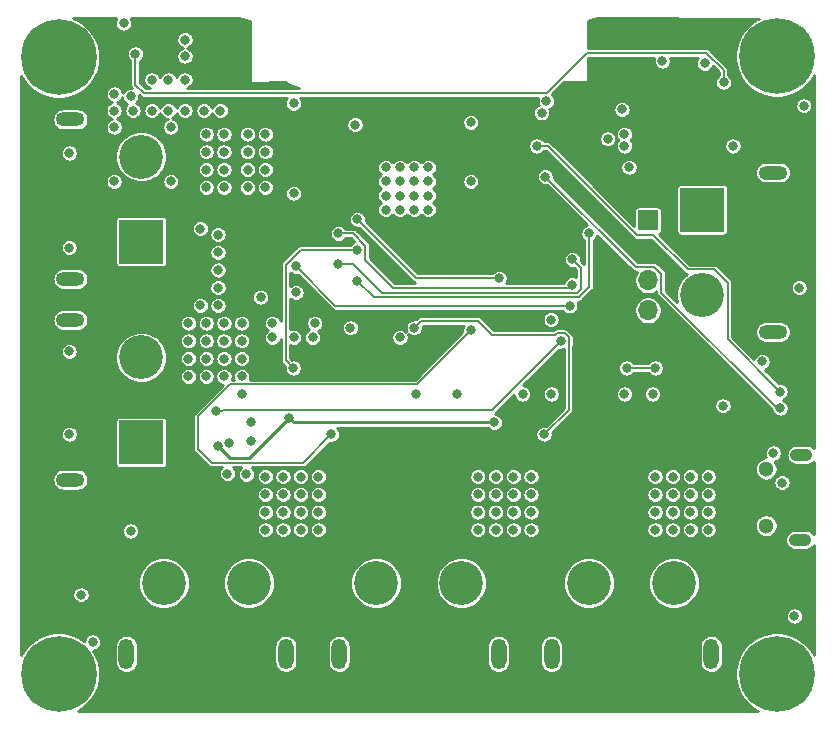
<source format=gbr>
G04 #@! TF.GenerationSoftware,KiCad,Pcbnew,(5.1.7-0-10_14)*
G04 #@! TF.CreationDate,2021-02-08T09:34:28+11:00*
G04 #@! TF.ProjectId,esp32_battery_isolator,65737033-325f-4626-9174-746572795f69,D*
G04 #@! TF.SameCoordinates,Original*
G04 #@! TF.FileFunction,Copper,L3,Inr*
G04 #@! TF.FilePolarity,Positive*
%FSLAX46Y46*%
G04 Gerber Fmt 4.6, Leading zero omitted, Abs format (unit mm)*
G04 Created by KiCad (PCBNEW (5.1.7-0-10_14)) date 2021-02-08 09:34:28*
%MOMM*%
%LPD*%
G01*
G04 APERTURE LIST*
G04 #@! TA.AperFunction,ComponentPad*
%ADD10O,1.900000X1.070000*%
G04 #@! TD*
G04 #@! TA.AperFunction,ComponentPad*
%ADD11C,1.300000*%
G04 #@! TD*
G04 #@! TA.AperFunction,ComponentPad*
%ADD12C,0.800000*%
G04 #@! TD*
G04 #@! TA.AperFunction,ComponentPad*
%ADD13C,6.400000*%
G04 #@! TD*
G04 #@! TA.AperFunction,ComponentPad*
%ADD14R,1.700000X1.700000*%
G04 #@! TD*
G04 #@! TA.AperFunction,ComponentPad*
%ADD15O,1.700000X1.700000*%
G04 #@! TD*
G04 #@! TA.AperFunction,ComponentPad*
%ADD16R,3.716000X3.716000*%
G04 #@! TD*
G04 #@! TA.AperFunction,ComponentPad*
%ADD17C,3.716000*%
G04 #@! TD*
G04 #@! TA.AperFunction,ComponentPad*
%ADD18O,2.400000X1.200000*%
G04 #@! TD*
G04 #@! TA.AperFunction,ComponentPad*
%ADD19O,1.300000X2.600000*%
G04 #@! TD*
G04 #@! TA.AperFunction,ViaPad*
%ADD20C,0.800000*%
G04 #@! TD*
G04 #@! TA.AperFunction,Conductor*
%ADD21C,0.167000*%
G04 #@! TD*
G04 #@! TA.AperFunction,Conductor*
%ADD22C,0.250000*%
G04 #@! TD*
G04 #@! TA.AperFunction,Conductor*
%ADD23C,0.254000*%
G04 #@! TD*
G04 #@! TA.AperFunction,Conductor*
%ADD24C,0.100000*%
G04 #@! TD*
G04 APERTURE END LIST*
D10*
X174050000Y-112300000D03*
X173950000Y-119500000D03*
D11*
X171050000Y-113500000D03*
X171050000Y-118300000D03*
D12*
X112847056Y-129152944D03*
X111150000Y-128450000D03*
X109452944Y-129152944D03*
X108750000Y-130850000D03*
X109452944Y-132547056D03*
X111150000Y-133250000D03*
X112847056Y-132547056D03*
X113550000Y-130850000D03*
D13*
X111150000Y-130850000D03*
D12*
X173647056Y-76852944D03*
X171950000Y-76150000D03*
X170252944Y-76852944D03*
X169550000Y-78550000D03*
X170252944Y-80247056D03*
X171950000Y-80950000D03*
X173647056Y-80247056D03*
X174350000Y-78550000D03*
D13*
X171950000Y-78550000D03*
X171950000Y-130850000D03*
D12*
X174350000Y-130850000D03*
X173647056Y-132547056D03*
X171950000Y-133250000D03*
X170252944Y-132547056D03*
X169550000Y-130850000D03*
X170252944Y-129152944D03*
X171950000Y-128450000D03*
X173647056Y-129152944D03*
X112847056Y-76952944D03*
X111150000Y-76250000D03*
X109452944Y-76952944D03*
X108750000Y-78650000D03*
X109452944Y-80347056D03*
X111150000Y-81050000D03*
X112847056Y-80347056D03*
X113550000Y-78650000D03*
D13*
X111150000Y-78650000D03*
D14*
X161050000Y-92450000D03*
D15*
X161050000Y-94990000D03*
X161050000Y-97530000D03*
X161050000Y-100070000D03*
D16*
X118150000Y-94250000D03*
D17*
X118150000Y-87050000D03*
D18*
X112150000Y-97400000D03*
X112150000Y-83900000D03*
X112150000Y-100900000D03*
X112150000Y-114400000D03*
D17*
X118150000Y-104050000D03*
D16*
X118150000Y-111250000D03*
D17*
X120050000Y-123150000D03*
X127250000Y-123150000D03*
D19*
X116900000Y-129150000D03*
X130400000Y-129150000D03*
D16*
X165650000Y-91550000D03*
D17*
X165650000Y-98750000D03*
D18*
X171650000Y-88400000D03*
X171650000Y-101900000D03*
D19*
X148400000Y-129150000D03*
X134900000Y-129150000D03*
D17*
X145250000Y-123150000D03*
X138050000Y-123150000D03*
X156050000Y-123150000D03*
X163250000Y-123150000D03*
D19*
X152900000Y-129150000D03*
X166400000Y-129150000D03*
D20*
X174250000Y-82750000D03*
X131050000Y-90150000D03*
X114050000Y-128150000D03*
X162250000Y-78950000D03*
X138850000Y-91550000D03*
X140050000Y-91550000D03*
X141250000Y-91550000D03*
X142450000Y-91550000D03*
X142450000Y-90350000D03*
X141250000Y-90350000D03*
X140050000Y-90350000D03*
X138850000Y-90350000D03*
X138850000Y-89150000D03*
X142450000Y-89150000D03*
X141250000Y-89150000D03*
X140050000Y-89150000D03*
X140050000Y-87950000D03*
X141250000Y-87950000D03*
X142450000Y-87950000D03*
X138850000Y-87950000D03*
X117250000Y-118750000D03*
X167400000Y-108150000D03*
X171650000Y-112150000D03*
X172400000Y-114650000D03*
X150450000Y-107150000D03*
X141450000Y-107150000D03*
X152850000Y-107150000D03*
X159050000Y-107150000D03*
X161450000Y-107150000D03*
X157650000Y-85550000D03*
X159050000Y-85150000D03*
X159450000Y-87950000D03*
X159050000Y-86150000D03*
X158850000Y-83058510D03*
X152050000Y-83350000D03*
X152450000Y-82350000D03*
X121849998Y-77150000D03*
X121850000Y-78550000D03*
X135850000Y-101550000D03*
X113050000Y-124150000D03*
X165850000Y-79150000D03*
X131050000Y-82550000D03*
X116650000Y-75750000D03*
X173450000Y-125950000D03*
X128250000Y-98950000D03*
X131250000Y-98550000D03*
X126689148Y-107150012D03*
X140050000Y-102350000D03*
X125606635Y-111258669D03*
X112050000Y-110550000D03*
X112050000Y-103550000D03*
X112050000Y-94750000D03*
X112050000Y-86750000D03*
X136250000Y-84350000D03*
X146050000Y-84150000D03*
X146050000Y-89150000D03*
X168250000Y-86150000D03*
X173850000Y-98150000D03*
X144850000Y-107150000D03*
X152850000Y-100850000D03*
X170725195Y-104391825D03*
X169850000Y-82750000D03*
X164250000Y-105750000D03*
X154450000Y-85750000D03*
X109400000Y-122400000D03*
X110400000Y-122400000D03*
X111400000Y-122400000D03*
X112400000Y-122400000D03*
X112400000Y-121400000D03*
X111400000Y-121400000D03*
X110400000Y-121400000D03*
X109400000Y-121400000D03*
X109400000Y-120400000D03*
X110400000Y-120400000D03*
X111400000Y-120400000D03*
X112400000Y-120400000D03*
X112400000Y-119400000D03*
X111400000Y-119400000D03*
X110400000Y-119400000D03*
X109400000Y-119400000D03*
X109400000Y-118400000D03*
X110400000Y-118400000D03*
X111400000Y-118400000D03*
X112400000Y-118400000D03*
X113400000Y-122400000D03*
X113400000Y-121400000D03*
X113400000Y-120400000D03*
X113400000Y-119400000D03*
X113400000Y-118400000D03*
X113400000Y-117400000D03*
X112400000Y-117400000D03*
X111400000Y-117400000D03*
X110400000Y-117400000D03*
X109400000Y-117400000D03*
X172150000Y-109650000D03*
X162050000Y-84350000D03*
X131332171Y-83509377D03*
X128950000Y-93250000D03*
X122250000Y-111750000D03*
X149250000Y-100750000D03*
X172250000Y-106950000D03*
X151650000Y-86150000D03*
X172250000Y-108350000D03*
X152350000Y-88750000D03*
X148050000Y-109550000D03*
X130650000Y-109150000D03*
X124650000Y-111550000D03*
X134850000Y-96150000D03*
X154650000Y-95750000D03*
X156050000Y-93550000D03*
X136450000Y-97550000D03*
X134850000Y-93550006D03*
X154650000Y-97899479D03*
X115850000Y-84550000D03*
X121850000Y-83150000D03*
X123450000Y-83150000D03*
X124850000Y-83150000D03*
X115850000Y-89150000D03*
X120650000Y-89150000D03*
X120650000Y-84550000D03*
X119050000Y-83150000D03*
X120450000Y-83150000D03*
X115850000Y-83150000D03*
X115850000Y-81750000D03*
X119050000Y-80550000D03*
X121850000Y-80550000D03*
X120450000Y-80550000D03*
X117450000Y-83150000D03*
X117250000Y-81950000D03*
X131010000Y-104950000D03*
X136450000Y-94950000D03*
X167450000Y-80750000D03*
X117650000Y-78350000D03*
X148450000Y-97350000D03*
X161650000Y-104950000D03*
X159250000Y-104950000D03*
X136450000Y-92350000D03*
X125450000Y-113900000D03*
X127050000Y-113950000D03*
X127450000Y-109550000D03*
X127450000Y-111150000D03*
X129250000Y-101150000D03*
X129250000Y-102350000D03*
X131050000Y-102350000D03*
X132850000Y-101150000D03*
X132650000Y-102350000D03*
X128650000Y-114150000D03*
X130150000Y-114150000D03*
X131650000Y-114150000D03*
X133150000Y-114150000D03*
X133150000Y-115650000D03*
X133150000Y-117150000D03*
X131650000Y-117150000D03*
X130150000Y-117150000D03*
X128650000Y-117150000D03*
X128650000Y-115650000D03*
X130150000Y-115650000D03*
X130150000Y-118650000D03*
X128650000Y-118650000D03*
X131650000Y-118650000D03*
X133150000Y-118650000D03*
X131650000Y-115650000D03*
X123650000Y-85150000D03*
X125150000Y-85150000D03*
X127150000Y-85150000D03*
X128650000Y-85150000D03*
X128650000Y-86650000D03*
X127150000Y-86650000D03*
X125150000Y-86650000D03*
X123650000Y-86650000D03*
X123650000Y-88150000D03*
X125150000Y-88150000D03*
X127150000Y-88150000D03*
X128650000Y-88150000D03*
X128650000Y-89650000D03*
X127150000Y-89650000D03*
X125150000Y-89650000D03*
X123650000Y-89650000D03*
X124650000Y-95150000D03*
X124650000Y-93650000D03*
X123150000Y-93150000D03*
X146650000Y-114150000D03*
X148150000Y-114150000D03*
X149650000Y-114150000D03*
X151150000Y-114150000D03*
X151150000Y-115650000D03*
X149650000Y-115650000D03*
X148150000Y-115650000D03*
X146650000Y-115650000D03*
X146650000Y-117150000D03*
X148150000Y-117150000D03*
X149650000Y-117150000D03*
X151150000Y-117150000D03*
X151150000Y-118650000D03*
X149650000Y-118650000D03*
X148150000Y-118650000D03*
X146650000Y-118650000D03*
X161650000Y-118650000D03*
X163150000Y-118650000D03*
X164650000Y-118650000D03*
X166150000Y-118650000D03*
X166150000Y-117150000D03*
X164650000Y-117150000D03*
X163150000Y-117150000D03*
X161650000Y-117150000D03*
X161650000Y-115650000D03*
X163150000Y-115650000D03*
X164650000Y-115650000D03*
X166150000Y-115650000D03*
X166150000Y-114150000D03*
X164650000Y-114150000D03*
X163150000Y-114150000D03*
X161650000Y-114150000D03*
X134250000Y-110550000D03*
X146050000Y-101750000D03*
X122150000Y-105650000D03*
X123650000Y-105650000D03*
X125150000Y-105650000D03*
X126650000Y-105650000D03*
X126650000Y-104150000D03*
X125150000Y-104150000D03*
X123650000Y-104150000D03*
X122150000Y-104150000D03*
X122150000Y-102650000D03*
X123650000Y-102650000D03*
X125150000Y-102650000D03*
X126650000Y-102650000D03*
X126650000Y-101150000D03*
X125150000Y-101150000D03*
X123650000Y-101150000D03*
X122150000Y-101150000D03*
X124650000Y-96650000D03*
X124650000Y-98150000D03*
X124650000Y-99650000D03*
X123150000Y-99650000D03*
X141250000Y-101550000D03*
X152250000Y-110550000D03*
X131250000Y-96350000D03*
X154438071Y-99691490D03*
X124449998Y-108550000D03*
X153660996Y-102682988D03*
D21*
X160091501Y-93691501D02*
X152550000Y-86150000D01*
X161491501Y-93691501D02*
X160091501Y-93691501D01*
X166677921Y-96608499D02*
X164408499Y-96608499D01*
X152550000Y-86150000D02*
X151650000Y-86150000D01*
X167791501Y-97722079D02*
X166677921Y-96608499D01*
X167791501Y-102491501D02*
X167791501Y-97722079D01*
X164408499Y-96608499D02*
X161491501Y-93691501D01*
X172250000Y-106950000D02*
X167791501Y-102491501D01*
X159950000Y-96350000D02*
X152350000Y-88750000D01*
X159996499Y-96396499D02*
X159950000Y-96350000D01*
X161594081Y-96396499D02*
X159996499Y-96396499D01*
X172250000Y-108350000D02*
X171950000Y-108350000D01*
X162183501Y-98583501D02*
X162183501Y-96985919D01*
X171950000Y-108350000D02*
X162183501Y-98583501D01*
X162183501Y-96985919D02*
X161594081Y-96396499D01*
D22*
X131049999Y-109549999D02*
X130650000Y-109150000D01*
X148050000Y-109550000D02*
X131049999Y-109549999D01*
X130650000Y-109150000D02*
X127250001Y-112549999D01*
X125649999Y-112549999D02*
X124650000Y-111550000D01*
X127250001Y-112549999D02*
X125649999Y-112549999D01*
D21*
X138494571Y-98582989D02*
X155028593Y-98582989D01*
X134850000Y-96150000D02*
X136061582Y-96150000D01*
X155341196Y-96441196D02*
X154650000Y-95750000D01*
X136061582Y-96150000D02*
X138494571Y-98582989D01*
X155028593Y-98582989D02*
X155341196Y-98270386D01*
X155341196Y-98270386D02*
X155341196Y-96441196D01*
X156050000Y-93550000D02*
X156050000Y-98080613D01*
X137850000Y-98950000D02*
X136450000Y-97550000D01*
X155180613Y-98950000D02*
X137850000Y-98950000D01*
X156050000Y-98080613D02*
X155180613Y-98950000D01*
X134850000Y-93550006D02*
X136061588Y-93550006D01*
X139450000Y-98150000D02*
X154399479Y-98150000D01*
X154399479Y-98150000D02*
X154650000Y-97899479D01*
X137133501Y-95833501D02*
X139450000Y-98150000D01*
X136061588Y-93550006D02*
X137133501Y-94621919D01*
X137133501Y-94621919D02*
X137133501Y-95833501D01*
X130366499Y-96221919D02*
X131638418Y-94950000D01*
X130366499Y-104306499D02*
X130366499Y-96221919D01*
X131010000Y-104950000D02*
X130366499Y-104306499D01*
X131638418Y-94950000D02*
X136450000Y-94950000D01*
X152461908Y-81666499D02*
X121933501Y-81666499D01*
X155861908Y-78266499D02*
X152461908Y-81666499D01*
X165978081Y-78266499D02*
X155861908Y-78266499D01*
X167450000Y-79738418D02*
X165978081Y-78266499D01*
X167450000Y-80750000D02*
X167450000Y-79738418D01*
X117650000Y-80950000D02*
X117650000Y-78350000D01*
X118366499Y-81666499D02*
X117650000Y-80950000D01*
X121933501Y-81666499D02*
X118366499Y-81666499D01*
X159250000Y-104950000D02*
X161650000Y-104950000D01*
X148450000Y-97350000D02*
X141450000Y-97350000D01*
X141450000Y-97350000D02*
X136450000Y-92350000D01*
X124124156Y-112958508D02*
X122969263Y-111803615D01*
X141466499Y-106333501D02*
X146050000Y-101750000D01*
X134250000Y-110550000D02*
X131841492Y-112958508D01*
X122969263Y-111803615D02*
X122969263Y-109030737D01*
X131841492Y-112958508D02*
X124124156Y-112958508D01*
X122969263Y-109030737D02*
X125666499Y-106333501D01*
X125666499Y-106333501D02*
X141466499Y-106333501D01*
X147861582Y-102150000D02*
X146661582Y-100950000D01*
X153332915Y-101999487D02*
X153182402Y-102150000D01*
X153989077Y-101999487D02*
X153332915Y-101999487D01*
X141850000Y-100950000D02*
X141250000Y-101550000D01*
X154333495Y-103022071D02*
X154344497Y-103011069D01*
X154344497Y-102354907D02*
X153989077Y-101999487D01*
X146661582Y-100950000D02*
X141850000Y-100950000D01*
X154344497Y-103011069D02*
X154344497Y-102354907D01*
X154333495Y-108466505D02*
X154333495Y-103022071D01*
X153182402Y-102150000D02*
X147861582Y-102150000D01*
X152250000Y-110550000D02*
X154333495Y-108466505D01*
X131250000Y-96350000D02*
X134591490Y-99691490D01*
X134591490Y-99691490D02*
X154438071Y-99691490D01*
X125015683Y-108550000D02*
X125099184Y-108466499D01*
X147877486Y-108466499D02*
X153260997Y-103082987D01*
X125099184Y-108466499D02*
X147877486Y-108466499D01*
X153260997Y-103082987D02*
X153660996Y-102682988D01*
X124449998Y-108550000D02*
X125015683Y-108550000D01*
D23*
X116005741Y-75405636D02*
X115950938Y-75537942D01*
X115923000Y-75678397D01*
X115923000Y-75821603D01*
X115950938Y-75962058D01*
X116005741Y-76094364D01*
X116085302Y-76213436D01*
X116186564Y-76314698D01*
X116305636Y-76394259D01*
X116437942Y-76449062D01*
X116578397Y-76477000D01*
X116721603Y-76477000D01*
X116862058Y-76449062D01*
X116994364Y-76394259D01*
X117113436Y-76314698D01*
X117214698Y-76213436D01*
X117294259Y-76094364D01*
X117349062Y-75962058D01*
X117377000Y-75821603D01*
X117377000Y-75678397D01*
X117349062Y-75537942D01*
X117294259Y-75405636D01*
X117258421Y-75352000D01*
X126232785Y-75352000D01*
X126764003Y-75404087D01*
X127258427Y-75553361D01*
X127323000Y-75587695D01*
X127323000Y-80650000D01*
X127325440Y-80674776D01*
X127332667Y-80698601D01*
X127344403Y-80720557D01*
X127360197Y-80739803D01*
X127379443Y-80755597D01*
X127401399Y-80767333D01*
X127425224Y-80774560D01*
X127450222Y-80777000D01*
X130367898Y-80771907D01*
X130393893Y-80789179D01*
X130420248Y-80807224D01*
X130424571Y-80809562D01*
X130941536Y-81084436D01*
X130971026Y-81096591D01*
X131000355Y-81109161D01*
X131005050Y-81110615D01*
X131486589Y-81255999D01*
X122027183Y-81255999D01*
X122062058Y-81249062D01*
X122194364Y-81194259D01*
X122313436Y-81114698D01*
X122414698Y-81013436D01*
X122494259Y-80894364D01*
X122549062Y-80762058D01*
X122577000Y-80621603D01*
X122577000Y-80478397D01*
X122549062Y-80337942D01*
X122494259Y-80205636D01*
X122414698Y-80086564D01*
X122313436Y-79985302D01*
X122194364Y-79905741D01*
X122062058Y-79850938D01*
X121921603Y-79823000D01*
X121778397Y-79823000D01*
X121637942Y-79850938D01*
X121505636Y-79905741D01*
X121386564Y-79985302D01*
X121285302Y-80086564D01*
X121205741Y-80205636D01*
X121150938Y-80337942D01*
X121150000Y-80342658D01*
X121149062Y-80337942D01*
X121094259Y-80205636D01*
X121014698Y-80086564D01*
X120913436Y-79985302D01*
X120794364Y-79905741D01*
X120662058Y-79850938D01*
X120521603Y-79823000D01*
X120378397Y-79823000D01*
X120237942Y-79850938D01*
X120105636Y-79905741D01*
X119986564Y-79985302D01*
X119885302Y-80086564D01*
X119805741Y-80205636D01*
X119750938Y-80337942D01*
X119750000Y-80342658D01*
X119749062Y-80337942D01*
X119694259Y-80205636D01*
X119614698Y-80086564D01*
X119513436Y-79985302D01*
X119394364Y-79905741D01*
X119262058Y-79850938D01*
X119121603Y-79823000D01*
X118978397Y-79823000D01*
X118837942Y-79850938D01*
X118705636Y-79905741D01*
X118586564Y-79985302D01*
X118485302Y-80086564D01*
X118405741Y-80205636D01*
X118350938Y-80337942D01*
X118323000Y-80478397D01*
X118323000Y-80621603D01*
X118350938Y-80762058D01*
X118405741Y-80894364D01*
X118485302Y-81013436D01*
X118586564Y-81114698D01*
X118705636Y-81194259D01*
X118837942Y-81249062D01*
X118872817Y-81255999D01*
X118536533Y-81255999D01*
X118060500Y-80779966D01*
X118060500Y-78950069D01*
X118113436Y-78914698D01*
X118214698Y-78813436D01*
X118294259Y-78694364D01*
X118349062Y-78562058D01*
X118377000Y-78421603D01*
X118377000Y-78278397D01*
X118349062Y-78137942D01*
X118294259Y-78005636D01*
X118214698Y-77886564D01*
X118113436Y-77785302D01*
X117994364Y-77705741D01*
X117862058Y-77650938D01*
X117721603Y-77623000D01*
X117578397Y-77623000D01*
X117437942Y-77650938D01*
X117305636Y-77705741D01*
X117186564Y-77785302D01*
X117085302Y-77886564D01*
X117005741Y-78005636D01*
X116950938Y-78137942D01*
X116923000Y-78278397D01*
X116923000Y-78421603D01*
X116950938Y-78562058D01*
X117005741Y-78694364D01*
X117085302Y-78813436D01*
X117186564Y-78914698D01*
X117239501Y-78950069D01*
X117239500Y-80929836D01*
X117237514Y-80950000D01*
X117245440Y-81030472D01*
X117256570Y-81067163D01*
X117268913Y-81107851D01*
X117307030Y-81179164D01*
X117347180Y-81228087D01*
X117321603Y-81223000D01*
X117178397Y-81223000D01*
X117037942Y-81250938D01*
X116905636Y-81305741D01*
X116786564Y-81385302D01*
X116685302Y-81486564D01*
X116605741Y-81605636D01*
X116576547Y-81676117D01*
X116549062Y-81537942D01*
X116494259Y-81405636D01*
X116414698Y-81286564D01*
X116313436Y-81185302D01*
X116194364Y-81105741D01*
X116062058Y-81050938D01*
X115921603Y-81023000D01*
X115778397Y-81023000D01*
X115637942Y-81050938D01*
X115505636Y-81105741D01*
X115386564Y-81185302D01*
X115285302Y-81286564D01*
X115205741Y-81405636D01*
X115150938Y-81537942D01*
X115123000Y-81678397D01*
X115123000Y-81821603D01*
X115150938Y-81962058D01*
X115205741Y-82094364D01*
X115285302Y-82213436D01*
X115386564Y-82314698D01*
X115505636Y-82394259D01*
X115637942Y-82449062D01*
X115642658Y-82450000D01*
X115637942Y-82450938D01*
X115505636Y-82505741D01*
X115386564Y-82585302D01*
X115285302Y-82686564D01*
X115205741Y-82805636D01*
X115150938Y-82937942D01*
X115123000Y-83078397D01*
X115123000Y-83221603D01*
X115150938Y-83362058D01*
X115205741Y-83494364D01*
X115285302Y-83613436D01*
X115386564Y-83714698D01*
X115505636Y-83794259D01*
X115637942Y-83849062D01*
X115642658Y-83850000D01*
X115637942Y-83850938D01*
X115505636Y-83905741D01*
X115386564Y-83985302D01*
X115285302Y-84086564D01*
X115205741Y-84205636D01*
X115150938Y-84337942D01*
X115123000Y-84478397D01*
X115123000Y-84621603D01*
X115150938Y-84762058D01*
X115205741Y-84894364D01*
X115285302Y-85013436D01*
X115386564Y-85114698D01*
X115505636Y-85194259D01*
X115637942Y-85249062D01*
X115778397Y-85277000D01*
X115921603Y-85277000D01*
X116062058Y-85249062D01*
X116194364Y-85194259D01*
X116313436Y-85114698D01*
X116414698Y-85013436D01*
X116494259Y-84894364D01*
X116549062Y-84762058D01*
X116577000Y-84621603D01*
X116577000Y-84478397D01*
X116549062Y-84337942D01*
X116494259Y-84205636D01*
X116414698Y-84086564D01*
X116313436Y-83985302D01*
X116194364Y-83905741D01*
X116062058Y-83850938D01*
X116057342Y-83850000D01*
X116062058Y-83849062D01*
X116194364Y-83794259D01*
X116313436Y-83714698D01*
X116414698Y-83613436D01*
X116494259Y-83494364D01*
X116549062Y-83362058D01*
X116577000Y-83221603D01*
X116577000Y-83078397D01*
X116549062Y-82937942D01*
X116494259Y-82805636D01*
X116414698Y-82686564D01*
X116313436Y-82585302D01*
X116194364Y-82505741D01*
X116062058Y-82450938D01*
X116057342Y-82450000D01*
X116062058Y-82449062D01*
X116194364Y-82394259D01*
X116313436Y-82314698D01*
X116414698Y-82213436D01*
X116494259Y-82094364D01*
X116523453Y-82023883D01*
X116550938Y-82162058D01*
X116605741Y-82294364D01*
X116685302Y-82413436D01*
X116786564Y-82514698D01*
X116905636Y-82594259D01*
X116956527Y-82615339D01*
X116885302Y-82686564D01*
X116805741Y-82805636D01*
X116750938Y-82937942D01*
X116723000Y-83078397D01*
X116723000Y-83221603D01*
X116750938Y-83362058D01*
X116805741Y-83494364D01*
X116885302Y-83613436D01*
X116986564Y-83714698D01*
X117105636Y-83794259D01*
X117237942Y-83849062D01*
X117378397Y-83877000D01*
X117521603Y-83877000D01*
X117662058Y-83849062D01*
X117794364Y-83794259D01*
X117913436Y-83714698D01*
X118014698Y-83613436D01*
X118094259Y-83494364D01*
X118149062Y-83362058D01*
X118177000Y-83221603D01*
X118177000Y-83078397D01*
X118323000Y-83078397D01*
X118323000Y-83221603D01*
X118350938Y-83362058D01*
X118405741Y-83494364D01*
X118485302Y-83613436D01*
X118586564Y-83714698D01*
X118705636Y-83794259D01*
X118837942Y-83849062D01*
X118978397Y-83877000D01*
X119121603Y-83877000D01*
X119262058Y-83849062D01*
X119394364Y-83794259D01*
X119513436Y-83714698D01*
X119614698Y-83613436D01*
X119694259Y-83494364D01*
X119749062Y-83362058D01*
X119750000Y-83357342D01*
X119750938Y-83362058D01*
X119805741Y-83494364D01*
X119885302Y-83613436D01*
X119986564Y-83714698D01*
X120105636Y-83794259D01*
X120237942Y-83849062D01*
X120376117Y-83876547D01*
X120305636Y-83905741D01*
X120186564Y-83985302D01*
X120085302Y-84086564D01*
X120005741Y-84205636D01*
X119950938Y-84337942D01*
X119923000Y-84478397D01*
X119923000Y-84621603D01*
X119950938Y-84762058D01*
X120005741Y-84894364D01*
X120085302Y-85013436D01*
X120186564Y-85114698D01*
X120305636Y-85194259D01*
X120437942Y-85249062D01*
X120578397Y-85277000D01*
X120721603Y-85277000D01*
X120862058Y-85249062D01*
X120994364Y-85194259D01*
X121113436Y-85114698D01*
X121149737Y-85078397D01*
X122923000Y-85078397D01*
X122923000Y-85221603D01*
X122950938Y-85362058D01*
X123005741Y-85494364D01*
X123085302Y-85613436D01*
X123186564Y-85714698D01*
X123305636Y-85794259D01*
X123437942Y-85849062D01*
X123578397Y-85877000D01*
X123721603Y-85877000D01*
X123862058Y-85849062D01*
X123994364Y-85794259D01*
X124113436Y-85714698D01*
X124214698Y-85613436D01*
X124294259Y-85494364D01*
X124349062Y-85362058D01*
X124377000Y-85221603D01*
X124377000Y-85078397D01*
X124423000Y-85078397D01*
X124423000Y-85221603D01*
X124450938Y-85362058D01*
X124505741Y-85494364D01*
X124585302Y-85613436D01*
X124686564Y-85714698D01*
X124805636Y-85794259D01*
X124937942Y-85849062D01*
X125078397Y-85877000D01*
X125221603Y-85877000D01*
X125362058Y-85849062D01*
X125494364Y-85794259D01*
X125613436Y-85714698D01*
X125714698Y-85613436D01*
X125794259Y-85494364D01*
X125849062Y-85362058D01*
X125877000Y-85221603D01*
X125877000Y-85078397D01*
X126423000Y-85078397D01*
X126423000Y-85221603D01*
X126450938Y-85362058D01*
X126505741Y-85494364D01*
X126585302Y-85613436D01*
X126686564Y-85714698D01*
X126805636Y-85794259D01*
X126937942Y-85849062D01*
X127078397Y-85877000D01*
X127221603Y-85877000D01*
X127362058Y-85849062D01*
X127494364Y-85794259D01*
X127613436Y-85714698D01*
X127714698Y-85613436D01*
X127794259Y-85494364D01*
X127849062Y-85362058D01*
X127877000Y-85221603D01*
X127877000Y-85078397D01*
X127923000Y-85078397D01*
X127923000Y-85221603D01*
X127950938Y-85362058D01*
X128005741Y-85494364D01*
X128085302Y-85613436D01*
X128186564Y-85714698D01*
X128305636Y-85794259D01*
X128437942Y-85849062D01*
X128578397Y-85877000D01*
X128721603Y-85877000D01*
X128862058Y-85849062D01*
X128994364Y-85794259D01*
X129113436Y-85714698D01*
X129214698Y-85613436D01*
X129294259Y-85494364D01*
X129349062Y-85362058D01*
X129377000Y-85221603D01*
X129377000Y-85078397D01*
X129349062Y-84937942D01*
X129294259Y-84805636D01*
X129214698Y-84686564D01*
X129113436Y-84585302D01*
X128994364Y-84505741D01*
X128862058Y-84450938D01*
X128721603Y-84423000D01*
X128578397Y-84423000D01*
X128437942Y-84450938D01*
X128305636Y-84505741D01*
X128186564Y-84585302D01*
X128085302Y-84686564D01*
X128005741Y-84805636D01*
X127950938Y-84937942D01*
X127923000Y-85078397D01*
X127877000Y-85078397D01*
X127849062Y-84937942D01*
X127794259Y-84805636D01*
X127714698Y-84686564D01*
X127613436Y-84585302D01*
X127494364Y-84505741D01*
X127362058Y-84450938D01*
X127221603Y-84423000D01*
X127078397Y-84423000D01*
X126937942Y-84450938D01*
X126805636Y-84505741D01*
X126686564Y-84585302D01*
X126585302Y-84686564D01*
X126505741Y-84805636D01*
X126450938Y-84937942D01*
X126423000Y-85078397D01*
X125877000Y-85078397D01*
X125849062Y-84937942D01*
X125794259Y-84805636D01*
X125714698Y-84686564D01*
X125613436Y-84585302D01*
X125494364Y-84505741D01*
X125362058Y-84450938D01*
X125221603Y-84423000D01*
X125078397Y-84423000D01*
X124937942Y-84450938D01*
X124805636Y-84505741D01*
X124686564Y-84585302D01*
X124585302Y-84686564D01*
X124505741Y-84805636D01*
X124450938Y-84937942D01*
X124423000Y-85078397D01*
X124377000Y-85078397D01*
X124349062Y-84937942D01*
X124294259Y-84805636D01*
X124214698Y-84686564D01*
X124113436Y-84585302D01*
X123994364Y-84505741D01*
X123862058Y-84450938D01*
X123721603Y-84423000D01*
X123578397Y-84423000D01*
X123437942Y-84450938D01*
X123305636Y-84505741D01*
X123186564Y-84585302D01*
X123085302Y-84686564D01*
X123005741Y-84805636D01*
X122950938Y-84937942D01*
X122923000Y-85078397D01*
X121149737Y-85078397D01*
X121214698Y-85013436D01*
X121294259Y-84894364D01*
X121349062Y-84762058D01*
X121377000Y-84621603D01*
X121377000Y-84478397D01*
X121349062Y-84337942D01*
X121324398Y-84278397D01*
X135523000Y-84278397D01*
X135523000Y-84421603D01*
X135550938Y-84562058D01*
X135605741Y-84694364D01*
X135685302Y-84813436D01*
X135786564Y-84914698D01*
X135905636Y-84994259D01*
X136037942Y-85049062D01*
X136178397Y-85077000D01*
X136321603Y-85077000D01*
X136462058Y-85049062D01*
X136594364Y-84994259D01*
X136713436Y-84914698D01*
X136814698Y-84813436D01*
X136894259Y-84694364D01*
X136949062Y-84562058D01*
X136977000Y-84421603D01*
X136977000Y-84278397D01*
X136949062Y-84137942D01*
X136924398Y-84078397D01*
X145323000Y-84078397D01*
X145323000Y-84221603D01*
X145350938Y-84362058D01*
X145405741Y-84494364D01*
X145485302Y-84613436D01*
X145586564Y-84714698D01*
X145705636Y-84794259D01*
X145837942Y-84849062D01*
X145978397Y-84877000D01*
X146121603Y-84877000D01*
X146262058Y-84849062D01*
X146394364Y-84794259D01*
X146513436Y-84714698D01*
X146614698Y-84613436D01*
X146694259Y-84494364D01*
X146749062Y-84362058D01*
X146777000Y-84221603D01*
X146777000Y-84078397D01*
X146749062Y-83937942D01*
X146694259Y-83805636D01*
X146614698Y-83686564D01*
X146513436Y-83585302D01*
X146394364Y-83505741D01*
X146262058Y-83450938D01*
X146121603Y-83423000D01*
X145978397Y-83423000D01*
X145837942Y-83450938D01*
X145705636Y-83505741D01*
X145586564Y-83585302D01*
X145485302Y-83686564D01*
X145405741Y-83805636D01*
X145350938Y-83937942D01*
X145323000Y-84078397D01*
X136924398Y-84078397D01*
X136894259Y-84005636D01*
X136814698Y-83886564D01*
X136713436Y-83785302D01*
X136594364Y-83705741D01*
X136462058Y-83650938D01*
X136321603Y-83623000D01*
X136178397Y-83623000D01*
X136037942Y-83650938D01*
X135905636Y-83705741D01*
X135786564Y-83785302D01*
X135685302Y-83886564D01*
X135605741Y-84005636D01*
X135550938Y-84137942D01*
X135523000Y-84278397D01*
X121324398Y-84278397D01*
X121294259Y-84205636D01*
X121214698Y-84086564D01*
X121113436Y-83985302D01*
X120994364Y-83905741D01*
X120862058Y-83850938D01*
X120723883Y-83823453D01*
X120794364Y-83794259D01*
X120913436Y-83714698D01*
X121014698Y-83613436D01*
X121094259Y-83494364D01*
X121149062Y-83362058D01*
X121150000Y-83357342D01*
X121150938Y-83362058D01*
X121205741Y-83494364D01*
X121285302Y-83613436D01*
X121386564Y-83714698D01*
X121505636Y-83794259D01*
X121637942Y-83849062D01*
X121778397Y-83877000D01*
X121921603Y-83877000D01*
X122062058Y-83849062D01*
X122194364Y-83794259D01*
X122313436Y-83714698D01*
X122414698Y-83613436D01*
X122494259Y-83494364D01*
X122549062Y-83362058D01*
X122577000Y-83221603D01*
X122577000Y-83078397D01*
X122723000Y-83078397D01*
X122723000Y-83221603D01*
X122750938Y-83362058D01*
X122805741Y-83494364D01*
X122885302Y-83613436D01*
X122986564Y-83714698D01*
X123105636Y-83794259D01*
X123237942Y-83849062D01*
X123378397Y-83877000D01*
X123521603Y-83877000D01*
X123662058Y-83849062D01*
X123794364Y-83794259D01*
X123913436Y-83714698D01*
X124014698Y-83613436D01*
X124094259Y-83494364D01*
X124149062Y-83362058D01*
X124150000Y-83357342D01*
X124150938Y-83362058D01*
X124205741Y-83494364D01*
X124285302Y-83613436D01*
X124386564Y-83714698D01*
X124505636Y-83794259D01*
X124637942Y-83849062D01*
X124778397Y-83877000D01*
X124921603Y-83877000D01*
X125062058Y-83849062D01*
X125194364Y-83794259D01*
X125313436Y-83714698D01*
X125414698Y-83613436D01*
X125494259Y-83494364D01*
X125549062Y-83362058D01*
X125577000Y-83221603D01*
X125577000Y-83078397D01*
X125549062Y-82937942D01*
X125494259Y-82805636D01*
X125414698Y-82686564D01*
X125313436Y-82585302D01*
X125194364Y-82505741D01*
X125062058Y-82450938D01*
X124921603Y-82423000D01*
X124778397Y-82423000D01*
X124637942Y-82450938D01*
X124505636Y-82505741D01*
X124386564Y-82585302D01*
X124285302Y-82686564D01*
X124205741Y-82805636D01*
X124150938Y-82937942D01*
X124150000Y-82942658D01*
X124149062Y-82937942D01*
X124094259Y-82805636D01*
X124014698Y-82686564D01*
X123913436Y-82585302D01*
X123794364Y-82505741D01*
X123662058Y-82450938D01*
X123521603Y-82423000D01*
X123378397Y-82423000D01*
X123237942Y-82450938D01*
X123105636Y-82505741D01*
X122986564Y-82585302D01*
X122885302Y-82686564D01*
X122805741Y-82805636D01*
X122750938Y-82937942D01*
X122723000Y-83078397D01*
X122577000Y-83078397D01*
X122549062Y-82937942D01*
X122494259Y-82805636D01*
X122414698Y-82686564D01*
X122313436Y-82585302D01*
X122194364Y-82505741D01*
X122062058Y-82450938D01*
X121921603Y-82423000D01*
X121778397Y-82423000D01*
X121637942Y-82450938D01*
X121505636Y-82505741D01*
X121386564Y-82585302D01*
X121285302Y-82686564D01*
X121205741Y-82805636D01*
X121150938Y-82937942D01*
X121150000Y-82942658D01*
X121149062Y-82937942D01*
X121094259Y-82805636D01*
X121014698Y-82686564D01*
X120913436Y-82585302D01*
X120794364Y-82505741D01*
X120662058Y-82450938D01*
X120521603Y-82423000D01*
X120378397Y-82423000D01*
X120237942Y-82450938D01*
X120105636Y-82505741D01*
X119986564Y-82585302D01*
X119885302Y-82686564D01*
X119805741Y-82805636D01*
X119750938Y-82937942D01*
X119750000Y-82942658D01*
X119749062Y-82937942D01*
X119694259Y-82805636D01*
X119614698Y-82686564D01*
X119513436Y-82585302D01*
X119394364Y-82505741D01*
X119262058Y-82450938D01*
X119121603Y-82423000D01*
X118978397Y-82423000D01*
X118837942Y-82450938D01*
X118705636Y-82505741D01*
X118586564Y-82585302D01*
X118485302Y-82686564D01*
X118405741Y-82805636D01*
X118350938Y-82937942D01*
X118323000Y-83078397D01*
X118177000Y-83078397D01*
X118149062Y-82937942D01*
X118094259Y-82805636D01*
X118014698Y-82686564D01*
X117913436Y-82585302D01*
X117794364Y-82505741D01*
X117743473Y-82484661D01*
X117814698Y-82413436D01*
X117894259Y-82294364D01*
X117949062Y-82162058D01*
X117977000Y-82021603D01*
X117977000Y-81878397D01*
X117971820Y-81852354D01*
X118061967Y-81942501D01*
X118074827Y-81958171D01*
X118137334Y-82009469D01*
X118208647Y-82047586D01*
X118247337Y-82059322D01*
X118286026Y-82071059D01*
X118366499Y-82078985D01*
X118386663Y-82076999D01*
X130494867Y-82076999D01*
X130485302Y-82086564D01*
X130405741Y-82205636D01*
X130350938Y-82337942D01*
X130323000Y-82478397D01*
X130323000Y-82621603D01*
X130350938Y-82762058D01*
X130405741Y-82894364D01*
X130485302Y-83013436D01*
X130586564Y-83114698D01*
X130705636Y-83194259D01*
X130837942Y-83249062D01*
X130978397Y-83277000D01*
X131121603Y-83277000D01*
X131262058Y-83249062D01*
X131394364Y-83194259D01*
X131513436Y-83114698D01*
X131614698Y-83013436D01*
X131694259Y-82894364D01*
X131749062Y-82762058D01*
X131777000Y-82621603D01*
X131777000Y-82478397D01*
X131749062Y-82337942D01*
X131694259Y-82205636D01*
X131614698Y-82086564D01*
X131605133Y-82076999D01*
X151776181Y-82076999D01*
X151750938Y-82137942D01*
X151723000Y-82278397D01*
X151723000Y-82421603D01*
X151750938Y-82562058D01*
X151795103Y-82668682D01*
X151705636Y-82705741D01*
X151586564Y-82785302D01*
X151485302Y-82886564D01*
X151405741Y-83005636D01*
X151350938Y-83137942D01*
X151323000Y-83278397D01*
X151323000Y-83421603D01*
X151350938Y-83562058D01*
X151405741Y-83694364D01*
X151485302Y-83813436D01*
X151586564Y-83914698D01*
X151705636Y-83994259D01*
X151837942Y-84049062D01*
X151978397Y-84077000D01*
X152121603Y-84077000D01*
X152262058Y-84049062D01*
X152394364Y-83994259D01*
X152513436Y-83914698D01*
X152614698Y-83813436D01*
X152694259Y-83694364D01*
X152749062Y-83562058D01*
X152777000Y-83421603D01*
X152777000Y-83278397D01*
X152749062Y-83137942D01*
X152704897Y-83031318D01*
X152794364Y-82994259D01*
X152805367Y-82986907D01*
X158123000Y-82986907D01*
X158123000Y-83130113D01*
X158150938Y-83270568D01*
X158205741Y-83402874D01*
X158285302Y-83521946D01*
X158386564Y-83623208D01*
X158505636Y-83702769D01*
X158637942Y-83757572D01*
X158778397Y-83785510D01*
X158921603Y-83785510D01*
X159062058Y-83757572D01*
X159194364Y-83702769D01*
X159313436Y-83623208D01*
X159414698Y-83521946D01*
X159494259Y-83402874D01*
X159549062Y-83270568D01*
X159577000Y-83130113D01*
X159577000Y-82986907D01*
X159549062Y-82846452D01*
X159494259Y-82714146D01*
X159470373Y-82678397D01*
X173523000Y-82678397D01*
X173523000Y-82821603D01*
X173550938Y-82962058D01*
X173605741Y-83094364D01*
X173685302Y-83213436D01*
X173786564Y-83314698D01*
X173905636Y-83394259D01*
X174037942Y-83449062D01*
X174178397Y-83477000D01*
X174321603Y-83477000D01*
X174462058Y-83449062D01*
X174594364Y-83394259D01*
X174713436Y-83314698D01*
X174814698Y-83213436D01*
X174894259Y-83094364D01*
X174949062Y-82962058D01*
X174977000Y-82821603D01*
X174977000Y-82678397D01*
X174949062Y-82537942D01*
X174894259Y-82405636D01*
X174814698Y-82286564D01*
X174713436Y-82185302D01*
X174594364Y-82105741D01*
X174462058Y-82050938D01*
X174321603Y-82023000D01*
X174178397Y-82023000D01*
X174037942Y-82050938D01*
X173905636Y-82105741D01*
X173786564Y-82185302D01*
X173685302Y-82286564D01*
X173605741Y-82405636D01*
X173550938Y-82537942D01*
X173523000Y-82678397D01*
X159470373Y-82678397D01*
X159414698Y-82595074D01*
X159313436Y-82493812D01*
X159194364Y-82414251D01*
X159062058Y-82359448D01*
X158921603Y-82331510D01*
X158778397Y-82331510D01*
X158637942Y-82359448D01*
X158505636Y-82414251D01*
X158386564Y-82493812D01*
X158285302Y-82595074D01*
X158205741Y-82714146D01*
X158150938Y-82846452D01*
X158123000Y-82986907D01*
X152805367Y-82986907D01*
X152913436Y-82914698D01*
X153014698Y-82813436D01*
X153094259Y-82694364D01*
X153149062Y-82562058D01*
X153177000Y-82421603D01*
X153177000Y-82278397D01*
X153149062Y-82137942D01*
X153094259Y-82005636D01*
X153014698Y-81886564D01*
X152918538Y-81790404D01*
X153978245Y-80730697D01*
X155850222Y-80727430D01*
X155874994Y-80724946D01*
X155898806Y-80717678D01*
X155920742Y-80705903D01*
X155939959Y-80690076D01*
X155955720Y-80670803D01*
X155967417Y-80648826D01*
X155974603Y-80624989D01*
X155977000Y-80600430D01*
X155977000Y-78731942D01*
X156031943Y-78676999D01*
X161576181Y-78676999D01*
X161550938Y-78737942D01*
X161523000Y-78878397D01*
X161523000Y-79021603D01*
X161550938Y-79162058D01*
X161605741Y-79294364D01*
X161685302Y-79413436D01*
X161786564Y-79514698D01*
X161905636Y-79594259D01*
X162037942Y-79649062D01*
X162178397Y-79677000D01*
X162321603Y-79677000D01*
X162462058Y-79649062D01*
X162594364Y-79594259D01*
X162713436Y-79514698D01*
X162814698Y-79413436D01*
X162894259Y-79294364D01*
X162949062Y-79162058D01*
X162977000Y-79021603D01*
X162977000Y-78878397D01*
X162949062Y-78737942D01*
X162923819Y-78676999D01*
X165294867Y-78676999D01*
X165285302Y-78686564D01*
X165205741Y-78805636D01*
X165150938Y-78937942D01*
X165123000Y-79078397D01*
X165123000Y-79221603D01*
X165150938Y-79362058D01*
X165205741Y-79494364D01*
X165285302Y-79613436D01*
X165386564Y-79714698D01*
X165505636Y-79794259D01*
X165637942Y-79849062D01*
X165778397Y-79877000D01*
X165921603Y-79877000D01*
X166062058Y-79849062D01*
X166194364Y-79794259D01*
X166313436Y-79714698D01*
X166414698Y-79613436D01*
X166494259Y-79494364D01*
X166532673Y-79401625D01*
X167039501Y-79908454D01*
X167039501Y-80149931D01*
X166986564Y-80185302D01*
X166885302Y-80286564D01*
X166805741Y-80405636D01*
X166750938Y-80537942D01*
X166723000Y-80678397D01*
X166723000Y-80821603D01*
X166750938Y-80962058D01*
X166805741Y-81094364D01*
X166885302Y-81213436D01*
X166986564Y-81314698D01*
X167105636Y-81394259D01*
X167237942Y-81449062D01*
X167378397Y-81477000D01*
X167521603Y-81477000D01*
X167662058Y-81449062D01*
X167794364Y-81394259D01*
X167913436Y-81314698D01*
X168014698Y-81213436D01*
X168094259Y-81094364D01*
X168149062Y-80962058D01*
X168177000Y-80821603D01*
X168177000Y-80678397D01*
X168149062Y-80537942D01*
X168094259Y-80405636D01*
X168014698Y-80286564D01*
X167913436Y-80185302D01*
X167860500Y-80149931D01*
X167860500Y-79758582D01*
X167862486Y-79738418D01*
X167854560Y-79657945D01*
X167831087Y-79580567D01*
X167831087Y-79580566D01*
X167792970Y-79509253D01*
X167741672Y-79446746D01*
X167726008Y-79433891D01*
X166282613Y-77990497D01*
X166269753Y-77974827D01*
X166207246Y-77923529D01*
X166135933Y-77885412D01*
X166058553Y-77861939D01*
X165998245Y-77855999D01*
X165978081Y-77854013D01*
X165957917Y-77855999D01*
X155977000Y-77855999D01*
X155977000Y-75544215D01*
X156417885Y-75407738D01*
X156948117Y-75352009D01*
X156950706Y-75352000D01*
X170429546Y-75362195D01*
X170279339Y-75424413D01*
X169701668Y-75810400D01*
X169210400Y-76301668D01*
X168824413Y-76879339D01*
X168558540Y-77521212D01*
X168423000Y-78202621D01*
X168423000Y-78897379D01*
X168558540Y-79578788D01*
X168824413Y-80220661D01*
X169210400Y-80798332D01*
X169701668Y-81289600D01*
X170279339Y-81675587D01*
X170921212Y-81941460D01*
X171602621Y-82077000D01*
X172297379Y-82077000D01*
X172978788Y-81941460D01*
X173620661Y-81675587D01*
X174198332Y-81289600D01*
X174689600Y-80798332D01*
X175075587Y-80220661D01*
X175098000Y-80166551D01*
X175098001Y-111712536D01*
X175077475Y-111687525D01*
X174946218Y-111579806D01*
X174796469Y-111499763D01*
X174633981Y-111450473D01*
X174507339Y-111438000D01*
X173592661Y-111438000D01*
X173466019Y-111450473D01*
X173303531Y-111499763D01*
X173153782Y-111579806D01*
X173022525Y-111687525D01*
X172914806Y-111818782D01*
X172834763Y-111968531D01*
X172785473Y-112131019D01*
X172768830Y-112300000D01*
X172785473Y-112468981D01*
X172834763Y-112631469D01*
X172914806Y-112781218D01*
X173022525Y-112912475D01*
X173153782Y-113020194D01*
X173303531Y-113100237D01*
X173466019Y-113149527D01*
X173592661Y-113162000D01*
X174507339Y-113162000D01*
X174633981Y-113149527D01*
X174796469Y-113100237D01*
X174946218Y-113020194D01*
X175077475Y-112912475D01*
X175098001Y-112887464D01*
X175098001Y-119042742D01*
X175085194Y-119018782D01*
X174977475Y-118887525D01*
X174846218Y-118779806D01*
X174696469Y-118699763D01*
X174533981Y-118650473D01*
X174407339Y-118638000D01*
X173492661Y-118638000D01*
X173366019Y-118650473D01*
X173203531Y-118699763D01*
X173053782Y-118779806D01*
X172922525Y-118887525D01*
X172814806Y-119018782D01*
X172734763Y-119168531D01*
X172685473Y-119331019D01*
X172668830Y-119500000D01*
X172685473Y-119668981D01*
X172734763Y-119831469D01*
X172814806Y-119981218D01*
X172922525Y-120112475D01*
X173053782Y-120220194D01*
X173203531Y-120300237D01*
X173366019Y-120349527D01*
X173492661Y-120362000D01*
X174407339Y-120362000D01*
X174533981Y-120349527D01*
X174696469Y-120300237D01*
X174846218Y-120220194D01*
X174977475Y-120112475D01*
X175085194Y-119981218D01*
X175098001Y-119957258D01*
X175098001Y-129233451D01*
X175075587Y-129179339D01*
X174689600Y-128601668D01*
X174198332Y-128110400D01*
X173620661Y-127724413D01*
X172978788Y-127458540D01*
X172297379Y-127323000D01*
X171602621Y-127323000D01*
X170921212Y-127458540D01*
X170279339Y-127724413D01*
X169701668Y-128110400D01*
X169210400Y-128601668D01*
X168824413Y-129179339D01*
X168558540Y-129821212D01*
X168423000Y-130502621D01*
X168423000Y-131197379D01*
X168558540Y-131878788D01*
X168824413Y-132520661D01*
X169210400Y-133098332D01*
X169701668Y-133589600D01*
X170279339Y-133975587D01*
X170333449Y-133998000D01*
X112766551Y-133998000D01*
X112820661Y-133975587D01*
X113398332Y-133589600D01*
X113889600Y-133098332D01*
X114275587Y-132520661D01*
X114541460Y-131878788D01*
X114677000Y-131197379D01*
X114677000Y-130502621D01*
X114541460Y-129821212D01*
X114275587Y-129179339D01*
X114073571Y-128877000D01*
X114121603Y-128877000D01*
X114262058Y-128849062D01*
X114394364Y-128794259D01*
X114513436Y-128714698D01*
X114614698Y-128613436D01*
X114694259Y-128494364D01*
X114711803Y-128452008D01*
X115923000Y-128452008D01*
X115923001Y-129847993D01*
X115937138Y-129991525D01*
X115993004Y-130175691D01*
X116083725Y-130345418D01*
X116205815Y-130494186D01*
X116354583Y-130616276D01*
X116524310Y-130706997D01*
X116708476Y-130762863D01*
X116900000Y-130781727D01*
X117091525Y-130762863D01*
X117275691Y-130706997D01*
X117445418Y-130616276D01*
X117594186Y-130494186D01*
X117716276Y-130345418D01*
X117806997Y-130175691D01*
X117862863Y-129991525D01*
X117877000Y-129847993D01*
X117877000Y-128452008D01*
X129423000Y-128452008D01*
X129423001Y-129847993D01*
X129437138Y-129991525D01*
X129493004Y-130175691D01*
X129583725Y-130345418D01*
X129705815Y-130494186D01*
X129854583Y-130616276D01*
X130024310Y-130706997D01*
X130208476Y-130762863D01*
X130400000Y-130781727D01*
X130591525Y-130762863D01*
X130775691Y-130706997D01*
X130945418Y-130616276D01*
X131094186Y-130494186D01*
X131216276Y-130345418D01*
X131306997Y-130175691D01*
X131362863Y-129991525D01*
X131377000Y-129847993D01*
X131377000Y-128452008D01*
X133923000Y-128452008D01*
X133923001Y-129847993D01*
X133937138Y-129991525D01*
X133993004Y-130175691D01*
X134083725Y-130345418D01*
X134205815Y-130494186D01*
X134354583Y-130616276D01*
X134524310Y-130706997D01*
X134708476Y-130762863D01*
X134900000Y-130781727D01*
X135091525Y-130762863D01*
X135275691Y-130706997D01*
X135445418Y-130616276D01*
X135594186Y-130494186D01*
X135716276Y-130345418D01*
X135806997Y-130175691D01*
X135862863Y-129991525D01*
X135877000Y-129847993D01*
X135877000Y-128452008D01*
X147423000Y-128452008D01*
X147423001Y-129847993D01*
X147437138Y-129991525D01*
X147493004Y-130175691D01*
X147583725Y-130345418D01*
X147705815Y-130494186D01*
X147854583Y-130616276D01*
X148024310Y-130706997D01*
X148208476Y-130762863D01*
X148400000Y-130781727D01*
X148591525Y-130762863D01*
X148775691Y-130706997D01*
X148945418Y-130616276D01*
X149094186Y-130494186D01*
X149216276Y-130345418D01*
X149306997Y-130175691D01*
X149362863Y-129991525D01*
X149377000Y-129847993D01*
X149377000Y-128452008D01*
X151923000Y-128452008D01*
X151923001Y-129847993D01*
X151937138Y-129991525D01*
X151993004Y-130175691D01*
X152083725Y-130345418D01*
X152205815Y-130494186D01*
X152354583Y-130616276D01*
X152524310Y-130706997D01*
X152708476Y-130762863D01*
X152900000Y-130781727D01*
X153091525Y-130762863D01*
X153275691Y-130706997D01*
X153445418Y-130616276D01*
X153594186Y-130494186D01*
X153716276Y-130345418D01*
X153806997Y-130175691D01*
X153862863Y-129991525D01*
X153877000Y-129847993D01*
X153877000Y-128452008D01*
X165423000Y-128452008D01*
X165423001Y-129847993D01*
X165437138Y-129991525D01*
X165493004Y-130175691D01*
X165583725Y-130345418D01*
X165705815Y-130494186D01*
X165854583Y-130616276D01*
X166024310Y-130706997D01*
X166208476Y-130762863D01*
X166400000Y-130781727D01*
X166591525Y-130762863D01*
X166775691Y-130706997D01*
X166945418Y-130616276D01*
X167094186Y-130494186D01*
X167216276Y-130345418D01*
X167306997Y-130175691D01*
X167362863Y-129991525D01*
X167377000Y-129847993D01*
X167377000Y-128452007D01*
X167362863Y-128308475D01*
X167306997Y-128124309D01*
X167216276Y-127954582D01*
X167094186Y-127805814D01*
X166945418Y-127683724D01*
X166775690Y-127593003D01*
X166591524Y-127537137D01*
X166400000Y-127518273D01*
X166208475Y-127537137D01*
X166024309Y-127593003D01*
X165854582Y-127683724D01*
X165705814Y-127805814D01*
X165583724Y-127954582D01*
X165493003Y-128124310D01*
X165437137Y-128308476D01*
X165423000Y-128452008D01*
X153877000Y-128452008D01*
X153877000Y-128452007D01*
X153862863Y-128308475D01*
X153806997Y-128124309D01*
X153716276Y-127954582D01*
X153594186Y-127805814D01*
X153445418Y-127683724D01*
X153275690Y-127593003D01*
X153091524Y-127537137D01*
X152900000Y-127518273D01*
X152708475Y-127537137D01*
X152524309Y-127593003D01*
X152354582Y-127683724D01*
X152205814Y-127805814D01*
X152083724Y-127954582D01*
X151993003Y-128124310D01*
X151937137Y-128308476D01*
X151923000Y-128452008D01*
X149377000Y-128452008D01*
X149377000Y-128452007D01*
X149362863Y-128308475D01*
X149306997Y-128124309D01*
X149216276Y-127954582D01*
X149094186Y-127805814D01*
X148945418Y-127683724D01*
X148775690Y-127593003D01*
X148591524Y-127537137D01*
X148400000Y-127518273D01*
X148208475Y-127537137D01*
X148024309Y-127593003D01*
X147854582Y-127683724D01*
X147705814Y-127805814D01*
X147583724Y-127954582D01*
X147493003Y-128124310D01*
X147437137Y-128308476D01*
X147423000Y-128452008D01*
X135877000Y-128452008D01*
X135877000Y-128452007D01*
X135862863Y-128308475D01*
X135806997Y-128124309D01*
X135716276Y-127954582D01*
X135594186Y-127805814D01*
X135445418Y-127683724D01*
X135275690Y-127593003D01*
X135091524Y-127537137D01*
X134900000Y-127518273D01*
X134708475Y-127537137D01*
X134524309Y-127593003D01*
X134354582Y-127683724D01*
X134205814Y-127805814D01*
X134083724Y-127954582D01*
X133993003Y-128124310D01*
X133937137Y-128308476D01*
X133923000Y-128452008D01*
X131377000Y-128452008D01*
X131377000Y-128452007D01*
X131362863Y-128308475D01*
X131306997Y-128124309D01*
X131216276Y-127954582D01*
X131094186Y-127805814D01*
X130945418Y-127683724D01*
X130775690Y-127593003D01*
X130591524Y-127537137D01*
X130400000Y-127518273D01*
X130208475Y-127537137D01*
X130024309Y-127593003D01*
X129854582Y-127683724D01*
X129705814Y-127805814D01*
X129583724Y-127954582D01*
X129493003Y-128124310D01*
X129437137Y-128308476D01*
X129423000Y-128452008D01*
X117877000Y-128452008D01*
X117877000Y-128452007D01*
X117862863Y-128308475D01*
X117806997Y-128124309D01*
X117716276Y-127954582D01*
X117594186Y-127805814D01*
X117445418Y-127683724D01*
X117275690Y-127593003D01*
X117091524Y-127537137D01*
X116900000Y-127518273D01*
X116708475Y-127537137D01*
X116524309Y-127593003D01*
X116354582Y-127683724D01*
X116205814Y-127805814D01*
X116083724Y-127954582D01*
X115993003Y-128124310D01*
X115937137Y-128308476D01*
X115923000Y-128452008D01*
X114711803Y-128452008D01*
X114749062Y-128362058D01*
X114777000Y-128221603D01*
X114777000Y-128078397D01*
X114749062Y-127937942D01*
X114694259Y-127805636D01*
X114614698Y-127686564D01*
X114513436Y-127585302D01*
X114394364Y-127505741D01*
X114262058Y-127450938D01*
X114121603Y-127423000D01*
X113978397Y-127423000D01*
X113837942Y-127450938D01*
X113705636Y-127505741D01*
X113586564Y-127585302D01*
X113485302Y-127686564D01*
X113405741Y-127805636D01*
X113350938Y-127937942D01*
X113326219Y-128062215D01*
X112820661Y-127724413D01*
X112178788Y-127458540D01*
X111497379Y-127323000D01*
X110802621Y-127323000D01*
X110121212Y-127458540D01*
X109479339Y-127724413D01*
X108901668Y-128110400D01*
X108410400Y-128601668D01*
X108024413Y-129179339D01*
X108002000Y-129233449D01*
X108002000Y-125878397D01*
X172723000Y-125878397D01*
X172723000Y-126021603D01*
X172750938Y-126162058D01*
X172805741Y-126294364D01*
X172885302Y-126413436D01*
X172986564Y-126514698D01*
X173105636Y-126594259D01*
X173237942Y-126649062D01*
X173378397Y-126677000D01*
X173521603Y-126677000D01*
X173662058Y-126649062D01*
X173794364Y-126594259D01*
X173913436Y-126514698D01*
X174014698Y-126413436D01*
X174094259Y-126294364D01*
X174149062Y-126162058D01*
X174177000Y-126021603D01*
X174177000Y-125878397D01*
X174149062Y-125737942D01*
X174094259Y-125605636D01*
X174014698Y-125486564D01*
X173913436Y-125385302D01*
X173794364Y-125305741D01*
X173662058Y-125250938D01*
X173521603Y-125223000D01*
X173378397Y-125223000D01*
X173237942Y-125250938D01*
X173105636Y-125305741D01*
X172986564Y-125385302D01*
X172885302Y-125486564D01*
X172805741Y-125605636D01*
X172750938Y-125737942D01*
X172723000Y-125878397D01*
X108002000Y-125878397D01*
X108002000Y-124078397D01*
X112323000Y-124078397D01*
X112323000Y-124221603D01*
X112350938Y-124362058D01*
X112405741Y-124494364D01*
X112485302Y-124613436D01*
X112586564Y-124714698D01*
X112705636Y-124794259D01*
X112837942Y-124849062D01*
X112978397Y-124877000D01*
X113121603Y-124877000D01*
X113262058Y-124849062D01*
X113394364Y-124794259D01*
X113513436Y-124714698D01*
X113614698Y-124613436D01*
X113694259Y-124494364D01*
X113749062Y-124362058D01*
X113777000Y-124221603D01*
X113777000Y-124078397D01*
X113749062Y-123937942D01*
X113694259Y-123805636D01*
X113614698Y-123686564D01*
X113513436Y-123585302D01*
X113394364Y-123505741D01*
X113262058Y-123450938D01*
X113121603Y-123423000D01*
X112978397Y-123423000D01*
X112837942Y-123450938D01*
X112705636Y-123505741D01*
X112586564Y-123585302D01*
X112485302Y-123686564D01*
X112405741Y-123805636D01*
X112350938Y-123937942D01*
X112323000Y-124078397D01*
X108002000Y-124078397D01*
X108002000Y-122934796D01*
X117865000Y-122934796D01*
X117865000Y-123365204D01*
X117948969Y-123787341D01*
X118113678Y-124184985D01*
X118352800Y-124542856D01*
X118657144Y-124847200D01*
X119015015Y-125086322D01*
X119412659Y-125251031D01*
X119834796Y-125335000D01*
X120265204Y-125335000D01*
X120687341Y-125251031D01*
X121084985Y-125086322D01*
X121442856Y-124847200D01*
X121747200Y-124542856D01*
X121986322Y-124184985D01*
X122151031Y-123787341D01*
X122235000Y-123365204D01*
X122235000Y-122934796D01*
X125065000Y-122934796D01*
X125065000Y-123365204D01*
X125148969Y-123787341D01*
X125313678Y-124184985D01*
X125552800Y-124542856D01*
X125857144Y-124847200D01*
X126215015Y-125086322D01*
X126612659Y-125251031D01*
X127034796Y-125335000D01*
X127465204Y-125335000D01*
X127887341Y-125251031D01*
X128284985Y-125086322D01*
X128642856Y-124847200D01*
X128947200Y-124542856D01*
X129186322Y-124184985D01*
X129351031Y-123787341D01*
X129435000Y-123365204D01*
X129435000Y-122934796D01*
X135865000Y-122934796D01*
X135865000Y-123365204D01*
X135948969Y-123787341D01*
X136113678Y-124184985D01*
X136352800Y-124542856D01*
X136657144Y-124847200D01*
X137015015Y-125086322D01*
X137412659Y-125251031D01*
X137834796Y-125335000D01*
X138265204Y-125335000D01*
X138687341Y-125251031D01*
X139084985Y-125086322D01*
X139442856Y-124847200D01*
X139747200Y-124542856D01*
X139986322Y-124184985D01*
X140151031Y-123787341D01*
X140235000Y-123365204D01*
X140235000Y-122934796D01*
X143065000Y-122934796D01*
X143065000Y-123365204D01*
X143148969Y-123787341D01*
X143313678Y-124184985D01*
X143552800Y-124542856D01*
X143857144Y-124847200D01*
X144215015Y-125086322D01*
X144612659Y-125251031D01*
X145034796Y-125335000D01*
X145465204Y-125335000D01*
X145887341Y-125251031D01*
X146284985Y-125086322D01*
X146642856Y-124847200D01*
X146947200Y-124542856D01*
X147186322Y-124184985D01*
X147351031Y-123787341D01*
X147435000Y-123365204D01*
X147435000Y-122934796D01*
X153865000Y-122934796D01*
X153865000Y-123365204D01*
X153948969Y-123787341D01*
X154113678Y-124184985D01*
X154352800Y-124542856D01*
X154657144Y-124847200D01*
X155015015Y-125086322D01*
X155412659Y-125251031D01*
X155834796Y-125335000D01*
X156265204Y-125335000D01*
X156687341Y-125251031D01*
X157084985Y-125086322D01*
X157442856Y-124847200D01*
X157747200Y-124542856D01*
X157986322Y-124184985D01*
X158151031Y-123787341D01*
X158235000Y-123365204D01*
X158235000Y-122934796D01*
X161065000Y-122934796D01*
X161065000Y-123365204D01*
X161148969Y-123787341D01*
X161313678Y-124184985D01*
X161552800Y-124542856D01*
X161857144Y-124847200D01*
X162215015Y-125086322D01*
X162612659Y-125251031D01*
X163034796Y-125335000D01*
X163465204Y-125335000D01*
X163887341Y-125251031D01*
X164284985Y-125086322D01*
X164642856Y-124847200D01*
X164947200Y-124542856D01*
X165186322Y-124184985D01*
X165351031Y-123787341D01*
X165435000Y-123365204D01*
X165435000Y-122934796D01*
X165351031Y-122512659D01*
X165186322Y-122115015D01*
X164947200Y-121757144D01*
X164642856Y-121452800D01*
X164284985Y-121213678D01*
X163887341Y-121048969D01*
X163465204Y-120965000D01*
X163034796Y-120965000D01*
X162612659Y-121048969D01*
X162215015Y-121213678D01*
X161857144Y-121452800D01*
X161552800Y-121757144D01*
X161313678Y-122115015D01*
X161148969Y-122512659D01*
X161065000Y-122934796D01*
X158235000Y-122934796D01*
X158151031Y-122512659D01*
X157986322Y-122115015D01*
X157747200Y-121757144D01*
X157442856Y-121452800D01*
X157084985Y-121213678D01*
X156687341Y-121048969D01*
X156265204Y-120965000D01*
X155834796Y-120965000D01*
X155412659Y-121048969D01*
X155015015Y-121213678D01*
X154657144Y-121452800D01*
X154352800Y-121757144D01*
X154113678Y-122115015D01*
X153948969Y-122512659D01*
X153865000Y-122934796D01*
X147435000Y-122934796D01*
X147351031Y-122512659D01*
X147186322Y-122115015D01*
X146947200Y-121757144D01*
X146642856Y-121452800D01*
X146284985Y-121213678D01*
X145887341Y-121048969D01*
X145465204Y-120965000D01*
X145034796Y-120965000D01*
X144612659Y-121048969D01*
X144215015Y-121213678D01*
X143857144Y-121452800D01*
X143552800Y-121757144D01*
X143313678Y-122115015D01*
X143148969Y-122512659D01*
X143065000Y-122934796D01*
X140235000Y-122934796D01*
X140151031Y-122512659D01*
X139986322Y-122115015D01*
X139747200Y-121757144D01*
X139442856Y-121452800D01*
X139084985Y-121213678D01*
X138687341Y-121048969D01*
X138265204Y-120965000D01*
X137834796Y-120965000D01*
X137412659Y-121048969D01*
X137015015Y-121213678D01*
X136657144Y-121452800D01*
X136352800Y-121757144D01*
X136113678Y-122115015D01*
X135948969Y-122512659D01*
X135865000Y-122934796D01*
X129435000Y-122934796D01*
X129351031Y-122512659D01*
X129186322Y-122115015D01*
X128947200Y-121757144D01*
X128642856Y-121452800D01*
X128284985Y-121213678D01*
X127887341Y-121048969D01*
X127465204Y-120965000D01*
X127034796Y-120965000D01*
X126612659Y-121048969D01*
X126215015Y-121213678D01*
X125857144Y-121452800D01*
X125552800Y-121757144D01*
X125313678Y-122115015D01*
X125148969Y-122512659D01*
X125065000Y-122934796D01*
X122235000Y-122934796D01*
X122151031Y-122512659D01*
X121986322Y-122115015D01*
X121747200Y-121757144D01*
X121442856Y-121452800D01*
X121084985Y-121213678D01*
X120687341Y-121048969D01*
X120265204Y-120965000D01*
X119834796Y-120965000D01*
X119412659Y-121048969D01*
X119015015Y-121213678D01*
X118657144Y-121452800D01*
X118352800Y-121757144D01*
X118113678Y-122115015D01*
X117948969Y-122512659D01*
X117865000Y-122934796D01*
X108002000Y-122934796D01*
X108002000Y-118678397D01*
X116523000Y-118678397D01*
X116523000Y-118821603D01*
X116550938Y-118962058D01*
X116605741Y-119094364D01*
X116685302Y-119213436D01*
X116786564Y-119314698D01*
X116905636Y-119394259D01*
X117037942Y-119449062D01*
X117178397Y-119477000D01*
X117321603Y-119477000D01*
X117462058Y-119449062D01*
X117594364Y-119394259D01*
X117713436Y-119314698D01*
X117814698Y-119213436D01*
X117894259Y-119094364D01*
X117949062Y-118962058D01*
X117977000Y-118821603D01*
X117977000Y-118678397D01*
X117957109Y-118578397D01*
X127923000Y-118578397D01*
X127923000Y-118721603D01*
X127950938Y-118862058D01*
X128005741Y-118994364D01*
X128085302Y-119113436D01*
X128186564Y-119214698D01*
X128305636Y-119294259D01*
X128437942Y-119349062D01*
X128578397Y-119377000D01*
X128721603Y-119377000D01*
X128862058Y-119349062D01*
X128994364Y-119294259D01*
X129113436Y-119214698D01*
X129214698Y-119113436D01*
X129294259Y-118994364D01*
X129349062Y-118862058D01*
X129377000Y-118721603D01*
X129377000Y-118578397D01*
X129423000Y-118578397D01*
X129423000Y-118721603D01*
X129450938Y-118862058D01*
X129505741Y-118994364D01*
X129585302Y-119113436D01*
X129686564Y-119214698D01*
X129805636Y-119294259D01*
X129937942Y-119349062D01*
X130078397Y-119377000D01*
X130221603Y-119377000D01*
X130362058Y-119349062D01*
X130494364Y-119294259D01*
X130613436Y-119214698D01*
X130714698Y-119113436D01*
X130794259Y-118994364D01*
X130849062Y-118862058D01*
X130877000Y-118721603D01*
X130877000Y-118578397D01*
X130923000Y-118578397D01*
X130923000Y-118721603D01*
X130950938Y-118862058D01*
X131005741Y-118994364D01*
X131085302Y-119113436D01*
X131186564Y-119214698D01*
X131305636Y-119294259D01*
X131437942Y-119349062D01*
X131578397Y-119377000D01*
X131721603Y-119377000D01*
X131862058Y-119349062D01*
X131994364Y-119294259D01*
X132113436Y-119214698D01*
X132214698Y-119113436D01*
X132294259Y-118994364D01*
X132349062Y-118862058D01*
X132377000Y-118721603D01*
X132377000Y-118578397D01*
X132423000Y-118578397D01*
X132423000Y-118721603D01*
X132450938Y-118862058D01*
X132505741Y-118994364D01*
X132585302Y-119113436D01*
X132686564Y-119214698D01*
X132805636Y-119294259D01*
X132937942Y-119349062D01*
X133078397Y-119377000D01*
X133221603Y-119377000D01*
X133362058Y-119349062D01*
X133494364Y-119294259D01*
X133613436Y-119214698D01*
X133714698Y-119113436D01*
X133794259Y-118994364D01*
X133849062Y-118862058D01*
X133877000Y-118721603D01*
X133877000Y-118578397D01*
X145923000Y-118578397D01*
X145923000Y-118721603D01*
X145950938Y-118862058D01*
X146005741Y-118994364D01*
X146085302Y-119113436D01*
X146186564Y-119214698D01*
X146305636Y-119294259D01*
X146437942Y-119349062D01*
X146578397Y-119377000D01*
X146721603Y-119377000D01*
X146862058Y-119349062D01*
X146994364Y-119294259D01*
X147113436Y-119214698D01*
X147214698Y-119113436D01*
X147294259Y-118994364D01*
X147349062Y-118862058D01*
X147377000Y-118721603D01*
X147377000Y-118578397D01*
X147423000Y-118578397D01*
X147423000Y-118721603D01*
X147450938Y-118862058D01*
X147505741Y-118994364D01*
X147585302Y-119113436D01*
X147686564Y-119214698D01*
X147805636Y-119294259D01*
X147937942Y-119349062D01*
X148078397Y-119377000D01*
X148221603Y-119377000D01*
X148362058Y-119349062D01*
X148494364Y-119294259D01*
X148613436Y-119214698D01*
X148714698Y-119113436D01*
X148794259Y-118994364D01*
X148849062Y-118862058D01*
X148877000Y-118721603D01*
X148877000Y-118578397D01*
X148923000Y-118578397D01*
X148923000Y-118721603D01*
X148950938Y-118862058D01*
X149005741Y-118994364D01*
X149085302Y-119113436D01*
X149186564Y-119214698D01*
X149305636Y-119294259D01*
X149437942Y-119349062D01*
X149578397Y-119377000D01*
X149721603Y-119377000D01*
X149862058Y-119349062D01*
X149994364Y-119294259D01*
X150113436Y-119214698D01*
X150214698Y-119113436D01*
X150294259Y-118994364D01*
X150349062Y-118862058D01*
X150377000Y-118721603D01*
X150377000Y-118578397D01*
X150423000Y-118578397D01*
X150423000Y-118721603D01*
X150450938Y-118862058D01*
X150505741Y-118994364D01*
X150585302Y-119113436D01*
X150686564Y-119214698D01*
X150805636Y-119294259D01*
X150937942Y-119349062D01*
X151078397Y-119377000D01*
X151221603Y-119377000D01*
X151362058Y-119349062D01*
X151494364Y-119294259D01*
X151613436Y-119214698D01*
X151714698Y-119113436D01*
X151794259Y-118994364D01*
X151849062Y-118862058D01*
X151877000Y-118721603D01*
X151877000Y-118578397D01*
X160923000Y-118578397D01*
X160923000Y-118721603D01*
X160950938Y-118862058D01*
X161005741Y-118994364D01*
X161085302Y-119113436D01*
X161186564Y-119214698D01*
X161305636Y-119294259D01*
X161437942Y-119349062D01*
X161578397Y-119377000D01*
X161721603Y-119377000D01*
X161862058Y-119349062D01*
X161994364Y-119294259D01*
X162113436Y-119214698D01*
X162214698Y-119113436D01*
X162294259Y-118994364D01*
X162349062Y-118862058D01*
X162377000Y-118721603D01*
X162377000Y-118578397D01*
X162423000Y-118578397D01*
X162423000Y-118721603D01*
X162450938Y-118862058D01*
X162505741Y-118994364D01*
X162585302Y-119113436D01*
X162686564Y-119214698D01*
X162805636Y-119294259D01*
X162937942Y-119349062D01*
X163078397Y-119377000D01*
X163221603Y-119377000D01*
X163362058Y-119349062D01*
X163494364Y-119294259D01*
X163613436Y-119214698D01*
X163714698Y-119113436D01*
X163794259Y-118994364D01*
X163849062Y-118862058D01*
X163877000Y-118721603D01*
X163877000Y-118578397D01*
X163923000Y-118578397D01*
X163923000Y-118721603D01*
X163950938Y-118862058D01*
X164005741Y-118994364D01*
X164085302Y-119113436D01*
X164186564Y-119214698D01*
X164305636Y-119294259D01*
X164437942Y-119349062D01*
X164578397Y-119377000D01*
X164721603Y-119377000D01*
X164862058Y-119349062D01*
X164994364Y-119294259D01*
X165113436Y-119214698D01*
X165214698Y-119113436D01*
X165294259Y-118994364D01*
X165349062Y-118862058D01*
X165377000Y-118721603D01*
X165377000Y-118578397D01*
X165423000Y-118578397D01*
X165423000Y-118721603D01*
X165450938Y-118862058D01*
X165505741Y-118994364D01*
X165585302Y-119113436D01*
X165686564Y-119214698D01*
X165805636Y-119294259D01*
X165937942Y-119349062D01*
X166078397Y-119377000D01*
X166221603Y-119377000D01*
X166362058Y-119349062D01*
X166494364Y-119294259D01*
X166613436Y-119214698D01*
X166714698Y-119113436D01*
X166794259Y-118994364D01*
X166849062Y-118862058D01*
X166877000Y-118721603D01*
X166877000Y-118578397D01*
X166849062Y-118437942D01*
X166794259Y-118305636D01*
X166726198Y-118203774D01*
X170073000Y-118203774D01*
X170073000Y-118396226D01*
X170110546Y-118584980D01*
X170184194Y-118762783D01*
X170291115Y-118922801D01*
X170427199Y-119058885D01*
X170587217Y-119165806D01*
X170765020Y-119239454D01*
X170953774Y-119277000D01*
X171146226Y-119277000D01*
X171334980Y-119239454D01*
X171512783Y-119165806D01*
X171672801Y-119058885D01*
X171808885Y-118922801D01*
X171915806Y-118762783D01*
X171989454Y-118584980D01*
X172027000Y-118396226D01*
X172027000Y-118203774D01*
X171989454Y-118015020D01*
X171915806Y-117837217D01*
X171808885Y-117677199D01*
X171672801Y-117541115D01*
X171512783Y-117434194D01*
X171334980Y-117360546D01*
X171146226Y-117323000D01*
X170953774Y-117323000D01*
X170765020Y-117360546D01*
X170587217Y-117434194D01*
X170427199Y-117541115D01*
X170291115Y-117677199D01*
X170184194Y-117837217D01*
X170110546Y-118015020D01*
X170073000Y-118203774D01*
X166726198Y-118203774D01*
X166714698Y-118186564D01*
X166613436Y-118085302D01*
X166494364Y-118005741D01*
X166362058Y-117950938D01*
X166221603Y-117923000D01*
X166078397Y-117923000D01*
X165937942Y-117950938D01*
X165805636Y-118005741D01*
X165686564Y-118085302D01*
X165585302Y-118186564D01*
X165505741Y-118305636D01*
X165450938Y-118437942D01*
X165423000Y-118578397D01*
X165377000Y-118578397D01*
X165349062Y-118437942D01*
X165294259Y-118305636D01*
X165214698Y-118186564D01*
X165113436Y-118085302D01*
X164994364Y-118005741D01*
X164862058Y-117950938D01*
X164721603Y-117923000D01*
X164578397Y-117923000D01*
X164437942Y-117950938D01*
X164305636Y-118005741D01*
X164186564Y-118085302D01*
X164085302Y-118186564D01*
X164005741Y-118305636D01*
X163950938Y-118437942D01*
X163923000Y-118578397D01*
X163877000Y-118578397D01*
X163849062Y-118437942D01*
X163794259Y-118305636D01*
X163714698Y-118186564D01*
X163613436Y-118085302D01*
X163494364Y-118005741D01*
X163362058Y-117950938D01*
X163221603Y-117923000D01*
X163078397Y-117923000D01*
X162937942Y-117950938D01*
X162805636Y-118005741D01*
X162686564Y-118085302D01*
X162585302Y-118186564D01*
X162505741Y-118305636D01*
X162450938Y-118437942D01*
X162423000Y-118578397D01*
X162377000Y-118578397D01*
X162349062Y-118437942D01*
X162294259Y-118305636D01*
X162214698Y-118186564D01*
X162113436Y-118085302D01*
X161994364Y-118005741D01*
X161862058Y-117950938D01*
X161721603Y-117923000D01*
X161578397Y-117923000D01*
X161437942Y-117950938D01*
X161305636Y-118005741D01*
X161186564Y-118085302D01*
X161085302Y-118186564D01*
X161005741Y-118305636D01*
X160950938Y-118437942D01*
X160923000Y-118578397D01*
X151877000Y-118578397D01*
X151849062Y-118437942D01*
X151794259Y-118305636D01*
X151714698Y-118186564D01*
X151613436Y-118085302D01*
X151494364Y-118005741D01*
X151362058Y-117950938D01*
X151221603Y-117923000D01*
X151078397Y-117923000D01*
X150937942Y-117950938D01*
X150805636Y-118005741D01*
X150686564Y-118085302D01*
X150585302Y-118186564D01*
X150505741Y-118305636D01*
X150450938Y-118437942D01*
X150423000Y-118578397D01*
X150377000Y-118578397D01*
X150349062Y-118437942D01*
X150294259Y-118305636D01*
X150214698Y-118186564D01*
X150113436Y-118085302D01*
X149994364Y-118005741D01*
X149862058Y-117950938D01*
X149721603Y-117923000D01*
X149578397Y-117923000D01*
X149437942Y-117950938D01*
X149305636Y-118005741D01*
X149186564Y-118085302D01*
X149085302Y-118186564D01*
X149005741Y-118305636D01*
X148950938Y-118437942D01*
X148923000Y-118578397D01*
X148877000Y-118578397D01*
X148849062Y-118437942D01*
X148794259Y-118305636D01*
X148714698Y-118186564D01*
X148613436Y-118085302D01*
X148494364Y-118005741D01*
X148362058Y-117950938D01*
X148221603Y-117923000D01*
X148078397Y-117923000D01*
X147937942Y-117950938D01*
X147805636Y-118005741D01*
X147686564Y-118085302D01*
X147585302Y-118186564D01*
X147505741Y-118305636D01*
X147450938Y-118437942D01*
X147423000Y-118578397D01*
X147377000Y-118578397D01*
X147349062Y-118437942D01*
X147294259Y-118305636D01*
X147214698Y-118186564D01*
X147113436Y-118085302D01*
X146994364Y-118005741D01*
X146862058Y-117950938D01*
X146721603Y-117923000D01*
X146578397Y-117923000D01*
X146437942Y-117950938D01*
X146305636Y-118005741D01*
X146186564Y-118085302D01*
X146085302Y-118186564D01*
X146005741Y-118305636D01*
X145950938Y-118437942D01*
X145923000Y-118578397D01*
X133877000Y-118578397D01*
X133849062Y-118437942D01*
X133794259Y-118305636D01*
X133714698Y-118186564D01*
X133613436Y-118085302D01*
X133494364Y-118005741D01*
X133362058Y-117950938D01*
X133221603Y-117923000D01*
X133078397Y-117923000D01*
X132937942Y-117950938D01*
X132805636Y-118005741D01*
X132686564Y-118085302D01*
X132585302Y-118186564D01*
X132505741Y-118305636D01*
X132450938Y-118437942D01*
X132423000Y-118578397D01*
X132377000Y-118578397D01*
X132349062Y-118437942D01*
X132294259Y-118305636D01*
X132214698Y-118186564D01*
X132113436Y-118085302D01*
X131994364Y-118005741D01*
X131862058Y-117950938D01*
X131721603Y-117923000D01*
X131578397Y-117923000D01*
X131437942Y-117950938D01*
X131305636Y-118005741D01*
X131186564Y-118085302D01*
X131085302Y-118186564D01*
X131005741Y-118305636D01*
X130950938Y-118437942D01*
X130923000Y-118578397D01*
X130877000Y-118578397D01*
X130849062Y-118437942D01*
X130794259Y-118305636D01*
X130714698Y-118186564D01*
X130613436Y-118085302D01*
X130494364Y-118005741D01*
X130362058Y-117950938D01*
X130221603Y-117923000D01*
X130078397Y-117923000D01*
X129937942Y-117950938D01*
X129805636Y-118005741D01*
X129686564Y-118085302D01*
X129585302Y-118186564D01*
X129505741Y-118305636D01*
X129450938Y-118437942D01*
X129423000Y-118578397D01*
X129377000Y-118578397D01*
X129349062Y-118437942D01*
X129294259Y-118305636D01*
X129214698Y-118186564D01*
X129113436Y-118085302D01*
X128994364Y-118005741D01*
X128862058Y-117950938D01*
X128721603Y-117923000D01*
X128578397Y-117923000D01*
X128437942Y-117950938D01*
X128305636Y-118005741D01*
X128186564Y-118085302D01*
X128085302Y-118186564D01*
X128005741Y-118305636D01*
X127950938Y-118437942D01*
X127923000Y-118578397D01*
X117957109Y-118578397D01*
X117949062Y-118537942D01*
X117894259Y-118405636D01*
X117814698Y-118286564D01*
X117713436Y-118185302D01*
X117594364Y-118105741D01*
X117462058Y-118050938D01*
X117321603Y-118023000D01*
X117178397Y-118023000D01*
X117037942Y-118050938D01*
X116905636Y-118105741D01*
X116786564Y-118185302D01*
X116685302Y-118286564D01*
X116605741Y-118405636D01*
X116550938Y-118537942D01*
X116523000Y-118678397D01*
X108002000Y-118678397D01*
X108002000Y-117078397D01*
X127923000Y-117078397D01*
X127923000Y-117221603D01*
X127950938Y-117362058D01*
X128005741Y-117494364D01*
X128085302Y-117613436D01*
X128186564Y-117714698D01*
X128305636Y-117794259D01*
X128437942Y-117849062D01*
X128578397Y-117877000D01*
X128721603Y-117877000D01*
X128862058Y-117849062D01*
X128994364Y-117794259D01*
X129113436Y-117714698D01*
X129214698Y-117613436D01*
X129294259Y-117494364D01*
X129349062Y-117362058D01*
X129377000Y-117221603D01*
X129377000Y-117078397D01*
X129423000Y-117078397D01*
X129423000Y-117221603D01*
X129450938Y-117362058D01*
X129505741Y-117494364D01*
X129585302Y-117613436D01*
X129686564Y-117714698D01*
X129805636Y-117794259D01*
X129937942Y-117849062D01*
X130078397Y-117877000D01*
X130221603Y-117877000D01*
X130362058Y-117849062D01*
X130494364Y-117794259D01*
X130613436Y-117714698D01*
X130714698Y-117613436D01*
X130794259Y-117494364D01*
X130849062Y-117362058D01*
X130877000Y-117221603D01*
X130877000Y-117078397D01*
X130923000Y-117078397D01*
X130923000Y-117221603D01*
X130950938Y-117362058D01*
X131005741Y-117494364D01*
X131085302Y-117613436D01*
X131186564Y-117714698D01*
X131305636Y-117794259D01*
X131437942Y-117849062D01*
X131578397Y-117877000D01*
X131721603Y-117877000D01*
X131862058Y-117849062D01*
X131994364Y-117794259D01*
X132113436Y-117714698D01*
X132214698Y-117613436D01*
X132294259Y-117494364D01*
X132349062Y-117362058D01*
X132377000Y-117221603D01*
X132377000Y-117078397D01*
X132423000Y-117078397D01*
X132423000Y-117221603D01*
X132450938Y-117362058D01*
X132505741Y-117494364D01*
X132585302Y-117613436D01*
X132686564Y-117714698D01*
X132805636Y-117794259D01*
X132937942Y-117849062D01*
X133078397Y-117877000D01*
X133221603Y-117877000D01*
X133362058Y-117849062D01*
X133494364Y-117794259D01*
X133613436Y-117714698D01*
X133714698Y-117613436D01*
X133794259Y-117494364D01*
X133849062Y-117362058D01*
X133877000Y-117221603D01*
X133877000Y-117078397D01*
X145923000Y-117078397D01*
X145923000Y-117221603D01*
X145950938Y-117362058D01*
X146005741Y-117494364D01*
X146085302Y-117613436D01*
X146186564Y-117714698D01*
X146305636Y-117794259D01*
X146437942Y-117849062D01*
X146578397Y-117877000D01*
X146721603Y-117877000D01*
X146862058Y-117849062D01*
X146994364Y-117794259D01*
X147113436Y-117714698D01*
X147214698Y-117613436D01*
X147294259Y-117494364D01*
X147349062Y-117362058D01*
X147377000Y-117221603D01*
X147377000Y-117078397D01*
X147423000Y-117078397D01*
X147423000Y-117221603D01*
X147450938Y-117362058D01*
X147505741Y-117494364D01*
X147585302Y-117613436D01*
X147686564Y-117714698D01*
X147805636Y-117794259D01*
X147937942Y-117849062D01*
X148078397Y-117877000D01*
X148221603Y-117877000D01*
X148362058Y-117849062D01*
X148494364Y-117794259D01*
X148613436Y-117714698D01*
X148714698Y-117613436D01*
X148794259Y-117494364D01*
X148849062Y-117362058D01*
X148877000Y-117221603D01*
X148877000Y-117078397D01*
X148923000Y-117078397D01*
X148923000Y-117221603D01*
X148950938Y-117362058D01*
X149005741Y-117494364D01*
X149085302Y-117613436D01*
X149186564Y-117714698D01*
X149305636Y-117794259D01*
X149437942Y-117849062D01*
X149578397Y-117877000D01*
X149721603Y-117877000D01*
X149862058Y-117849062D01*
X149994364Y-117794259D01*
X150113436Y-117714698D01*
X150214698Y-117613436D01*
X150294259Y-117494364D01*
X150349062Y-117362058D01*
X150377000Y-117221603D01*
X150377000Y-117078397D01*
X150423000Y-117078397D01*
X150423000Y-117221603D01*
X150450938Y-117362058D01*
X150505741Y-117494364D01*
X150585302Y-117613436D01*
X150686564Y-117714698D01*
X150805636Y-117794259D01*
X150937942Y-117849062D01*
X151078397Y-117877000D01*
X151221603Y-117877000D01*
X151362058Y-117849062D01*
X151494364Y-117794259D01*
X151613436Y-117714698D01*
X151714698Y-117613436D01*
X151794259Y-117494364D01*
X151849062Y-117362058D01*
X151877000Y-117221603D01*
X151877000Y-117078397D01*
X160923000Y-117078397D01*
X160923000Y-117221603D01*
X160950938Y-117362058D01*
X161005741Y-117494364D01*
X161085302Y-117613436D01*
X161186564Y-117714698D01*
X161305636Y-117794259D01*
X161437942Y-117849062D01*
X161578397Y-117877000D01*
X161721603Y-117877000D01*
X161862058Y-117849062D01*
X161994364Y-117794259D01*
X162113436Y-117714698D01*
X162214698Y-117613436D01*
X162294259Y-117494364D01*
X162349062Y-117362058D01*
X162377000Y-117221603D01*
X162377000Y-117078397D01*
X162423000Y-117078397D01*
X162423000Y-117221603D01*
X162450938Y-117362058D01*
X162505741Y-117494364D01*
X162585302Y-117613436D01*
X162686564Y-117714698D01*
X162805636Y-117794259D01*
X162937942Y-117849062D01*
X163078397Y-117877000D01*
X163221603Y-117877000D01*
X163362058Y-117849062D01*
X163494364Y-117794259D01*
X163613436Y-117714698D01*
X163714698Y-117613436D01*
X163794259Y-117494364D01*
X163849062Y-117362058D01*
X163877000Y-117221603D01*
X163877000Y-117078397D01*
X163923000Y-117078397D01*
X163923000Y-117221603D01*
X163950938Y-117362058D01*
X164005741Y-117494364D01*
X164085302Y-117613436D01*
X164186564Y-117714698D01*
X164305636Y-117794259D01*
X164437942Y-117849062D01*
X164578397Y-117877000D01*
X164721603Y-117877000D01*
X164862058Y-117849062D01*
X164994364Y-117794259D01*
X165113436Y-117714698D01*
X165214698Y-117613436D01*
X165294259Y-117494364D01*
X165349062Y-117362058D01*
X165377000Y-117221603D01*
X165377000Y-117078397D01*
X165423000Y-117078397D01*
X165423000Y-117221603D01*
X165450938Y-117362058D01*
X165505741Y-117494364D01*
X165585302Y-117613436D01*
X165686564Y-117714698D01*
X165805636Y-117794259D01*
X165937942Y-117849062D01*
X166078397Y-117877000D01*
X166221603Y-117877000D01*
X166362058Y-117849062D01*
X166494364Y-117794259D01*
X166613436Y-117714698D01*
X166714698Y-117613436D01*
X166794259Y-117494364D01*
X166849062Y-117362058D01*
X166877000Y-117221603D01*
X166877000Y-117078397D01*
X166849062Y-116937942D01*
X166794259Y-116805636D01*
X166714698Y-116686564D01*
X166613436Y-116585302D01*
X166494364Y-116505741D01*
X166362058Y-116450938D01*
X166221603Y-116423000D01*
X166078397Y-116423000D01*
X165937942Y-116450938D01*
X165805636Y-116505741D01*
X165686564Y-116585302D01*
X165585302Y-116686564D01*
X165505741Y-116805636D01*
X165450938Y-116937942D01*
X165423000Y-117078397D01*
X165377000Y-117078397D01*
X165349062Y-116937942D01*
X165294259Y-116805636D01*
X165214698Y-116686564D01*
X165113436Y-116585302D01*
X164994364Y-116505741D01*
X164862058Y-116450938D01*
X164721603Y-116423000D01*
X164578397Y-116423000D01*
X164437942Y-116450938D01*
X164305636Y-116505741D01*
X164186564Y-116585302D01*
X164085302Y-116686564D01*
X164005741Y-116805636D01*
X163950938Y-116937942D01*
X163923000Y-117078397D01*
X163877000Y-117078397D01*
X163849062Y-116937942D01*
X163794259Y-116805636D01*
X163714698Y-116686564D01*
X163613436Y-116585302D01*
X163494364Y-116505741D01*
X163362058Y-116450938D01*
X163221603Y-116423000D01*
X163078397Y-116423000D01*
X162937942Y-116450938D01*
X162805636Y-116505741D01*
X162686564Y-116585302D01*
X162585302Y-116686564D01*
X162505741Y-116805636D01*
X162450938Y-116937942D01*
X162423000Y-117078397D01*
X162377000Y-117078397D01*
X162349062Y-116937942D01*
X162294259Y-116805636D01*
X162214698Y-116686564D01*
X162113436Y-116585302D01*
X161994364Y-116505741D01*
X161862058Y-116450938D01*
X161721603Y-116423000D01*
X161578397Y-116423000D01*
X161437942Y-116450938D01*
X161305636Y-116505741D01*
X161186564Y-116585302D01*
X161085302Y-116686564D01*
X161005741Y-116805636D01*
X160950938Y-116937942D01*
X160923000Y-117078397D01*
X151877000Y-117078397D01*
X151849062Y-116937942D01*
X151794259Y-116805636D01*
X151714698Y-116686564D01*
X151613436Y-116585302D01*
X151494364Y-116505741D01*
X151362058Y-116450938D01*
X151221603Y-116423000D01*
X151078397Y-116423000D01*
X150937942Y-116450938D01*
X150805636Y-116505741D01*
X150686564Y-116585302D01*
X150585302Y-116686564D01*
X150505741Y-116805636D01*
X150450938Y-116937942D01*
X150423000Y-117078397D01*
X150377000Y-117078397D01*
X150349062Y-116937942D01*
X150294259Y-116805636D01*
X150214698Y-116686564D01*
X150113436Y-116585302D01*
X149994364Y-116505741D01*
X149862058Y-116450938D01*
X149721603Y-116423000D01*
X149578397Y-116423000D01*
X149437942Y-116450938D01*
X149305636Y-116505741D01*
X149186564Y-116585302D01*
X149085302Y-116686564D01*
X149005741Y-116805636D01*
X148950938Y-116937942D01*
X148923000Y-117078397D01*
X148877000Y-117078397D01*
X148849062Y-116937942D01*
X148794259Y-116805636D01*
X148714698Y-116686564D01*
X148613436Y-116585302D01*
X148494364Y-116505741D01*
X148362058Y-116450938D01*
X148221603Y-116423000D01*
X148078397Y-116423000D01*
X147937942Y-116450938D01*
X147805636Y-116505741D01*
X147686564Y-116585302D01*
X147585302Y-116686564D01*
X147505741Y-116805636D01*
X147450938Y-116937942D01*
X147423000Y-117078397D01*
X147377000Y-117078397D01*
X147349062Y-116937942D01*
X147294259Y-116805636D01*
X147214698Y-116686564D01*
X147113436Y-116585302D01*
X146994364Y-116505741D01*
X146862058Y-116450938D01*
X146721603Y-116423000D01*
X146578397Y-116423000D01*
X146437942Y-116450938D01*
X146305636Y-116505741D01*
X146186564Y-116585302D01*
X146085302Y-116686564D01*
X146005741Y-116805636D01*
X145950938Y-116937942D01*
X145923000Y-117078397D01*
X133877000Y-117078397D01*
X133849062Y-116937942D01*
X133794259Y-116805636D01*
X133714698Y-116686564D01*
X133613436Y-116585302D01*
X133494364Y-116505741D01*
X133362058Y-116450938D01*
X133221603Y-116423000D01*
X133078397Y-116423000D01*
X132937942Y-116450938D01*
X132805636Y-116505741D01*
X132686564Y-116585302D01*
X132585302Y-116686564D01*
X132505741Y-116805636D01*
X132450938Y-116937942D01*
X132423000Y-117078397D01*
X132377000Y-117078397D01*
X132349062Y-116937942D01*
X132294259Y-116805636D01*
X132214698Y-116686564D01*
X132113436Y-116585302D01*
X131994364Y-116505741D01*
X131862058Y-116450938D01*
X131721603Y-116423000D01*
X131578397Y-116423000D01*
X131437942Y-116450938D01*
X131305636Y-116505741D01*
X131186564Y-116585302D01*
X131085302Y-116686564D01*
X131005741Y-116805636D01*
X130950938Y-116937942D01*
X130923000Y-117078397D01*
X130877000Y-117078397D01*
X130849062Y-116937942D01*
X130794259Y-116805636D01*
X130714698Y-116686564D01*
X130613436Y-116585302D01*
X130494364Y-116505741D01*
X130362058Y-116450938D01*
X130221603Y-116423000D01*
X130078397Y-116423000D01*
X129937942Y-116450938D01*
X129805636Y-116505741D01*
X129686564Y-116585302D01*
X129585302Y-116686564D01*
X129505741Y-116805636D01*
X129450938Y-116937942D01*
X129423000Y-117078397D01*
X129377000Y-117078397D01*
X129349062Y-116937942D01*
X129294259Y-116805636D01*
X129214698Y-116686564D01*
X129113436Y-116585302D01*
X128994364Y-116505741D01*
X128862058Y-116450938D01*
X128721603Y-116423000D01*
X128578397Y-116423000D01*
X128437942Y-116450938D01*
X128305636Y-116505741D01*
X128186564Y-116585302D01*
X128085302Y-116686564D01*
X128005741Y-116805636D01*
X127950938Y-116937942D01*
X127923000Y-117078397D01*
X108002000Y-117078397D01*
X108002000Y-115578397D01*
X127923000Y-115578397D01*
X127923000Y-115721603D01*
X127950938Y-115862058D01*
X128005741Y-115994364D01*
X128085302Y-116113436D01*
X128186564Y-116214698D01*
X128305636Y-116294259D01*
X128437942Y-116349062D01*
X128578397Y-116377000D01*
X128721603Y-116377000D01*
X128862058Y-116349062D01*
X128994364Y-116294259D01*
X129113436Y-116214698D01*
X129214698Y-116113436D01*
X129294259Y-115994364D01*
X129349062Y-115862058D01*
X129377000Y-115721603D01*
X129377000Y-115578397D01*
X129423000Y-115578397D01*
X129423000Y-115721603D01*
X129450938Y-115862058D01*
X129505741Y-115994364D01*
X129585302Y-116113436D01*
X129686564Y-116214698D01*
X129805636Y-116294259D01*
X129937942Y-116349062D01*
X130078397Y-116377000D01*
X130221603Y-116377000D01*
X130362058Y-116349062D01*
X130494364Y-116294259D01*
X130613436Y-116214698D01*
X130714698Y-116113436D01*
X130794259Y-115994364D01*
X130849062Y-115862058D01*
X130877000Y-115721603D01*
X130877000Y-115578397D01*
X130923000Y-115578397D01*
X130923000Y-115721603D01*
X130950938Y-115862058D01*
X131005741Y-115994364D01*
X131085302Y-116113436D01*
X131186564Y-116214698D01*
X131305636Y-116294259D01*
X131437942Y-116349062D01*
X131578397Y-116377000D01*
X131721603Y-116377000D01*
X131862058Y-116349062D01*
X131994364Y-116294259D01*
X132113436Y-116214698D01*
X132214698Y-116113436D01*
X132294259Y-115994364D01*
X132349062Y-115862058D01*
X132377000Y-115721603D01*
X132377000Y-115578397D01*
X132423000Y-115578397D01*
X132423000Y-115721603D01*
X132450938Y-115862058D01*
X132505741Y-115994364D01*
X132585302Y-116113436D01*
X132686564Y-116214698D01*
X132805636Y-116294259D01*
X132937942Y-116349062D01*
X133078397Y-116377000D01*
X133221603Y-116377000D01*
X133362058Y-116349062D01*
X133494364Y-116294259D01*
X133613436Y-116214698D01*
X133714698Y-116113436D01*
X133794259Y-115994364D01*
X133849062Y-115862058D01*
X133877000Y-115721603D01*
X133877000Y-115578397D01*
X145923000Y-115578397D01*
X145923000Y-115721603D01*
X145950938Y-115862058D01*
X146005741Y-115994364D01*
X146085302Y-116113436D01*
X146186564Y-116214698D01*
X146305636Y-116294259D01*
X146437942Y-116349062D01*
X146578397Y-116377000D01*
X146721603Y-116377000D01*
X146862058Y-116349062D01*
X146994364Y-116294259D01*
X147113436Y-116214698D01*
X147214698Y-116113436D01*
X147294259Y-115994364D01*
X147349062Y-115862058D01*
X147377000Y-115721603D01*
X147377000Y-115578397D01*
X147423000Y-115578397D01*
X147423000Y-115721603D01*
X147450938Y-115862058D01*
X147505741Y-115994364D01*
X147585302Y-116113436D01*
X147686564Y-116214698D01*
X147805636Y-116294259D01*
X147937942Y-116349062D01*
X148078397Y-116377000D01*
X148221603Y-116377000D01*
X148362058Y-116349062D01*
X148494364Y-116294259D01*
X148613436Y-116214698D01*
X148714698Y-116113436D01*
X148794259Y-115994364D01*
X148849062Y-115862058D01*
X148877000Y-115721603D01*
X148877000Y-115578397D01*
X148923000Y-115578397D01*
X148923000Y-115721603D01*
X148950938Y-115862058D01*
X149005741Y-115994364D01*
X149085302Y-116113436D01*
X149186564Y-116214698D01*
X149305636Y-116294259D01*
X149437942Y-116349062D01*
X149578397Y-116377000D01*
X149721603Y-116377000D01*
X149862058Y-116349062D01*
X149994364Y-116294259D01*
X150113436Y-116214698D01*
X150214698Y-116113436D01*
X150294259Y-115994364D01*
X150349062Y-115862058D01*
X150377000Y-115721603D01*
X150377000Y-115578397D01*
X150423000Y-115578397D01*
X150423000Y-115721603D01*
X150450938Y-115862058D01*
X150505741Y-115994364D01*
X150585302Y-116113436D01*
X150686564Y-116214698D01*
X150805636Y-116294259D01*
X150937942Y-116349062D01*
X151078397Y-116377000D01*
X151221603Y-116377000D01*
X151362058Y-116349062D01*
X151494364Y-116294259D01*
X151613436Y-116214698D01*
X151714698Y-116113436D01*
X151794259Y-115994364D01*
X151849062Y-115862058D01*
X151877000Y-115721603D01*
X151877000Y-115578397D01*
X160923000Y-115578397D01*
X160923000Y-115721603D01*
X160950938Y-115862058D01*
X161005741Y-115994364D01*
X161085302Y-116113436D01*
X161186564Y-116214698D01*
X161305636Y-116294259D01*
X161437942Y-116349062D01*
X161578397Y-116377000D01*
X161721603Y-116377000D01*
X161862058Y-116349062D01*
X161994364Y-116294259D01*
X162113436Y-116214698D01*
X162214698Y-116113436D01*
X162294259Y-115994364D01*
X162349062Y-115862058D01*
X162377000Y-115721603D01*
X162377000Y-115578397D01*
X162423000Y-115578397D01*
X162423000Y-115721603D01*
X162450938Y-115862058D01*
X162505741Y-115994364D01*
X162585302Y-116113436D01*
X162686564Y-116214698D01*
X162805636Y-116294259D01*
X162937942Y-116349062D01*
X163078397Y-116377000D01*
X163221603Y-116377000D01*
X163362058Y-116349062D01*
X163494364Y-116294259D01*
X163613436Y-116214698D01*
X163714698Y-116113436D01*
X163794259Y-115994364D01*
X163849062Y-115862058D01*
X163877000Y-115721603D01*
X163877000Y-115578397D01*
X163923000Y-115578397D01*
X163923000Y-115721603D01*
X163950938Y-115862058D01*
X164005741Y-115994364D01*
X164085302Y-116113436D01*
X164186564Y-116214698D01*
X164305636Y-116294259D01*
X164437942Y-116349062D01*
X164578397Y-116377000D01*
X164721603Y-116377000D01*
X164862058Y-116349062D01*
X164994364Y-116294259D01*
X165113436Y-116214698D01*
X165214698Y-116113436D01*
X165294259Y-115994364D01*
X165349062Y-115862058D01*
X165377000Y-115721603D01*
X165377000Y-115578397D01*
X165423000Y-115578397D01*
X165423000Y-115721603D01*
X165450938Y-115862058D01*
X165505741Y-115994364D01*
X165585302Y-116113436D01*
X165686564Y-116214698D01*
X165805636Y-116294259D01*
X165937942Y-116349062D01*
X166078397Y-116377000D01*
X166221603Y-116377000D01*
X166362058Y-116349062D01*
X166494364Y-116294259D01*
X166613436Y-116214698D01*
X166714698Y-116113436D01*
X166794259Y-115994364D01*
X166849062Y-115862058D01*
X166877000Y-115721603D01*
X166877000Y-115578397D01*
X166849062Y-115437942D01*
X166794259Y-115305636D01*
X166714698Y-115186564D01*
X166613436Y-115085302D01*
X166494364Y-115005741D01*
X166362058Y-114950938D01*
X166221603Y-114923000D01*
X166078397Y-114923000D01*
X165937942Y-114950938D01*
X165805636Y-115005741D01*
X165686564Y-115085302D01*
X165585302Y-115186564D01*
X165505741Y-115305636D01*
X165450938Y-115437942D01*
X165423000Y-115578397D01*
X165377000Y-115578397D01*
X165349062Y-115437942D01*
X165294259Y-115305636D01*
X165214698Y-115186564D01*
X165113436Y-115085302D01*
X164994364Y-115005741D01*
X164862058Y-114950938D01*
X164721603Y-114923000D01*
X164578397Y-114923000D01*
X164437942Y-114950938D01*
X164305636Y-115005741D01*
X164186564Y-115085302D01*
X164085302Y-115186564D01*
X164005741Y-115305636D01*
X163950938Y-115437942D01*
X163923000Y-115578397D01*
X163877000Y-115578397D01*
X163849062Y-115437942D01*
X163794259Y-115305636D01*
X163714698Y-115186564D01*
X163613436Y-115085302D01*
X163494364Y-115005741D01*
X163362058Y-114950938D01*
X163221603Y-114923000D01*
X163078397Y-114923000D01*
X162937942Y-114950938D01*
X162805636Y-115005741D01*
X162686564Y-115085302D01*
X162585302Y-115186564D01*
X162505741Y-115305636D01*
X162450938Y-115437942D01*
X162423000Y-115578397D01*
X162377000Y-115578397D01*
X162349062Y-115437942D01*
X162294259Y-115305636D01*
X162214698Y-115186564D01*
X162113436Y-115085302D01*
X161994364Y-115005741D01*
X161862058Y-114950938D01*
X161721603Y-114923000D01*
X161578397Y-114923000D01*
X161437942Y-114950938D01*
X161305636Y-115005741D01*
X161186564Y-115085302D01*
X161085302Y-115186564D01*
X161005741Y-115305636D01*
X160950938Y-115437942D01*
X160923000Y-115578397D01*
X151877000Y-115578397D01*
X151849062Y-115437942D01*
X151794259Y-115305636D01*
X151714698Y-115186564D01*
X151613436Y-115085302D01*
X151494364Y-115005741D01*
X151362058Y-114950938D01*
X151221603Y-114923000D01*
X151078397Y-114923000D01*
X150937942Y-114950938D01*
X150805636Y-115005741D01*
X150686564Y-115085302D01*
X150585302Y-115186564D01*
X150505741Y-115305636D01*
X150450938Y-115437942D01*
X150423000Y-115578397D01*
X150377000Y-115578397D01*
X150349062Y-115437942D01*
X150294259Y-115305636D01*
X150214698Y-115186564D01*
X150113436Y-115085302D01*
X149994364Y-115005741D01*
X149862058Y-114950938D01*
X149721603Y-114923000D01*
X149578397Y-114923000D01*
X149437942Y-114950938D01*
X149305636Y-115005741D01*
X149186564Y-115085302D01*
X149085302Y-115186564D01*
X149005741Y-115305636D01*
X148950938Y-115437942D01*
X148923000Y-115578397D01*
X148877000Y-115578397D01*
X148849062Y-115437942D01*
X148794259Y-115305636D01*
X148714698Y-115186564D01*
X148613436Y-115085302D01*
X148494364Y-115005741D01*
X148362058Y-114950938D01*
X148221603Y-114923000D01*
X148078397Y-114923000D01*
X147937942Y-114950938D01*
X147805636Y-115005741D01*
X147686564Y-115085302D01*
X147585302Y-115186564D01*
X147505741Y-115305636D01*
X147450938Y-115437942D01*
X147423000Y-115578397D01*
X147377000Y-115578397D01*
X147349062Y-115437942D01*
X147294259Y-115305636D01*
X147214698Y-115186564D01*
X147113436Y-115085302D01*
X146994364Y-115005741D01*
X146862058Y-114950938D01*
X146721603Y-114923000D01*
X146578397Y-114923000D01*
X146437942Y-114950938D01*
X146305636Y-115005741D01*
X146186564Y-115085302D01*
X146085302Y-115186564D01*
X146005741Y-115305636D01*
X145950938Y-115437942D01*
X145923000Y-115578397D01*
X133877000Y-115578397D01*
X133849062Y-115437942D01*
X133794259Y-115305636D01*
X133714698Y-115186564D01*
X133613436Y-115085302D01*
X133494364Y-115005741D01*
X133362058Y-114950938D01*
X133221603Y-114923000D01*
X133078397Y-114923000D01*
X132937942Y-114950938D01*
X132805636Y-115005741D01*
X132686564Y-115085302D01*
X132585302Y-115186564D01*
X132505741Y-115305636D01*
X132450938Y-115437942D01*
X132423000Y-115578397D01*
X132377000Y-115578397D01*
X132349062Y-115437942D01*
X132294259Y-115305636D01*
X132214698Y-115186564D01*
X132113436Y-115085302D01*
X131994364Y-115005741D01*
X131862058Y-114950938D01*
X131721603Y-114923000D01*
X131578397Y-114923000D01*
X131437942Y-114950938D01*
X131305636Y-115005741D01*
X131186564Y-115085302D01*
X131085302Y-115186564D01*
X131005741Y-115305636D01*
X130950938Y-115437942D01*
X130923000Y-115578397D01*
X130877000Y-115578397D01*
X130849062Y-115437942D01*
X130794259Y-115305636D01*
X130714698Y-115186564D01*
X130613436Y-115085302D01*
X130494364Y-115005741D01*
X130362058Y-114950938D01*
X130221603Y-114923000D01*
X130078397Y-114923000D01*
X129937942Y-114950938D01*
X129805636Y-115005741D01*
X129686564Y-115085302D01*
X129585302Y-115186564D01*
X129505741Y-115305636D01*
X129450938Y-115437942D01*
X129423000Y-115578397D01*
X129377000Y-115578397D01*
X129349062Y-115437942D01*
X129294259Y-115305636D01*
X129214698Y-115186564D01*
X129113436Y-115085302D01*
X128994364Y-115005741D01*
X128862058Y-114950938D01*
X128721603Y-114923000D01*
X128578397Y-114923000D01*
X128437942Y-114950938D01*
X128305636Y-115005741D01*
X128186564Y-115085302D01*
X128085302Y-115186564D01*
X128005741Y-115305636D01*
X127950938Y-115437942D01*
X127923000Y-115578397D01*
X108002000Y-115578397D01*
X108002000Y-114400000D01*
X110618515Y-114400000D01*
X110636413Y-114581724D01*
X110689420Y-114756464D01*
X110775499Y-114917505D01*
X110891341Y-115058659D01*
X111032495Y-115174501D01*
X111193536Y-115260580D01*
X111368276Y-115313587D01*
X111504462Y-115327000D01*
X112795538Y-115327000D01*
X112931724Y-115313587D01*
X113106464Y-115260580D01*
X113267505Y-115174501D01*
X113408659Y-115058659D01*
X113524501Y-114917505D01*
X113610580Y-114756464D01*
X113663587Y-114581724D01*
X113681485Y-114400000D01*
X113663587Y-114218276D01*
X113610580Y-114043536D01*
X113524501Y-113882495D01*
X113408659Y-113741341D01*
X113267505Y-113625499D01*
X113106464Y-113539420D01*
X112931724Y-113486413D01*
X112795538Y-113473000D01*
X111504462Y-113473000D01*
X111368276Y-113486413D01*
X111193536Y-113539420D01*
X111032495Y-113625499D01*
X110891341Y-113741341D01*
X110775499Y-113882495D01*
X110689420Y-114043536D01*
X110636413Y-114218276D01*
X110618515Y-114400000D01*
X108002000Y-114400000D01*
X108002000Y-110478397D01*
X111323000Y-110478397D01*
X111323000Y-110621603D01*
X111350938Y-110762058D01*
X111405741Y-110894364D01*
X111485302Y-111013436D01*
X111586564Y-111114698D01*
X111705636Y-111194259D01*
X111837942Y-111249062D01*
X111978397Y-111277000D01*
X112121603Y-111277000D01*
X112262058Y-111249062D01*
X112394364Y-111194259D01*
X112513436Y-111114698D01*
X112614698Y-111013436D01*
X112694259Y-110894364D01*
X112749062Y-110762058D01*
X112777000Y-110621603D01*
X112777000Y-110478397D01*
X112749062Y-110337942D01*
X112694259Y-110205636D01*
X112614698Y-110086564D01*
X112513436Y-109985302D01*
X112394364Y-109905741D01*
X112262058Y-109850938D01*
X112121603Y-109823000D01*
X111978397Y-109823000D01*
X111837942Y-109850938D01*
X111705636Y-109905741D01*
X111586564Y-109985302D01*
X111485302Y-110086564D01*
X111405741Y-110205636D01*
X111350938Y-110337942D01*
X111323000Y-110478397D01*
X108002000Y-110478397D01*
X108002000Y-109392000D01*
X115963418Y-109392000D01*
X115963418Y-113108000D01*
X115969732Y-113172103D01*
X115988430Y-113233743D01*
X116018794Y-113290550D01*
X116059657Y-113340343D01*
X116109450Y-113381206D01*
X116166257Y-113411570D01*
X116227897Y-113430268D01*
X116292000Y-113436582D01*
X120008000Y-113436582D01*
X120072103Y-113430268D01*
X120133743Y-113411570D01*
X120190550Y-113381206D01*
X120240343Y-113340343D01*
X120281206Y-113290550D01*
X120311570Y-113233743D01*
X120330268Y-113172103D01*
X120336582Y-113108000D01*
X120336582Y-109392000D01*
X120330268Y-109327897D01*
X120311570Y-109266257D01*
X120281206Y-109209450D01*
X120240343Y-109159657D01*
X120190550Y-109118794D01*
X120133743Y-109088430D01*
X120072103Y-109069732D01*
X120008000Y-109063418D01*
X116292000Y-109063418D01*
X116227897Y-109069732D01*
X116166257Y-109088430D01*
X116109450Y-109118794D01*
X116059657Y-109159657D01*
X116018794Y-109209450D01*
X115988430Y-109266257D01*
X115969732Y-109327897D01*
X115963418Y-109392000D01*
X108002000Y-109392000D01*
X108002000Y-109030737D01*
X122556777Y-109030737D01*
X122558764Y-109050911D01*
X122558763Y-111783451D01*
X122556777Y-111803615D01*
X122558763Y-111823778D01*
X122564703Y-111884086D01*
X122588176Y-111961466D01*
X122626293Y-112032779D01*
X122677591Y-112095287D01*
X122693261Y-112108147D01*
X123819628Y-113234515D01*
X123832484Y-113250180D01*
X123894991Y-113301478D01*
X123902967Y-113305741D01*
X123966304Y-113339595D01*
X124043683Y-113363068D01*
X124124155Y-113370994D01*
X124144319Y-113369008D01*
X124952858Y-113369008D01*
X124885302Y-113436564D01*
X124805741Y-113555636D01*
X124750938Y-113687942D01*
X124723000Y-113828397D01*
X124723000Y-113971603D01*
X124750938Y-114112058D01*
X124805741Y-114244364D01*
X124885302Y-114363436D01*
X124986564Y-114464698D01*
X125105636Y-114544259D01*
X125237942Y-114599062D01*
X125378397Y-114627000D01*
X125521603Y-114627000D01*
X125662058Y-114599062D01*
X125794364Y-114544259D01*
X125913436Y-114464698D01*
X126014698Y-114363436D01*
X126094259Y-114244364D01*
X126149062Y-114112058D01*
X126177000Y-113971603D01*
X126177000Y-113828397D01*
X126149062Y-113687942D01*
X126094259Y-113555636D01*
X126014698Y-113436564D01*
X125947142Y-113369008D01*
X126610950Y-113369008D01*
X126586564Y-113385302D01*
X126485302Y-113486564D01*
X126405741Y-113605636D01*
X126350938Y-113737942D01*
X126323000Y-113878397D01*
X126323000Y-114021603D01*
X126350938Y-114162058D01*
X126405741Y-114294364D01*
X126485302Y-114413436D01*
X126586564Y-114514698D01*
X126705636Y-114594259D01*
X126837942Y-114649062D01*
X126978397Y-114677000D01*
X127121603Y-114677000D01*
X127262058Y-114649062D01*
X127394364Y-114594259D01*
X127513436Y-114514698D01*
X127614698Y-114413436D01*
X127694259Y-114294364D01*
X127749062Y-114162058D01*
X127765703Y-114078397D01*
X127923000Y-114078397D01*
X127923000Y-114221603D01*
X127950938Y-114362058D01*
X128005741Y-114494364D01*
X128085302Y-114613436D01*
X128186564Y-114714698D01*
X128305636Y-114794259D01*
X128437942Y-114849062D01*
X128578397Y-114877000D01*
X128721603Y-114877000D01*
X128862058Y-114849062D01*
X128994364Y-114794259D01*
X129113436Y-114714698D01*
X129214698Y-114613436D01*
X129294259Y-114494364D01*
X129349062Y-114362058D01*
X129377000Y-114221603D01*
X129377000Y-114078397D01*
X129423000Y-114078397D01*
X129423000Y-114221603D01*
X129450938Y-114362058D01*
X129505741Y-114494364D01*
X129585302Y-114613436D01*
X129686564Y-114714698D01*
X129805636Y-114794259D01*
X129937942Y-114849062D01*
X130078397Y-114877000D01*
X130221603Y-114877000D01*
X130362058Y-114849062D01*
X130494364Y-114794259D01*
X130613436Y-114714698D01*
X130714698Y-114613436D01*
X130794259Y-114494364D01*
X130849062Y-114362058D01*
X130877000Y-114221603D01*
X130877000Y-114078397D01*
X130923000Y-114078397D01*
X130923000Y-114221603D01*
X130950938Y-114362058D01*
X131005741Y-114494364D01*
X131085302Y-114613436D01*
X131186564Y-114714698D01*
X131305636Y-114794259D01*
X131437942Y-114849062D01*
X131578397Y-114877000D01*
X131721603Y-114877000D01*
X131862058Y-114849062D01*
X131994364Y-114794259D01*
X132113436Y-114714698D01*
X132214698Y-114613436D01*
X132294259Y-114494364D01*
X132349062Y-114362058D01*
X132377000Y-114221603D01*
X132377000Y-114078397D01*
X132423000Y-114078397D01*
X132423000Y-114221603D01*
X132450938Y-114362058D01*
X132505741Y-114494364D01*
X132585302Y-114613436D01*
X132686564Y-114714698D01*
X132805636Y-114794259D01*
X132937942Y-114849062D01*
X133078397Y-114877000D01*
X133221603Y-114877000D01*
X133362058Y-114849062D01*
X133494364Y-114794259D01*
X133613436Y-114714698D01*
X133714698Y-114613436D01*
X133794259Y-114494364D01*
X133849062Y-114362058D01*
X133877000Y-114221603D01*
X133877000Y-114078397D01*
X145923000Y-114078397D01*
X145923000Y-114221603D01*
X145950938Y-114362058D01*
X146005741Y-114494364D01*
X146085302Y-114613436D01*
X146186564Y-114714698D01*
X146305636Y-114794259D01*
X146437942Y-114849062D01*
X146578397Y-114877000D01*
X146721603Y-114877000D01*
X146862058Y-114849062D01*
X146994364Y-114794259D01*
X147113436Y-114714698D01*
X147214698Y-114613436D01*
X147294259Y-114494364D01*
X147349062Y-114362058D01*
X147377000Y-114221603D01*
X147377000Y-114078397D01*
X147423000Y-114078397D01*
X147423000Y-114221603D01*
X147450938Y-114362058D01*
X147505741Y-114494364D01*
X147585302Y-114613436D01*
X147686564Y-114714698D01*
X147805636Y-114794259D01*
X147937942Y-114849062D01*
X148078397Y-114877000D01*
X148221603Y-114877000D01*
X148362058Y-114849062D01*
X148494364Y-114794259D01*
X148613436Y-114714698D01*
X148714698Y-114613436D01*
X148794259Y-114494364D01*
X148849062Y-114362058D01*
X148877000Y-114221603D01*
X148877000Y-114078397D01*
X148923000Y-114078397D01*
X148923000Y-114221603D01*
X148950938Y-114362058D01*
X149005741Y-114494364D01*
X149085302Y-114613436D01*
X149186564Y-114714698D01*
X149305636Y-114794259D01*
X149437942Y-114849062D01*
X149578397Y-114877000D01*
X149721603Y-114877000D01*
X149862058Y-114849062D01*
X149994364Y-114794259D01*
X150113436Y-114714698D01*
X150214698Y-114613436D01*
X150294259Y-114494364D01*
X150349062Y-114362058D01*
X150377000Y-114221603D01*
X150377000Y-114078397D01*
X150423000Y-114078397D01*
X150423000Y-114221603D01*
X150450938Y-114362058D01*
X150505741Y-114494364D01*
X150585302Y-114613436D01*
X150686564Y-114714698D01*
X150805636Y-114794259D01*
X150937942Y-114849062D01*
X151078397Y-114877000D01*
X151221603Y-114877000D01*
X151362058Y-114849062D01*
X151494364Y-114794259D01*
X151613436Y-114714698D01*
X151714698Y-114613436D01*
X151794259Y-114494364D01*
X151849062Y-114362058D01*
X151877000Y-114221603D01*
X151877000Y-114078397D01*
X160923000Y-114078397D01*
X160923000Y-114221603D01*
X160950938Y-114362058D01*
X161005741Y-114494364D01*
X161085302Y-114613436D01*
X161186564Y-114714698D01*
X161305636Y-114794259D01*
X161437942Y-114849062D01*
X161578397Y-114877000D01*
X161721603Y-114877000D01*
X161862058Y-114849062D01*
X161994364Y-114794259D01*
X162113436Y-114714698D01*
X162214698Y-114613436D01*
X162294259Y-114494364D01*
X162349062Y-114362058D01*
X162377000Y-114221603D01*
X162377000Y-114078397D01*
X162423000Y-114078397D01*
X162423000Y-114221603D01*
X162450938Y-114362058D01*
X162505741Y-114494364D01*
X162585302Y-114613436D01*
X162686564Y-114714698D01*
X162805636Y-114794259D01*
X162937942Y-114849062D01*
X163078397Y-114877000D01*
X163221603Y-114877000D01*
X163362058Y-114849062D01*
X163494364Y-114794259D01*
X163613436Y-114714698D01*
X163714698Y-114613436D01*
X163794259Y-114494364D01*
X163849062Y-114362058D01*
X163877000Y-114221603D01*
X163877000Y-114078397D01*
X163923000Y-114078397D01*
X163923000Y-114221603D01*
X163950938Y-114362058D01*
X164005741Y-114494364D01*
X164085302Y-114613436D01*
X164186564Y-114714698D01*
X164305636Y-114794259D01*
X164437942Y-114849062D01*
X164578397Y-114877000D01*
X164721603Y-114877000D01*
X164862058Y-114849062D01*
X164994364Y-114794259D01*
X165113436Y-114714698D01*
X165214698Y-114613436D01*
X165294259Y-114494364D01*
X165349062Y-114362058D01*
X165377000Y-114221603D01*
X165377000Y-114078397D01*
X165423000Y-114078397D01*
X165423000Y-114221603D01*
X165450938Y-114362058D01*
X165505741Y-114494364D01*
X165585302Y-114613436D01*
X165686564Y-114714698D01*
X165805636Y-114794259D01*
X165937942Y-114849062D01*
X166078397Y-114877000D01*
X166221603Y-114877000D01*
X166362058Y-114849062D01*
X166494364Y-114794259D01*
X166613436Y-114714698D01*
X166714698Y-114613436D01*
X166738110Y-114578397D01*
X171673000Y-114578397D01*
X171673000Y-114721603D01*
X171700938Y-114862058D01*
X171755741Y-114994364D01*
X171835302Y-115113436D01*
X171936564Y-115214698D01*
X172055636Y-115294259D01*
X172187942Y-115349062D01*
X172328397Y-115377000D01*
X172471603Y-115377000D01*
X172612058Y-115349062D01*
X172744364Y-115294259D01*
X172863436Y-115214698D01*
X172964698Y-115113436D01*
X173044259Y-114994364D01*
X173099062Y-114862058D01*
X173127000Y-114721603D01*
X173127000Y-114578397D01*
X173099062Y-114437942D01*
X173044259Y-114305636D01*
X172964698Y-114186564D01*
X172863436Y-114085302D01*
X172744364Y-114005741D01*
X172612058Y-113950938D01*
X172471603Y-113923000D01*
X172328397Y-113923000D01*
X172187942Y-113950938D01*
X172055636Y-114005741D01*
X171936564Y-114085302D01*
X171835302Y-114186564D01*
X171755741Y-114305636D01*
X171700938Y-114437942D01*
X171673000Y-114578397D01*
X166738110Y-114578397D01*
X166794259Y-114494364D01*
X166849062Y-114362058D01*
X166877000Y-114221603D01*
X166877000Y-114078397D01*
X166849062Y-113937942D01*
X166794259Y-113805636D01*
X166714698Y-113686564D01*
X166613436Y-113585302D01*
X166494364Y-113505741D01*
X166362058Y-113450938D01*
X166221603Y-113423000D01*
X166078397Y-113423000D01*
X165937942Y-113450938D01*
X165805636Y-113505741D01*
X165686564Y-113585302D01*
X165585302Y-113686564D01*
X165505741Y-113805636D01*
X165450938Y-113937942D01*
X165423000Y-114078397D01*
X165377000Y-114078397D01*
X165349062Y-113937942D01*
X165294259Y-113805636D01*
X165214698Y-113686564D01*
X165113436Y-113585302D01*
X164994364Y-113505741D01*
X164862058Y-113450938D01*
X164721603Y-113423000D01*
X164578397Y-113423000D01*
X164437942Y-113450938D01*
X164305636Y-113505741D01*
X164186564Y-113585302D01*
X164085302Y-113686564D01*
X164005741Y-113805636D01*
X163950938Y-113937942D01*
X163923000Y-114078397D01*
X163877000Y-114078397D01*
X163849062Y-113937942D01*
X163794259Y-113805636D01*
X163714698Y-113686564D01*
X163613436Y-113585302D01*
X163494364Y-113505741D01*
X163362058Y-113450938D01*
X163221603Y-113423000D01*
X163078397Y-113423000D01*
X162937942Y-113450938D01*
X162805636Y-113505741D01*
X162686564Y-113585302D01*
X162585302Y-113686564D01*
X162505741Y-113805636D01*
X162450938Y-113937942D01*
X162423000Y-114078397D01*
X162377000Y-114078397D01*
X162349062Y-113937942D01*
X162294259Y-113805636D01*
X162214698Y-113686564D01*
X162113436Y-113585302D01*
X161994364Y-113505741D01*
X161862058Y-113450938D01*
X161721603Y-113423000D01*
X161578397Y-113423000D01*
X161437942Y-113450938D01*
X161305636Y-113505741D01*
X161186564Y-113585302D01*
X161085302Y-113686564D01*
X161005741Y-113805636D01*
X160950938Y-113937942D01*
X160923000Y-114078397D01*
X151877000Y-114078397D01*
X151849062Y-113937942D01*
X151794259Y-113805636D01*
X151714698Y-113686564D01*
X151613436Y-113585302D01*
X151494364Y-113505741D01*
X151362058Y-113450938D01*
X151221603Y-113423000D01*
X151078397Y-113423000D01*
X150937942Y-113450938D01*
X150805636Y-113505741D01*
X150686564Y-113585302D01*
X150585302Y-113686564D01*
X150505741Y-113805636D01*
X150450938Y-113937942D01*
X150423000Y-114078397D01*
X150377000Y-114078397D01*
X150349062Y-113937942D01*
X150294259Y-113805636D01*
X150214698Y-113686564D01*
X150113436Y-113585302D01*
X149994364Y-113505741D01*
X149862058Y-113450938D01*
X149721603Y-113423000D01*
X149578397Y-113423000D01*
X149437942Y-113450938D01*
X149305636Y-113505741D01*
X149186564Y-113585302D01*
X149085302Y-113686564D01*
X149005741Y-113805636D01*
X148950938Y-113937942D01*
X148923000Y-114078397D01*
X148877000Y-114078397D01*
X148849062Y-113937942D01*
X148794259Y-113805636D01*
X148714698Y-113686564D01*
X148613436Y-113585302D01*
X148494364Y-113505741D01*
X148362058Y-113450938D01*
X148221603Y-113423000D01*
X148078397Y-113423000D01*
X147937942Y-113450938D01*
X147805636Y-113505741D01*
X147686564Y-113585302D01*
X147585302Y-113686564D01*
X147505741Y-113805636D01*
X147450938Y-113937942D01*
X147423000Y-114078397D01*
X147377000Y-114078397D01*
X147349062Y-113937942D01*
X147294259Y-113805636D01*
X147214698Y-113686564D01*
X147113436Y-113585302D01*
X146994364Y-113505741D01*
X146862058Y-113450938D01*
X146721603Y-113423000D01*
X146578397Y-113423000D01*
X146437942Y-113450938D01*
X146305636Y-113505741D01*
X146186564Y-113585302D01*
X146085302Y-113686564D01*
X146005741Y-113805636D01*
X145950938Y-113937942D01*
X145923000Y-114078397D01*
X133877000Y-114078397D01*
X133849062Y-113937942D01*
X133794259Y-113805636D01*
X133714698Y-113686564D01*
X133613436Y-113585302D01*
X133494364Y-113505741D01*
X133362058Y-113450938D01*
X133221603Y-113423000D01*
X133078397Y-113423000D01*
X132937942Y-113450938D01*
X132805636Y-113505741D01*
X132686564Y-113585302D01*
X132585302Y-113686564D01*
X132505741Y-113805636D01*
X132450938Y-113937942D01*
X132423000Y-114078397D01*
X132377000Y-114078397D01*
X132349062Y-113937942D01*
X132294259Y-113805636D01*
X132214698Y-113686564D01*
X132113436Y-113585302D01*
X131994364Y-113505741D01*
X131862058Y-113450938D01*
X131721603Y-113423000D01*
X131578397Y-113423000D01*
X131437942Y-113450938D01*
X131305636Y-113505741D01*
X131186564Y-113585302D01*
X131085302Y-113686564D01*
X131005741Y-113805636D01*
X130950938Y-113937942D01*
X130923000Y-114078397D01*
X130877000Y-114078397D01*
X130849062Y-113937942D01*
X130794259Y-113805636D01*
X130714698Y-113686564D01*
X130613436Y-113585302D01*
X130494364Y-113505741D01*
X130362058Y-113450938D01*
X130221603Y-113423000D01*
X130078397Y-113423000D01*
X129937942Y-113450938D01*
X129805636Y-113505741D01*
X129686564Y-113585302D01*
X129585302Y-113686564D01*
X129505741Y-113805636D01*
X129450938Y-113937942D01*
X129423000Y-114078397D01*
X129377000Y-114078397D01*
X129349062Y-113937942D01*
X129294259Y-113805636D01*
X129214698Y-113686564D01*
X129113436Y-113585302D01*
X128994364Y-113505741D01*
X128862058Y-113450938D01*
X128721603Y-113423000D01*
X128578397Y-113423000D01*
X128437942Y-113450938D01*
X128305636Y-113505741D01*
X128186564Y-113585302D01*
X128085302Y-113686564D01*
X128005741Y-113805636D01*
X127950938Y-113937942D01*
X127923000Y-114078397D01*
X127765703Y-114078397D01*
X127777000Y-114021603D01*
X127777000Y-113878397D01*
X127749062Y-113737942D01*
X127694259Y-113605636D01*
X127614698Y-113486564D01*
X127531908Y-113403774D01*
X170073000Y-113403774D01*
X170073000Y-113596226D01*
X170110546Y-113784980D01*
X170184194Y-113962783D01*
X170291115Y-114122801D01*
X170427199Y-114258885D01*
X170587217Y-114365806D01*
X170765020Y-114439454D01*
X170953774Y-114477000D01*
X171146226Y-114477000D01*
X171334980Y-114439454D01*
X171512783Y-114365806D01*
X171672801Y-114258885D01*
X171808885Y-114122801D01*
X171915806Y-113962783D01*
X171989454Y-113784980D01*
X172027000Y-113596226D01*
X172027000Y-113403774D01*
X171989454Y-113215020D01*
X171915806Y-113037217D01*
X171808885Y-112877199D01*
X171794238Y-112862552D01*
X171862058Y-112849062D01*
X171994364Y-112794259D01*
X172113436Y-112714698D01*
X172214698Y-112613436D01*
X172294259Y-112494364D01*
X172349062Y-112362058D01*
X172377000Y-112221603D01*
X172377000Y-112078397D01*
X172349062Y-111937942D01*
X172294259Y-111805636D01*
X172214698Y-111686564D01*
X172113436Y-111585302D01*
X171994364Y-111505741D01*
X171862058Y-111450938D01*
X171721603Y-111423000D01*
X171578397Y-111423000D01*
X171437942Y-111450938D01*
X171305636Y-111505741D01*
X171186564Y-111585302D01*
X171085302Y-111686564D01*
X171005741Y-111805636D01*
X170950938Y-111937942D01*
X170923000Y-112078397D01*
X170923000Y-112221603D01*
X170950938Y-112362058D01*
X171005741Y-112494364D01*
X171024875Y-112523000D01*
X170953774Y-112523000D01*
X170765020Y-112560546D01*
X170587217Y-112634194D01*
X170427199Y-112741115D01*
X170291115Y-112877199D01*
X170184194Y-113037217D01*
X170110546Y-113215020D01*
X170073000Y-113403774D01*
X127531908Y-113403774D01*
X127513436Y-113385302D01*
X127489050Y-113369008D01*
X131821328Y-113369008D01*
X131841492Y-113370994D01*
X131921964Y-113363068D01*
X131999344Y-113339595D01*
X132070657Y-113301478D01*
X132133164Y-113250180D01*
X132146024Y-113234510D01*
X134115955Y-111264580D01*
X134178397Y-111277000D01*
X134321603Y-111277000D01*
X134462058Y-111249062D01*
X134594364Y-111194259D01*
X134713436Y-111114698D01*
X134814698Y-111013436D01*
X134894259Y-110894364D01*
X134949062Y-110762058D01*
X134977000Y-110621603D01*
X134977000Y-110478397D01*
X134949062Y-110337942D01*
X134894259Y-110205636D01*
X134814698Y-110086564D01*
X134730132Y-110001998D01*
X147477661Y-110002000D01*
X147485302Y-110013436D01*
X147586564Y-110114698D01*
X147705636Y-110194259D01*
X147837942Y-110249062D01*
X147978397Y-110277000D01*
X148121603Y-110277000D01*
X148262058Y-110249062D01*
X148394364Y-110194259D01*
X148513436Y-110114698D01*
X148614698Y-110013436D01*
X148694259Y-109894364D01*
X148749062Y-109762058D01*
X148777000Y-109621603D01*
X148777000Y-109478397D01*
X148749062Y-109337942D01*
X148694259Y-109205636D01*
X148614698Y-109086564D01*
X148513436Y-108985302D01*
X148394364Y-108905741D01*
X148262058Y-108850938D01*
X148121603Y-108823000D01*
X148081336Y-108823000D01*
X148106651Y-108809469D01*
X148169158Y-108758171D01*
X148182018Y-108742501D01*
X149723000Y-107201519D01*
X149723000Y-107221603D01*
X149750938Y-107362058D01*
X149805741Y-107494364D01*
X149885302Y-107613436D01*
X149986564Y-107714698D01*
X150105636Y-107794259D01*
X150237942Y-107849062D01*
X150378397Y-107877000D01*
X150521603Y-107877000D01*
X150662058Y-107849062D01*
X150794364Y-107794259D01*
X150913436Y-107714698D01*
X151014698Y-107613436D01*
X151094259Y-107494364D01*
X151149062Y-107362058D01*
X151177000Y-107221603D01*
X151177000Y-107078397D01*
X152123000Y-107078397D01*
X152123000Y-107221603D01*
X152150938Y-107362058D01*
X152205741Y-107494364D01*
X152285302Y-107613436D01*
X152386564Y-107714698D01*
X152505636Y-107794259D01*
X152637942Y-107849062D01*
X152778397Y-107877000D01*
X152921603Y-107877000D01*
X153062058Y-107849062D01*
X153194364Y-107794259D01*
X153313436Y-107714698D01*
X153414698Y-107613436D01*
X153494259Y-107494364D01*
X153549062Y-107362058D01*
X153577000Y-107221603D01*
X153577000Y-107078397D01*
X153549062Y-106937942D01*
X153494259Y-106805636D01*
X153414698Y-106686564D01*
X153313436Y-106585302D01*
X153194364Y-106505741D01*
X153062058Y-106450938D01*
X152921603Y-106423000D01*
X152778397Y-106423000D01*
X152637942Y-106450938D01*
X152505636Y-106505741D01*
X152386564Y-106585302D01*
X152285302Y-106686564D01*
X152205741Y-106805636D01*
X152150938Y-106937942D01*
X152123000Y-107078397D01*
X151177000Y-107078397D01*
X151149062Y-106937942D01*
X151094259Y-106805636D01*
X151014698Y-106686564D01*
X150913436Y-106585302D01*
X150794364Y-106505741D01*
X150662058Y-106450938D01*
X150521603Y-106423000D01*
X150501519Y-106423000D01*
X153526951Y-103397568D01*
X153589393Y-103409988D01*
X153732599Y-103409988D01*
X153873054Y-103382050D01*
X153922996Y-103361363D01*
X153922995Y-108296470D01*
X152384045Y-109835420D01*
X152321603Y-109823000D01*
X152178397Y-109823000D01*
X152037942Y-109850938D01*
X151905636Y-109905741D01*
X151786564Y-109985302D01*
X151685302Y-110086564D01*
X151605741Y-110205636D01*
X151550938Y-110337942D01*
X151523000Y-110478397D01*
X151523000Y-110621603D01*
X151550938Y-110762058D01*
X151605741Y-110894364D01*
X151685302Y-111013436D01*
X151786564Y-111114698D01*
X151905636Y-111194259D01*
X152037942Y-111249062D01*
X152178397Y-111277000D01*
X152321603Y-111277000D01*
X152462058Y-111249062D01*
X152594364Y-111194259D01*
X152713436Y-111114698D01*
X152814698Y-111013436D01*
X152894259Y-110894364D01*
X152949062Y-110762058D01*
X152977000Y-110621603D01*
X152977000Y-110478397D01*
X152964580Y-110415955D01*
X154609504Y-108771031D01*
X154625167Y-108758177D01*
X154676465Y-108695670D01*
X154714582Y-108624357D01*
X154738055Y-108546977D01*
X154738056Y-108546972D01*
X154745981Y-108466505D01*
X154743995Y-108446341D01*
X154743995Y-108078397D01*
X166673000Y-108078397D01*
X166673000Y-108221603D01*
X166700938Y-108362058D01*
X166755741Y-108494364D01*
X166835302Y-108613436D01*
X166936564Y-108714698D01*
X167055636Y-108794259D01*
X167187942Y-108849062D01*
X167328397Y-108877000D01*
X167471603Y-108877000D01*
X167612058Y-108849062D01*
X167744364Y-108794259D01*
X167863436Y-108714698D01*
X167964698Y-108613436D01*
X168044259Y-108494364D01*
X168099062Y-108362058D01*
X168127000Y-108221603D01*
X168127000Y-108078397D01*
X168099062Y-107937942D01*
X168044259Y-107805636D01*
X167964698Y-107686564D01*
X167863436Y-107585302D01*
X167744364Y-107505741D01*
X167612058Y-107450938D01*
X167471603Y-107423000D01*
X167328397Y-107423000D01*
X167187942Y-107450938D01*
X167055636Y-107505741D01*
X166936564Y-107585302D01*
X166835302Y-107686564D01*
X166755741Y-107805636D01*
X166700938Y-107937942D01*
X166673000Y-108078397D01*
X154743995Y-108078397D01*
X154743995Y-107078397D01*
X158323000Y-107078397D01*
X158323000Y-107221603D01*
X158350938Y-107362058D01*
X158405741Y-107494364D01*
X158485302Y-107613436D01*
X158586564Y-107714698D01*
X158705636Y-107794259D01*
X158837942Y-107849062D01*
X158978397Y-107877000D01*
X159121603Y-107877000D01*
X159262058Y-107849062D01*
X159394364Y-107794259D01*
X159513436Y-107714698D01*
X159614698Y-107613436D01*
X159694259Y-107494364D01*
X159749062Y-107362058D01*
X159777000Y-107221603D01*
X159777000Y-107078397D01*
X160723000Y-107078397D01*
X160723000Y-107221603D01*
X160750938Y-107362058D01*
X160805741Y-107494364D01*
X160885302Y-107613436D01*
X160986564Y-107714698D01*
X161105636Y-107794259D01*
X161237942Y-107849062D01*
X161378397Y-107877000D01*
X161521603Y-107877000D01*
X161662058Y-107849062D01*
X161794364Y-107794259D01*
X161913436Y-107714698D01*
X162014698Y-107613436D01*
X162094259Y-107494364D01*
X162149062Y-107362058D01*
X162177000Y-107221603D01*
X162177000Y-107078397D01*
X162149062Y-106937942D01*
X162094259Y-106805636D01*
X162014698Y-106686564D01*
X161913436Y-106585302D01*
X161794364Y-106505741D01*
X161662058Y-106450938D01*
X161521603Y-106423000D01*
X161378397Y-106423000D01*
X161237942Y-106450938D01*
X161105636Y-106505741D01*
X160986564Y-106585302D01*
X160885302Y-106686564D01*
X160805741Y-106805636D01*
X160750938Y-106937942D01*
X160723000Y-107078397D01*
X159777000Y-107078397D01*
X159749062Y-106937942D01*
X159694259Y-106805636D01*
X159614698Y-106686564D01*
X159513436Y-106585302D01*
X159394364Y-106505741D01*
X159262058Y-106450938D01*
X159121603Y-106423000D01*
X158978397Y-106423000D01*
X158837942Y-106450938D01*
X158705636Y-106505741D01*
X158586564Y-106585302D01*
X158485302Y-106686564D01*
X158405741Y-106805636D01*
X158350938Y-106937942D01*
X158323000Y-107078397D01*
X154743995Y-107078397D01*
X154743995Y-104878397D01*
X158523000Y-104878397D01*
X158523000Y-105021603D01*
X158550938Y-105162058D01*
X158605741Y-105294364D01*
X158685302Y-105413436D01*
X158786564Y-105514698D01*
X158905636Y-105594259D01*
X159037942Y-105649062D01*
X159178397Y-105677000D01*
X159321603Y-105677000D01*
X159462058Y-105649062D01*
X159594364Y-105594259D01*
X159713436Y-105514698D01*
X159814698Y-105413436D01*
X159850069Y-105360500D01*
X161049931Y-105360500D01*
X161085302Y-105413436D01*
X161186564Y-105514698D01*
X161305636Y-105594259D01*
X161437942Y-105649062D01*
X161578397Y-105677000D01*
X161721603Y-105677000D01*
X161862058Y-105649062D01*
X161994364Y-105594259D01*
X162113436Y-105514698D01*
X162214698Y-105413436D01*
X162294259Y-105294364D01*
X162349062Y-105162058D01*
X162377000Y-105021603D01*
X162377000Y-104878397D01*
X162349062Y-104737942D01*
X162294259Y-104605636D01*
X162214698Y-104486564D01*
X162113436Y-104385302D01*
X161994364Y-104305741D01*
X161862058Y-104250938D01*
X161721603Y-104223000D01*
X161578397Y-104223000D01*
X161437942Y-104250938D01*
X161305636Y-104305741D01*
X161186564Y-104385302D01*
X161085302Y-104486564D01*
X161049931Y-104539500D01*
X159850069Y-104539500D01*
X159814698Y-104486564D01*
X159713436Y-104385302D01*
X159594364Y-104305741D01*
X159462058Y-104250938D01*
X159321603Y-104223000D01*
X159178397Y-104223000D01*
X159037942Y-104250938D01*
X158905636Y-104305741D01*
X158786564Y-104385302D01*
X158685302Y-104486564D01*
X158605741Y-104605636D01*
X158550938Y-104737942D01*
X158523000Y-104878397D01*
X154743995Y-104878397D01*
X154743995Y-103108228D01*
X154749057Y-103091541D01*
X154754997Y-103031233D01*
X154754997Y-103031232D01*
X154756983Y-103011070D01*
X154754997Y-102990906D01*
X154754997Y-102375071D01*
X154756983Y-102354907D01*
X154749057Y-102274434D01*
X154735169Y-102228652D01*
X154725584Y-102197055D01*
X154687467Y-102125742D01*
X154636169Y-102063235D01*
X154620504Y-102050379D01*
X154293609Y-101723485D01*
X154280749Y-101707815D01*
X154218242Y-101656517D01*
X154146929Y-101618400D01*
X154069549Y-101594927D01*
X154009241Y-101588987D01*
X153989077Y-101587001D01*
X153968913Y-101588987D01*
X153353079Y-101588987D01*
X153332915Y-101587001D01*
X153312751Y-101588987D01*
X153252443Y-101594927D01*
X153175063Y-101618400D01*
X153103750Y-101656517D01*
X153041243Y-101707815D01*
X153028379Y-101723490D01*
X153012369Y-101739500D01*
X148031617Y-101739500D01*
X147070514Y-100778397D01*
X152123000Y-100778397D01*
X152123000Y-100921603D01*
X152150938Y-101062058D01*
X152205741Y-101194364D01*
X152285302Y-101313436D01*
X152386564Y-101414698D01*
X152505636Y-101494259D01*
X152637942Y-101549062D01*
X152778397Y-101577000D01*
X152921603Y-101577000D01*
X153062058Y-101549062D01*
X153194364Y-101494259D01*
X153313436Y-101414698D01*
X153414698Y-101313436D01*
X153494259Y-101194364D01*
X153549062Y-101062058D01*
X153577000Y-100921603D01*
X153577000Y-100778397D01*
X153549062Y-100637942D01*
X153494259Y-100505636D01*
X153414698Y-100386564D01*
X153313436Y-100285302D01*
X153194364Y-100205741D01*
X153062058Y-100150938D01*
X152921603Y-100123000D01*
X152778397Y-100123000D01*
X152637942Y-100150938D01*
X152505636Y-100205741D01*
X152386564Y-100285302D01*
X152285302Y-100386564D01*
X152205741Y-100505636D01*
X152150938Y-100637942D01*
X152123000Y-100778397D01*
X147070514Y-100778397D01*
X146966114Y-100673998D01*
X146953254Y-100658328D01*
X146890747Y-100607030D01*
X146819434Y-100568913D01*
X146742054Y-100545440D01*
X146681746Y-100539500D01*
X146661582Y-100537514D01*
X146641418Y-100539500D01*
X141870163Y-100539500D01*
X141849999Y-100537514D01*
X141769527Y-100545440D01*
X141692148Y-100568913D01*
X141620835Y-100607030D01*
X141558328Y-100658328D01*
X141545472Y-100673993D01*
X141384045Y-100835420D01*
X141321603Y-100823000D01*
X141178397Y-100823000D01*
X141037942Y-100850938D01*
X140905636Y-100905741D01*
X140786564Y-100985302D01*
X140685302Y-101086564D01*
X140605741Y-101205636D01*
X140550938Y-101337942D01*
X140523000Y-101478397D01*
X140523000Y-101621603D01*
X140550938Y-101762058D01*
X140593892Y-101865758D01*
X140513436Y-101785302D01*
X140394364Y-101705741D01*
X140262058Y-101650938D01*
X140121603Y-101623000D01*
X139978397Y-101623000D01*
X139837942Y-101650938D01*
X139705636Y-101705741D01*
X139586564Y-101785302D01*
X139485302Y-101886564D01*
X139405741Y-102005636D01*
X139350938Y-102137942D01*
X139323000Y-102278397D01*
X139323000Y-102421603D01*
X139350938Y-102562058D01*
X139405741Y-102694364D01*
X139485302Y-102813436D01*
X139586564Y-102914698D01*
X139705636Y-102994259D01*
X139837942Y-103049062D01*
X139978397Y-103077000D01*
X140121603Y-103077000D01*
X140262058Y-103049062D01*
X140394364Y-102994259D01*
X140513436Y-102914698D01*
X140614698Y-102813436D01*
X140694259Y-102694364D01*
X140749062Y-102562058D01*
X140777000Y-102421603D01*
X140777000Y-102278397D01*
X140749062Y-102137942D01*
X140706108Y-102034242D01*
X140786564Y-102114698D01*
X140905636Y-102194259D01*
X141037942Y-102249062D01*
X141178397Y-102277000D01*
X141321603Y-102277000D01*
X141462058Y-102249062D01*
X141594364Y-102194259D01*
X141713436Y-102114698D01*
X141814698Y-102013436D01*
X141894259Y-101894364D01*
X141949062Y-101762058D01*
X141977000Y-101621603D01*
X141977000Y-101478397D01*
X141964580Y-101415955D01*
X142020035Y-101360500D01*
X145435900Y-101360500D01*
X145405741Y-101405636D01*
X145350938Y-101537942D01*
X145323000Y-101678397D01*
X145323000Y-101821603D01*
X145335420Y-101884045D01*
X141296465Y-105923001D01*
X127323819Y-105923001D01*
X127349062Y-105862058D01*
X127377000Y-105721603D01*
X127377000Y-105578397D01*
X127349062Y-105437942D01*
X127294259Y-105305636D01*
X127214698Y-105186564D01*
X127113436Y-105085302D01*
X126994364Y-105005741D01*
X126862058Y-104950938D01*
X126721603Y-104923000D01*
X126578397Y-104923000D01*
X126437942Y-104950938D01*
X126305636Y-105005741D01*
X126186564Y-105085302D01*
X126085302Y-105186564D01*
X126005741Y-105305636D01*
X125950938Y-105437942D01*
X125923000Y-105578397D01*
X125923000Y-105721603D01*
X125950938Y-105862058D01*
X125976181Y-105923001D01*
X125823819Y-105923001D01*
X125849062Y-105862058D01*
X125877000Y-105721603D01*
X125877000Y-105578397D01*
X125849062Y-105437942D01*
X125794259Y-105305636D01*
X125714698Y-105186564D01*
X125613436Y-105085302D01*
X125494364Y-105005741D01*
X125362058Y-104950938D01*
X125221603Y-104923000D01*
X125078397Y-104923000D01*
X124937942Y-104950938D01*
X124805636Y-105005741D01*
X124686564Y-105085302D01*
X124585302Y-105186564D01*
X124505741Y-105305636D01*
X124450938Y-105437942D01*
X124423000Y-105578397D01*
X124423000Y-105721603D01*
X124450938Y-105862058D01*
X124505741Y-105994364D01*
X124585302Y-106113436D01*
X124686564Y-106214698D01*
X124805636Y-106294259D01*
X124937942Y-106349062D01*
X125048427Y-106371039D01*
X122693256Y-108726210D01*
X122677592Y-108739065D01*
X122626294Y-108801572D01*
X122589153Y-108871059D01*
X122588176Y-108872887D01*
X122564703Y-108950265D01*
X122556777Y-109030737D01*
X108002000Y-109030737D01*
X108002000Y-103478397D01*
X111323000Y-103478397D01*
X111323000Y-103621603D01*
X111350938Y-103762058D01*
X111405741Y-103894364D01*
X111485302Y-104013436D01*
X111586564Y-104114698D01*
X111705636Y-104194259D01*
X111837942Y-104249062D01*
X111978397Y-104277000D01*
X112121603Y-104277000D01*
X112262058Y-104249062D01*
X112394364Y-104194259D01*
X112513436Y-104114698D01*
X112614698Y-104013436D01*
X112694259Y-103894364D01*
X112718932Y-103834796D01*
X115965000Y-103834796D01*
X115965000Y-104265204D01*
X116048969Y-104687341D01*
X116213678Y-105084985D01*
X116452800Y-105442856D01*
X116757144Y-105747200D01*
X117115015Y-105986322D01*
X117512659Y-106151031D01*
X117934796Y-106235000D01*
X118365204Y-106235000D01*
X118787341Y-106151031D01*
X119184985Y-105986322D01*
X119542856Y-105747200D01*
X119711659Y-105578397D01*
X121423000Y-105578397D01*
X121423000Y-105721603D01*
X121450938Y-105862058D01*
X121505741Y-105994364D01*
X121585302Y-106113436D01*
X121686564Y-106214698D01*
X121805636Y-106294259D01*
X121937942Y-106349062D01*
X122078397Y-106377000D01*
X122221603Y-106377000D01*
X122362058Y-106349062D01*
X122494364Y-106294259D01*
X122613436Y-106214698D01*
X122714698Y-106113436D01*
X122794259Y-105994364D01*
X122849062Y-105862058D01*
X122877000Y-105721603D01*
X122877000Y-105578397D01*
X122923000Y-105578397D01*
X122923000Y-105721603D01*
X122950938Y-105862058D01*
X123005741Y-105994364D01*
X123085302Y-106113436D01*
X123186564Y-106214698D01*
X123305636Y-106294259D01*
X123437942Y-106349062D01*
X123578397Y-106377000D01*
X123721603Y-106377000D01*
X123862058Y-106349062D01*
X123994364Y-106294259D01*
X124113436Y-106214698D01*
X124214698Y-106113436D01*
X124294259Y-105994364D01*
X124349062Y-105862058D01*
X124377000Y-105721603D01*
X124377000Y-105578397D01*
X124349062Y-105437942D01*
X124294259Y-105305636D01*
X124214698Y-105186564D01*
X124113436Y-105085302D01*
X123994364Y-105005741D01*
X123862058Y-104950938D01*
X123721603Y-104923000D01*
X123578397Y-104923000D01*
X123437942Y-104950938D01*
X123305636Y-105005741D01*
X123186564Y-105085302D01*
X123085302Y-105186564D01*
X123005741Y-105305636D01*
X122950938Y-105437942D01*
X122923000Y-105578397D01*
X122877000Y-105578397D01*
X122849062Y-105437942D01*
X122794259Y-105305636D01*
X122714698Y-105186564D01*
X122613436Y-105085302D01*
X122494364Y-105005741D01*
X122362058Y-104950938D01*
X122221603Y-104923000D01*
X122078397Y-104923000D01*
X121937942Y-104950938D01*
X121805636Y-105005741D01*
X121686564Y-105085302D01*
X121585302Y-105186564D01*
X121505741Y-105305636D01*
X121450938Y-105437942D01*
X121423000Y-105578397D01*
X119711659Y-105578397D01*
X119847200Y-105442856D01*
X120086322Y-105084985D01*
X120251031Y-104687341D01*
X120335000Y-104265204D01*
X120335000Y-104078397D01*
X121423000Y-104078397D01*
X121423000Y-104221603D01*
X121450938Y-104362058D01*
X121505741Y-104494364D01*
X121585302Y-104613436D01*
X121686564Y-104714698D01*
X121805636Y-104794259D01*
X121937942Y-104849062D01*
X122078397Y-104877000D01*
X122221603Y-104877000D01*
X122362058Y-104849062D01*
X122494364Y-104794259D01*
X122613436Y-104714698D01*
X122714698Y-104613436D01*
X122794259Y-104494364D01*
X122849062Y-104362058D01*
X122877000Y-104221603D01*
X122877000Y-104078397D01*
X122923000Y-104078397D01*
X122923000Y-104221603D01*
X122950938Y-104362058D01*
X123005741Y-104494364D01*
X123085302Y-104613436D01*
X123186564Y-104714698D01*
X123305636Y-104794259D01*
X123437942Y-104849062D01*
X123578397Y-104877000D01*
X123721603Y-104877000D01*
X123862058Y-104849062D01*
X123994364Y-104794259D01*
X124113436Y-104714698D01*
X124214698Y-104613436D01*
X124294259Y-104494364D01*
X124349062Y-104362058D01*
X124377000Y-104221603D01*
X124377000Y-104078397D01*
X124423000Y-104078397D01*
X124423000Y-104221603D01*
X124450938Y-104362058D01*
X124505741Y-104494364D01*
X124585302Y-104613436D01*
X124686564Y-104714698D01*
X124805636Y-104794259D01*
X124937942Y-104849062D01*
X125078397Y-104877000D01*
X125221603Y-104877000D01*
X125362058Y-104849062D01*
X125494364Y-104794259D01*
X125613436Y-104714698D01*
X125714698Y-104613436D01*
X125794259Y-104494364D01*
X125849062Y-104362058D01*
X125877000Y-104221603D01*
X125877000Y-104078397D01*
X125923000Y-104078397D01*
X125923000Y-104221603D01*
X125950938Y-104362058D01*
X126005741Y-104494364D01*
X126085302Y-104613436D01*
X126186564Y-104714698D01*
X126305636Y-104794259D01*
X126437942Y-104849062D01*
X126578397Y-104877000D01*
X126721603Y-104877000D01*
X126862058Y-104849062D01*
X126994364Y-104794259D01*
X127113436Y-104714698D01*
X127214698Y-104613436D01*
X127294259Y-104494364D01*
X127349062Y-104362058D01*
X127377000Y-104221603D01*
X127377000Y-104078397D01*
X127349062Y-103937942D01*
X127294259Y-103805636D01*
X127214698Y-103686564D01*
X127113436Y-103585302D01*
X126994364Y-103505741D01*
X126862058Y-103450938D01*
X126721603Y-103423000D01*
X126578397Y-103423000D01*
X126437942Y-103450938D01*
X126305636Y-103505741D01*
X126186564Y-103585302D01*
X126085302Y-103686564D01*
X126005741Y-103805636D01*
X125950938Y-103937942D01*
X125923000Y-104078397D01*
X125877000Y-104078397D01*
X125849062Y-103937942D01*
X125794259Y-103805636D01*
X125714698Y-103686564D01*
X125613436Y-103585302D01*
X125494364Y-103505741D01*
X125362058Y-103450938D01*
X125221603Y-103423000D01*
X125078397Y-103423000D01*
X124937942Y-103450938D01*
X124805636Y-103505741D01*
X124686564Y-103585302D01*
X124585302Y-103686564D01*
X124505741Y-103805636D01*
X124450938Y-103937942D01*
X124423000Y-104078397D01*
X124377000Y-104078397D01*
X124349062Y-103937942D01*
X124294259Y-103805636D01*
X124214698Y-103686564D01*
X124113436Y-103585302D01*
X123994364Y-103505741D01*
X123862058Y-103450938D01*
X123721603Y-103423000D01*
X123578397Y-103423000D01*
X123437942Y-103450938D01*
X123305636Y-103505741D01*
X123186564Y-103585302D01*
X123085302Y-103686564D01*
X123005741Y-103805636D01*
X122950938Y-103937942D01*
X122923000Y-104078397D01*
X122877000Y-104078397D01*
X122849062Y-103937942D01*
X122794259Y-103805636D01*
X122714698Y-103686564D01*
X122613436Y-103585302D01*
X122494364Y-103505741D01*
X122362058Y-103450938D01*
X122221603Y-103423000D01*
X122078397Y-103423000D01*
X121937942Y-103450938D01*
X121805636Y-103505741D01*
X121686564Y-103585302D01*
X121585302Y-103686564D01*
X121505741Y-103805636D01*
X121450938Y-103937942D01*
X121423000Y-104078397D01*
X120335000Y-104078397D01*
X120335000Y-103834796D01*
X120251031Y-103412659D01*
X120086322Y-103015015D01*
X119847200Y-102657144D01*
X119768453Y-102578397D01*
X121423000Y-102578397D01*
X121423000Y-102721603D01*
X121450938Y-102862058D01*
X121505741Y-102994364D01*
X121585302Y-103113436D01*
X121686564Y-103214698D01*
X121805636Y-103294259D01*
X121937942Y-103349062D01*
X122078397Y-103377000D01*
X122221603Y-103377000D01*
X122362058Y-103349062D01*
X122494364Y-103294259D01*
X122613436Y-103214698D01*
X122714698Y-103113436D01*
X122794259Y-102994364D01*
X122849062Y-102862058D01*
X122877000Y-102721603D01*
X122877000Y-102578397D01*
X122923000Y-102578397D01*
X122923000Y-102721603D01*
X122950938Y-102862058D01*
X123005741Y-102994364D01*
X123085302Y-103113436D01*
X123186564Y-103214698D01*
X123305636Y-103294259D01*
X123437942Y-103349062D01*
X123578397Y-103377000D01*
X123721603Y-103377000D01*
X123862058Y-103349062D01*
X123994364Y-103294259D01*
X124113436Y-103214698D01*
X124214698Y-103113436D01*
X124294259Y-102994364D01*
X124349062Y-102862058D01*
X124377000Y-102721603D01*
X124377000Y-102578397D01*
X124423000Y-102578397D01*
X124423000Y-102721603D01*
X124450938Y-102862058D01*
X124505741Y-102994364D01*
X124585302Y-103113436D01*
X124686564Y-103214698D01*
X124805636Y-103294259D01*
X124937942Y-103349062D01*
X125078397Y-103377000D01*
X125221603Y-103377000D01*
X125362058Y-103349062D01*
X125494364Y-103294259D01*
X125613436Y-103214698D01*
X125714698Y-103113436D01*
X125794259Y-102994364D01*
X125849062Y-102862058D01*
X125877000Y-102721603D01*
X125877000Y-102578397D01*
X125923000Y-102578397D01*
X125923000Y-102721603D01*
X125950938Y-102862058D01*
X126005741Y-102994364D01*
X126085302Y-103113436D01*
X126186564Y-103214698D01*
X126305636Y-103294259D01*
X126437942Y-103349062D01*
X126578397Y-103377000D01*
X126721603Y-103377000D01*
X126862058Y-103349062D01*
X126994364Y-103294259D01*
X127113436Y-103214698D01*
X127214698Y-103113436D01*
X127294259Y-102994364D01*
X127349062Y-102862058D01*
X127377000Y-102721603D01*
X127377000Y-102578397D01*
X127349062Y-102437942D01*
X127294259Y-102305636D01*
X127214698Y-102186564D01*
X127113436Y-102085302D01*
X126994364Y-102005741D01*
X126862058Y-101950938D01*
X126721603Y-101923000D01*
X126578397Y-101923000D01*
X126437942Y-101950938D01*
X126305636Y-102005741D01*
X126186564Y-102085302D01*
X126085302Y-102186564D01*
X126005741Y-102305636D01*
X125950938Y-102437942D01*
X125923000Y-102578397D01*
X125877000Y-102578397D01*
X125849062Y-102437942D01*
X125794259Y-102305636D01*
X125714698Y-102186564D01*
X125613436Y-102085302D01*
X125494364Y-102005741D01*
X125362058Y-101950938D01*
X125221603Y-101923000D01*
X125078397Y-101923000D01*
X124937942Y-101950938D01*
X124805636Y-102005741D01*
X124686564Y-102085302D01*
X124585302Y-102186564D01*
X124505741Y-102305636D01*
X124450938Y-102437942D01*
X124423000Y-102578397D01*
X124377000Y-102578397D01*
X124349062Y-102437942D01*
X124294259Y-102305636D01*
X124214698Y-102186564D01*
X124113436Y-102085302D01*
X123994364Y-102005741D01*
X123862058Y-101950938D01*
X123721603Y-101923000D01*
X123578397Y-101923000D01*
X123437942Y-101950938D01*
X123305636Y-102005741D01*
X123186564Y-102085302D01*
X123085302Y-102186564D01*
X123005741Y-102305636D01*
X122950938Y-102437942D01*
X122923000Y-102578397D01*
X122877000Y-102578397D01*
X122849062Y-102437942D01*
X122794259Y-102305636D01*
X122714698Y-102186564D01*
X122613436Y-102085302D01*
X122494364Y-102005741D01*
X122362058Y-101950938D01*
X122221603Y-101923000D01*
X122078397Y-101923000D01*
X121937942Y-101950938D01*
X121805636Y-102005741D01*
X121686564Y-102085302D01*
X121585302Y-102186564D01*
X121505741Y-102305636D01*
X121450938Y-102437942D01*
X121423000Y-102578397D01*
X119768453Y-102578397D01*
X119542856Y-102352800D01*
X119184985Y-102113678D01*
X118787341Y-101948969D01*
X118365204Y-101865000D01*
X117934796Y-101865000D01*
X117512659Y-101948969D01*
X117115015Y-102113678D01*
X116757144Y-102352800D01*
X116452800Y-102657144D01*
X116213678Y-103015015D01*
X116048969Y-103412659D01*
X115965000Y-103834796D01*
X112718932Y-103834796D01*
X112749062Y-103762058D01*
X112777000Y-103621603D01*
X112777000Y-103478397D01*
X112749062Y-103337942D01*
X112694259Y-103205636D01*
X112614698Y-103086564D01*
X112513436Y-102985302D01*
X112394364Y-102905741D01*
X112262058Y-102850938D01*
X112121603Y-102823000D01*
X111978397Y-102823000D01*
X111837942Y-102850938D01*
X111705636Y-102905741D01*
X111586564Y-102985302D01*
X111485302Y-103086564D01*
X111405741Y-103205636D01*
X111350938Y-103337942D01*
X111323000Y-103478397D01*
X108002000Y-103478397D01*
X108002000Y-100900000D01*
X110618515Y-100900000D01*
X110636413Y-101081724D01*
X110689420Y-101256464D01*
X110775499Y-101417505D01*
X110891341Y-101558659D01*
X111032495Y-101674501D01*
X111193536Y-101760580D01*
X111368276Y-101813587D01*
X111504462Y-101827000D01*
X112795538Y-101827000D01*
X112931724Y-101813587D01*
X113106464Y-101760580D01*
X113267505Y-101674501D01*
X113408659Y-101558659D01*
X113524501Y-101417505D01*
X113610580Y-101256464D01*
X113663587Y-101081724D01*
X113663914Y-101078397D01*
X121423000Y-101078397D01*
X121423000Y-101221603D01*
X121450938Y-101362058D01*
X121505741Y-101494364D01*
X121585302Y-101613436D01*
X121686564Y-101714698D01*
X121805636Y-101794259D01*
X121937942Y-101849062D01*
X122078397Y-101877000D01*
X122221603Y-101877000D01*
X122362058Y-101849062D01*
X122494364Y-101794259D01*
X122613436Y-101714698D01*
X122714698Y-101613436D01*
X122794259Y-101494364D01*
X122849062Y-101362058D01*
X122877000Y-101221603D01*
X122877000Y-101078397D01*
X122923000Y-101078397D01*
X122923000Y-101221603D01*
X122950938Y-101362058D01*
X123005741Y-101494364D01*
X123085302Y-101613436D01*
X123186564Y-101714698D01*
X123305636Y-101794259D01*
X123437942Y-101849062D01*
X123578397Y-101877000D01*
X123721603Y-101877000D01*
X123862058Y-101849062D01*
X123994364Y-101794259D01*
X124113436Y-101714698D01*
X124214698Y-101613436D01*
X124294259Y-101494364D01*
X124349062Y-101362058D01*
X124377000Y-101221603D01*
X124377000Y-101078397D01*
X124423000Y-101078397D01*
X124423000Y-101221603D01*
X124450938Y-101362058D01*
X124505741Y-101494364D01*
X124585302Y-101613436D01*
X124686564Y-101714698D01*
X124805636Y-101794259D01*
X124937942Y-101849062D01*
X125078397Y-101877000D01*
X125221603Y-101877000D01*
X125362058Y-101849062D01*
X125494364Y-101794259D01*
X125613436Y-101714698D01*
X125714698Y-101613436D01*
X125794259Y-101494364D01*
X125849062Y-101362058D01*
X125877000Y-101221603D01*
X125877000Y-101078397D01*
X125923000Y-101078397D01*
X125923000Y-101221603D01*
X125950938Y-101362058D01*
X126005741Y-101494364D01*
X126085302Y-101613436D01*
X126186564Y-101714698D01*
X126305636Y-101794259D01*
X126437942Y-101849062D01*
X126578397Y-101877000D01*
X126721603Y-101877000D01*
X126862058Y-101849062D01*
X126994364Y-101794259D01*
X127113436Y-101714698D01*
X127214698Y-101613436D01*
X127294259Y-101494364D01*
X127349062Y-101362058D01*
X127377000Y-101221603D01*
X127377000Y-101078397D01*
X128523000Y-101078397D01*
X128523000Y-101221603D01*
X128550938Y-101362058D01*
X128605741Y-101494364D01*
X128685302Y-101613436D01*
X128786564Y-101714698D01*
X128839397Y-101750000D01*
X128786564Y-101785302D01*
X128685302Y-101886564D01*
X128605741Y-102005636D01*
X128550938Y-102137942D01*
X128523000Y-102278397D01*
X128523000Y-102421603D01*
X128550938Y-102562058D01*
X128605741Y-102694364D01*
X128685302Y-102813436D01*
X128786564Y-102914698D01*
X128905636Y-102994259D01*
X129037942Y-103049062D01*
X129178397Y-103077000D01*
X129321603Y-103077000D01*
X129462058Y-103049062D01*
X129594364Y-102994259D01*
X129713436Y-102914698D01*
X129814698Y-102813436D01*
X129894259Y-102694364D01*
X129949062Y-102562058D01*
X129955999Y-102527182D01*
X129955999Y-104286335D01*
X129954013Y-104306499D01*
X129955999Y-104326662D01*
X129961939Y-104386970D01*
X129985412Y-104464350D01*
X130023529Y-104535663D01*
X130074827Y-104598171D01*
X130090497Y-104611031D01*
X130295420Y-104815955D01*
X130283000Y-104878397D01*
X130283000Y-105021603D01*
X130310938Y-105162058D01*
X130365741Y-105294364D01*
X130445302Y-105413436D01*
X130546564Y-105514698D01*
X130665636Y-105594259D01*
X130797942Y-105649062D01*
X130938397Y-105677000D01*
X131081603Y-105677000D01*
X131222058Y-105649062D01*
X131354364Y-105594259D01*
X131473436Y-105514698D01*
X131574698Y-105413436D01*
X131654259Y-105294364D01*
X131709062Y-105162058D01*
X131737000Y-105021603D01*
X131737000Y-104878397D01*
X131709062Y-104737942D01*
X131654259Y-104605636D01*
X131574698Y-104486564D01*
X131473436Y-104385302D01*
X131354364Y-104305741D01*
X131222058Y-104250938D01*
X131081603Y-104223000D01*
X130938397Y-104223000D01*
X130875955Y-104235420D01*
X130776999Y-104136465D01*
X130776999Y-103023819D01*
X130837942Y-103049062D01*
X130978397Y-103077000D01*
X131121603Y-103077000D01*
X131262058Y-103049062D01*
X131394364Y-102994259D01*
X131513436Y-102914698D01*
X131614698Y-102813436D01*
X131694259Y-102694364D01*
X131749062Y-102562058D01*
X131777000Y-102421603D01*
X131777000Y-102278397D01*
X131923000Y-102278397D01*
X131923000Y-102421603D01*
X131950938Y-102562058D01*
X132005741Y-102694364D01*
X132085302Y-102813436D01*
X132186564Y-102914698D01*
X132305636Y-102994259D01*
X132437942Y-103049062D01*
X132578397Y-103077000D01*
X132721603Y-103077000D01*
X132862058Y-103049062D01*
X132994364Y-102994259D01*
X133113436Y-102914698D01*
X133214698Y-102813436D01*
X133294259Y-102694364D01*
X133349062Y-102562058D01*
X133377000Y-102421603D01*
X133377000Y-102278397D01*
X133349062Y-102137942D01*
X133294259Y-102005636D01*
X133214698Y-101886564D01*
X133143473Y-101815339D01*
X133194364Y-101794259D01*
X133313436Y-101714698D01*
X133414698Y-101613436D01*
X133494259Y-101494364D01*
X133500872Y-101478397D01*
X135123000Y-101478397D01*
X135123000Y-101621603D01*
X135150938Y-101762058D01*
X135205741Y-101894364D01*
X135285302Y-102013436D01*
X135386564Y-102114698D01*
X135505636Y-102194259D01*
X135637942Y-102249062D01*
X135778397Y-102277000D01*
X135921603Y-102277000D01*
X136062058Y-102249062D01*
X136194364Y-102194259D01*
X136313436Y-102114698D01*
X136414698Y-102013436D01*
X136494259Y-101894364D01*
X136549062Y-101762058D01*
X136577000Y-101621603D01*
X136577000Y-101478397D01*
X136549062Y-101337942D01*
X136494259Y-101205636D01*
X136414698Y-101086564D01*
X136313436Y-100985302D01*
X136194364Y-100905741D01*
X136062058Y-100850938D01*
X135921603Y-100823000D01*
X135778397Y-100823000D01*
X135637942Y-100850938D01*
X135505636Y-100905741D01*
X135386564Y-100985302D01*
X135285302Y-101086564D01*
X135205741Y-101205636D01*
X135150938Y-101337942D01*
X135123000Y-101478397D01*
X133500872Y-101478397D01*
X133549062Y-101362058D01*
X133577000Y-101221603D01*
X133577000Y-101078397D01*
X133549062Y-100937942D01*
X133494259Y-100805636D01*
X133414698Y-100686564D01*
X133313436Y-100585302D01*
X133194364Y-100505741D01*
X133062058Y-100450938D01*
X132921603Y-100423000D01*
X132778397Y-100423000D01*
X132637942Y-100450938D01*
X132505636Y-100505741D01*
X132386564Y-100585302D01*
X132285302Y-100686564D01*
X132205741Y-100805636D01*
X132150938Y-100937942D01*
X132123000Y-101078397D01*
X132123000Y-101221603D01*
X132150938Y-101362058D01*
X132205741Y-101494364D01*
X132285302Y-101613436D01*
X132356527Y-101684661D01*
X132305636Y-101705741D01*
X132186564Y-101785302D01*
X132085302Y-101886564D01*
X132005741Y-102005636D01*
X131950938Y-102137942D01*
X131923000Y-102278397D01*
X131777000Y-102278397D01*
X131749062Y-102137942D01*
X131694259Y-102005636D01*
X131614698Y-101886564D01*
X131513436Y-101785302D01*
X131394364Y-101705741D01*
X131262058Y-101650938D01*
X131121603Y-101623000D01*
X130978397Y-101623000D01*
X130837942Y-101650938D01*
X130776999Y-101676181D01*
X130776999Y-99105133D01*
X130786564Y-99114698D01*
X130905636Y-99194259D01*
X131037942Y-99249062D01*
X131178397Y-99277000D01*
X131321603Y-99277000D01*
X131462058Y-99249062D01*
X131594364Y-99194259D01*
X131713436Y-99114698D01*
X131814698Y-99013436D01*
X131894259Y-98894364D01*
X131949062Y-98762058D01*
X131977000Y-98621603D01*
X131977000Y-98478397D01*
X131949062Y-98337942D01*
X131894259Y-98205636D01*
X131814698Y-98086564D01*
X131713436Y-97985302D01*
X131594364Y-97905741D01*
X131462058Y-97850938D01*
X131321603Y-97823000D01*
X131178397Y-97823000D01*
X131037942Y-97850938D01*
X130905636Y-97905741D01*
X130786564Y-97985302D01*
X130776999Y-97994867D01*
X130776999Y-96905133D01*
X130786564Y-96914698D01*
X130905636Y-96994259D01*
X131037942Y-97049062D01*
X131178397Y-97077000D01*
X131321603Y-97077000D01*
X131384045Y-97064580D01*
X134286963Y-99967498D01*
X134299818Y-99983162D01*
X134362325Y-100034460D01*
X134371605Y-100039420D01*
X134433638Y-100072577D01*
X134511017Y-100096050D01*
X134591489Y-100103976D01*
X134611653Y-100101990D01*
X153838002Y-100101990D01*
X153873373Y-100154926D01*
X153974635Y-100256188D01*
X154093707Y-100335749D01*
X154226013Y-100390552D01*
X154366468Y-100418490D01*
X154509674Y-100418490D01*
X154650129Y-100390552D01*
X154782435Y-100335749D01*
X154901507Y-100256188D01*
X155002769Y-100154926D01*
X155082330Y-100035854D01*
X155116203Y-99954076D01*
X159873000Y-99954076D01*
X159873000Y-100185924D01*
X159918231Y-100413318D01*
X160006956Y-100627519D01*
X160135764Y-100820294D01*
X160299706Y-100984236D01*
X160492481Y-101113044D01*
X160706682Y-101201769D01*
X160934076Y-101247000D01*
X161165924Y-101247000D01*
X161393318Y-101201769D01*
X161607519Y-101113044D01*
X161800294Y-100984236D01*
X161964236Y-100820294D01*
X162093044Y-100627519D01*
X162181769Y-100413318D01*
X162227000Y-100185924D01*
X162227000Y-99954076D01*
X162181769Y-99726682D01*
X162093044Y-99512481D01*
X161964236Y-99319706D01*
X161800294Y-99155764D01*
X161607519Y-99026956D01*
X161393318Y-98938231D01*
X161165924Y-98893000D01*
X160934076Y-98893000D01*
X160706682Y-98938231D01*
X160492481Y-99026956D01*
X160299706Y-99155764D01*
X160135764Y-99319706D01*
X160006956Y-99512481D01*
X159918231Y-99726682D01*
X159873000Y-99954076D01*
X155116203Y-99954076D01*
X155137133Y-99903548D01*
X155165071Y-99763093D01*
X155165071Y-99619887D01*
X155137133Y-99479432D01*
X155087870Y-99360500D01*
X155160449Y-99360500D01*
X155180613Y-99362486D01*
X155261085Y-99354560D01*
X155280996Y-99348520D01*
X155338465Y-99331087D01*
X155409778Y-99292970D01*
X155472285Y-99241672D01*
X155485145Y-99226002D01*
X156326007Y-98385141D01*
X156341672Y-98372285D01*
X156392970Y-98309778D01*
X156431087Y-98238465D01*
X156445815Y-98189914D01*
X156454560Y-98161086D01*
X156462486Y-98080613D01*
X156460500Y-98060449D01*
X156460500Y-94150069D01*
X156513436Y-94114698D01*
X156614698Y-94013436D01*
X156694259Y-93894364D01*
X156749062Y-93762058D01*
X156754448Y-93734982D01*
X159673990Y-96654525D01*
X159673998Y-96654531D01*
X159691964Y-96672498D01*
X159704827Y-96688171D01*
X159767334Y-96739469D01*
X159838647Y-96777586D01*
X159916027Y-96801059D01*
X159976335Y-96806999D01*
X159976336Y-96806999D01*
X159996499Y-96808985D01*
X160016663Y-96806999D01*
X160117527Y-96806999D01*
X160006956Y-96972481D01*
X159918231Y-97186682D01*
X159873000Y-97414076D01*
X159873000Y-97645924D01*
X159918231Y-97873318D01*
X160006956Y-98087519D01*
X160135764Y-98280294D01*
X160299706Y-98444236D01*
X160492481Y-98573044D01*
X160706682Y-98661769D01*
X160934076Y-98707000D01*
X161165924Y-98707000D01*
X161393318Y-98661769D01*
X161607519Y-98573044D01*
X161773001Y-98462473D01*
X161773001Y-98563337D01*
X161771015Y-98583501D01*
X161773333Y-98607030D01*
X161778941Y-98663972D01*
X161802414Y-98741352D01*
X161840531Y-98812665D01*
X161891829Y-98875173D01*
X161907499Y-98888033D01*
X171543344Y-108523879D01*
X171550938Y-108562058D01*
X171605741Y-108694364D01*
X171685302Y-108813436D01*
X171786564Y-108914698D01*
X171905636Y-108994259D01*
X172037942Y-109049062D01*
X172178397Y-109077000D01*
X172321603Y-109077000D01*
X172462058Y-109049062D01*
X172594364Y-108994259D01*
X172713436Y-108914698D01*
X172814698Y-108813436D01*
X172894259Y-108694364D01*
X172949062Y-108562058D01*
X172977000Y-108421603D01*
X172977000Y-108278397D01*
X172949062Y-108137942D01*
X172894259Y-108005636D01*
X172814698Y-107886564D01*
X172713436Y-107785302D01*
X172594364Y-107705741D01*
X172462058Y-107650938D01*
X172457342Y-107650000D01*
X172462058Y-107649062D01*
X172594364Y-107594259D01*
X172713436Y-107514698D01*
X172814698Y-107413436D01*
X172894259Y-107294364D01*
X172949062Y-107162058D01*
X172977000Y-107021603D01*
X172977000Y-106878397D01*
X172949062Y-106737942D01*
X172894259Y-106605636D01*
X172814698Y-106486564D01*
X172713436Y-106385302D01*
X172594364Y-106305741D01*
X172462058Y-106250938D01*
X172321603Y-106223000D01*
X172178397Y-106223000D01*
X172115955Y-106235420D01*
X170961414Y-105080879D01*
X171069559Y-105036084D01*
X171188631Y-104956523D01*
X171289893Y-104855261D01*
X171369454Y-104736189D01*
X171424257Y-104603883D01*
X171452195Y-104463428D01*
X171452195Y-104320222D01*
X171424257Y-104179767D01*
X171369454Y-104047461D01*
X171289893Y-103928389D01*
X171188631Y-103827127D01*
X171069559Y-103747566D01*
X170937253Y-103692763D01*
X170796798Y-103664825D01*
X170653592Y-103664825D01*
X170513137Y-103692763D01*
X170380831Y-103747566D01*
X170261759Y-103827127D01*
X170160497Y-103928389D01*
X170080936Y-104047461D01*
X170036141Y-104155606D01*
X168202001Y-102321467D01*
X168202001Y-101900000D01*
X170118515Y-101900000D01*
X170136413Y-102081724D01*
X170189420Y-102256464D01*
X170275499Y-102417505D01*
X170391341Y-102558659D01*
X170532495Y-102674501D01*
X170693536Y-102760580D01*
X170868276Y-102813587D01*
X171004462Y-102827000D01*
X172295538Y-102827000D01*
X172431724Y-102813587D01*
X172606464Y-102760580D01*
X172767505Y-102674501D01*
X172908659Y-102558659D01*
X173024501Y-102417505D01*
X173110580Y-102256464D01*
X173163587Y-102081724D01*
X173181485Y-101900000D01*
X173163587Y-101718276D01*
X173110580Y-101543536D01*
X173024501Y-101382495D01*
X172908659Y-101241341D01*
X172767505Y-101125499D01*
X172606464Y-101039420D01*
X172431724Y-100986413D01*
X172295538Y-100973000D01*
X171004462Y-100973000D01*
X170868276Y-100986413D01*
X170693536Y-101039420D01*
X170532495Y-101125499D01*
X170391341Y-101241341D01*
X170275499Y-101382495D01*
X170189420Y-101543536D01*
X170136413Y-101718276D01*
X170118515Y-101900000D01*
X168202001Y-101900000D01*
X168202001Y-98078397D01*
X173123000Y-98078397D01*
X173123000Y-98221603D01*
X173150938Y-98362058D01*
X173205741Y-98494364D01*
X173285302Y-98613436D01*
X173386564Y-98714698D01*
X173505636Y-98794259D01*
X173637942Y-98849062D01*
X173778397Y-98877000D01*
X173921603Y-98877000D01*
X174062058Y-98849062D01*
X174194364Y-98794259D01*
X174313436Y-98714698D01*
X174414698Y-98613436D01*
X174494259Y-98494364D01*
X174549062Y-98362058D01*
X174577000Y-98221603D01*
X174577000Y-98078397D01*
X174549062Y-97937942D01*
X174494259Y-97805636D01*
X174414698Y-97686564D01*
X174313436Y-97585302D01*
X174194364Y-97505741D01*
X174062058Y-97450938D01*
X173921603Y-97423000D01*
X173778397Y-97423000D01*
X173637942Y-97450938D01*
X173505636Y-97505741D01*
X173386564Y-97585302D01*
X173285302Y-97686564D01*
X173205741Y-97805636D01*
X173150938Y-97937942D01*
X173123000Y-98078397D01*
X168202001Y-98078397D01*
X168202001Y-97742243D01*
X168203987Y-97722079D01*
X168196061Y-97641606D01*
X168178981Y-97585302D01*
X168172588Y-97564227D01*
X168134471Y-97492914D01*
X168083173Y-97430407D01*
X168067508Y-97417551D01*
X166982453Y-96332497D01*
X166969593Y-96316827D01*
X166907086Y-96265529D01*
X166835773Y-96227412D01*
X166758393Y-96203939D01*
X166698085Y-96197999D01*
X166677921Y-96196013D01*
X166657757Y-96197999D01*
X164578534Y-96197999D01*
X161993795Y-93613261D01*
X162025743Y-93603570D01*
X162082550Y-93573206D01*
X162132343Y-93532343D01*
X162173206Y-93482550D01*
X162203570Y-93425743D01*
X162222268Y-93364103D01*
X162228582Y-93300000D01*
X162228582Y-91600000D01*
X162222268Y-91535897D01*
X162203570Y-91474257D01*
X162173206Y-91417450D01*
X162132343Y-91367657D01*
X162082550Y-91326794D01*
X162025743Y-91296430D01*
X161964103Y-91277732D01*
X161900000Y-91271418D01*
X160200000Y-91271418D01*
X160135897Y-91277732D01*
X160074257Y-91296430D01*
X160017450Y-91326794D01*
X159967657Y-91367657D01*
X159926794Y-91417450D01*
X159896430Y-91474257D01*
X159877732Y-91535897D01*
X159871418Y-91600000D01*
X159871418Y-92890883D01*
X156672535Y-89692000D01*
X163463418Y-89692000D01*
X163463418Y-93408000D01*
X163469732Y-93472103D01*
X163488430Y-93533743D01*
X163518794Y-93590550D01*
X163559657Y-93640343D01*
X163609450Y-93681206D01*
X163666257Y-93711570D01*
X163727897Y-93730268D01*
X163792000Y-93736582D01*
X167508000Y-93736582D01*
X167572103Y-93730268D01*
X167633743Y-93711570D01*
X167690550Y-93681206D01*
X167740343Y-93640343D01*
X167781206Y-93590550D01*
X167811570Y-93533743D01*
X167830268Y-93472103D01*
X167836582Y-93408000D01*
X167836582Y-89692000D01*
X167830268Y-89627897D01*
X167811570Y-89566257D01*
X167781206Y-89509450D01*
X167740343Y-89459657D01*
X167690550Y-89418794D01*
X167633743Y-89388430D01*
X167572103Y-89369732D01*
X167508000Y-89363418D01*
X163792000Y-89363418D01*
X163727897Y-89369732D01*
X163666257Y-89388430D01*
X163609450Y-89418794D01*
X163559657Y-89459657D01*
X163518794Y-89509450D01*
X163488430Y-89566257D01*
X163469732Y-89627897D01*
X163463418Y-89692000D01*
X156672535Y-89692000D01*
X154858932Y-87878397D01*
X158723000Y-87878397D01*
X158723000Y-88021603D01*
X158750938Y-88162058D01*
X158805741Y-88294364D01*
X158885302Y-88413436D01*
X158986564Y-88514698D01*
X159105636Y-88594259D01*
X159237942Y-88649062D01*
X159378397Y-88677000D01*
X159521603Y-88677000D01*
X159662058Y-88649062D01*
X159794364Y-88594259D01*
X159913436Y-88514698D01*
X160014698Y-88413436D01*
X160023675Y-88400000D01*
X170118515Y-88400000D01*
X170136413Y-88581724D01*
X170189420Y-88756464D01*
X170275499Y-88917505D01*
X170391341Y-89058659D01*
X170532495Y-89174501D01*
X170693536Y-89260580D01*
X170868276Y-89313587D01*
X171004462Y-89327000D01*
X172295538Y-89327000D01*
X172431724Y-89313587D01*
X172606464Y-89260580D01*
X172767505Y-89174501D01*
X172908659Y-89058659D01*
X173024501Y-88917505D01*
X173110580Y-88756464D01*
X173163587Y-88581724D01*
X173181485Y-88400000D01*
X173163587Y-88218276D01*
X173110580Y-88043536D01*
X173024501Y-87882495D01*
X172908659Y-87741341D01*
X172767505Y-87625499D01*
X172606464Y-87539420D01*
X172431724Y-87486413D01*
X172295538Y-87473000D01*
X171004462Y-87473000D01*
X170868276Y-87486413D01*
X170693536Y-87539420D01*
X170532495Y-87625499D01*
X170391341Y-87741341D01*
X170275499Y-87882495D01*
X170189420Y-88043536D01*
X170136413Y-88218276D01*
X170118515Y-88400000D01*
X160023675Y-88400000D01*
X160094259Y-88294364D01*
X160149062Y-88162058D01*
X160177000Y-88021603D01*
X160177000Y-87878397D01*
X160149062Y-87737942D01*
X160094259Y-87605636D01*
X160014698Y-87486564D01*
X159913436Y-87385302D01*
X159794364Y-87305741D01*
X159662058Y-87250938D01*
X159521603Y-87223000D01*
X159378397Y-87223000D01*
X159237942Y-87250938D01*
X159105636Y-87305741D01*
X158986564Y-87385302D01*
X158885302Y-87486564D01*
X158805741Y-87605636D01*
X158750938Y-87737942D01*
X158723000Y-87878397D01*
X154858932Y-87878397D01*
X152854532Y-85873998D01*
X152841672Y-85858328D01*
X152779165Y-85807030D01*
X152707852Y-85768913D01*
X152630472Y-85745440D01*
X152570164Y-85739500D01*
X152550000Y-85737514D01*
X152529836Y-85739500D01*
X152250069Y-85739500D01*
X152214698Y-85686564D01*
X152113436Y-85585302D01*
X151994364Y-85505741D01*
X151928350Y-85478397D01*
X156923000Y-85478397D01*
X156923000Y-85621603D01*
X156950938Y-85762058D01*
X157005741Y-85894364D01*
X157085302Y-86013436D01*
X157186564Y-86114698D01*
X157305636Y-86194259D01*
X157437942Y-86249062D01*
X157578397Y-86277000D01*
X157721603Y-86277000D01*
X157862058Y-86249062D01*
X157994364Y-86194259D01*
X158113436Y-86114698D01*
X158214698Y-86013436D01*
X158294259Y-85894364D01*
X158349062Y-85762058D01*
X158377000Y-85621603D01*
X158377000Y-85478397D01*
X158356557Y-85375625D01*
X158405741Y-85494364D01*
X158485302Y-85613436D01*
X158521866Y-85650000D01*
X158485302Y-85686564D01*
X158405741Y-85805636D01*
X158350938Y-85937942D01*
X158323000Y-86078397D01*
X158323000Y-86221603D01*
X158350938Y-86362058D01*
X158405741Y-86494364D01*
X158485302Y-86613436D01*
X158586564Y-86714698D01*
X158705636Y-86794259D01*
X158837942Y-86849062D01*
X158978397Y-86877000D01*
X159121603Y-86877000D01*
X159262058Y-86849062D01*
X159394364Y-86794259D01*
X159513436Y-86714698D01*
X159614698Y-86613436D01*
X159694259Y-86494364D01*
X159749062Y-86362058D01*
X159777000Y-86221603D01*
X159777000Y-86078397D01*
X167523000Y-86078397D01*
X167523000Y-86221603D01*
X167550938Y-86362058D01*
X167605741Y-86494364D01*
X167685302Y-86613436D01*
X167786564Y-86714698D01*
X167905636Y-86794259D01*
X168037942Y-86849062D01*
X168178397Y-86877000D01*
X168321603Y-86877000D01*
X168462058Y-86849062D01*
X168594364Y-86794259D01*
X168713436Y-86714698D01*
X168814698Y-86613436D01*
X168894259Y-86494364D01*
X168949062Y-86362058D01*
X168977000Y-86221603D01*
X168977000Y-86078397D01*
X168949062Y-85937942D01*
X168894259Y-85805636D01*
X168814698Y-85686564D01*
X168713436Y-85585302D01*
X168594364Y-85505741D01*
X168462058Y-85450938D01*
X168321603Y-85423000D01*
X168178397Y-85423000D01*
X168037942Y-85450938D01*
X167905636Y-85505741D01*
X167786564Y-85585302D01*
X167685302Y-85686564D01*
X167605741Y-85805636D01*
X167550938Y-85937942D01*
X167523000Y-86078397D01*
X159777000Y-86078397D01*
X159749062Y-85937942D01*
X159694259Y-85805636D01*
X159614698Y-85686564D01*
X159578134Y-85650000D01*
X159614698Y-85613436D01*
X159694259Y-85494364D01*
X159749062Y-85362058D01*
X159777000Y-85221603D01*
X159777000Y-85078397D01*
X159749062Y-84937942D01*
X159694259Y-84805636D01*
X159614698Y-84686564D01*
X159513436Y-84585302D01*
X159394364Y-84505741D01*
X159262058Y-84450938D01*
X159121603Y-84423000D01*
X158978397Y-84423000D01*
X158837942Y-84450938D01*
X158705636Y-84505741D01*
X158586564Y-84585302D01*
X158485302Y-84686564D01*
X158405741Y-84805636D01*
X158350938Y-84937942D01*
X158323000Y-85078397D01*
X158323000Y-85221603D01*
X158343443Y-85324375D01*
X158294259Y-85205636D01*
X158214698Y-85086564D01*
X158113436Y-84985302D01*
X157994364Y-84905741D01*
X157862058Y-84850938D01*
X157721603Y-84823000D01*
X157578397Y-84823000D01*
X157437942Y-84850938D01*
X157305636Y-84905741D01*
X157186564Y-84985302D01*
X157085302Y-85086564D01*
X157005741Y-85205636D01*
X156950938Y-85337942D01*
X156923000Y-85478397D01*
X151928350Y-85478397D01*
X151862058Y-85450938D01*
X151721603Y-85423000D01*
X151578397Y-85423000D01*
X151437942Y-85450938D01*
X151305636Y-85505741D01*
X151186564Y-85585302D01*
X151085302Y-85686564D01*
X151005741Y-85805636D01*
X150950938Y-85937942D01*
X150923000Y-86078397D01*
X150923000Y-86221603D01*
X150950938Y-86362058D01*
X151005741Y-86494364D01*
X151085302Y-86613436D01*
X151186564Y-86714698D01*
X151305636Y-86794259D01*
X151437942Y-86849062D01*
X151578397Y-86877000D01*
X151721603Y-86877000D01*
X151862058Y-86849062D01*
X151994364Y-86794259D01*
X152113436Y-86714698D01*
X152214698Y-86613436D01*
X152250069Y-86560500D01*
X152379966Y-86560500D01*
X159786974Y-93967509D01*
X159799829Y-93983173D01*
X159862336Y-94034471D01*
X159933649Y-94072588D01*
X159972339Y-94084325D01*
X160011028Y-94096061D01*
X160091501Y-94103987D01*
X160111665Y-94102001D01*
X161321467Y-94102001D01*
X164103972Y-96884507D01*
X164116827Y-96900171D01*
X164179334Y-96951469D01*
X164250647Y-96989586D01*
X164320182Y-97010679D01*
X164257144Y-97052800D01*
X163952800Y-97357144D01*
X163713678Y-97715015D01*
X163548969Y-98112659D01*
X163465000Y-98534796D01*
X163465000Y-98965204D01*
X163544275Y-99363740D01*
X162594001Y-98413467D01*
X162594001Y-97006083D01*
X162595987Y-96985919D01*
X162588061Y-96905446D01*
X162564588Y-96828068D01*
X162564588Y-96828067D01*
X162526471Y-96756754D01*
X162475173Y-96694247D01*
X162459508Y-96681391D01*
X161898613Y-96120497D01*
X161885753Y-96104827D01*
X161823246Y-96053529D01*
X161751933Y-96015412D01*
X161674553Y-95991939D01*
X161614245Y-95985999D01*
X161594081Y-95984013D01*
X161573917Y-95985999D01*
X160166534Y-95985999D01*
X153064580Y-88884045D01*
X153077000Y-88821603D01*
X153077000Y-88678397D01*
X153049062Y-88537942D01*
X152994259Y-88405636D01*
X152914698Y-88286564D01*
X152813436Y-88185302D01*
X152694364Y-88105741D01*
X152562058Y-88050938D01*
X152421603Y-88023000D01*
X152278397Y-88023000D01*
X152137942Y-88050938D01*
X152005636Y-88105741D01*
X151886564Y-88185302D01*
X151785302Y-88286564D01*
X151705741Y-88405636D01*
X151650938Y-88537942D01*
X151623000Y-88678397D01*
X151623000Y-88821603D01*
X151650938Y-88962058D01*
X151705741Y-89094364D01*
X151785302Y-89213436D01*
X151886564Y-89314698D01*
X152005636Y-89394259D01*
X152137942Y-89449062D01*
X152278397Y-89477000D01*
X152421603Y-89477000D01*
X152484045Y-89464580D01*
X155865018Y-92845552D01*
X155837942Y-92850938D01*
X155705636Y-92905741D01*
X155586564Y-92985302D01*
X155485302Y-93086564D01*
X155405741Y-93205636D01*
X155350938Y-93337942D01*
X155323000Y-93478397D01*
X155323000Y-93621603D01*
X155350938Y-93762058D01*
X155405741Y-93894364D01*
X155485302Y-94013436D01*
X155586564Y-94114698D01*
X155639500Y-94150069D01*
X155639501Y-96157606D01*
X155632868Y-96149524D01*
X155617203Y-96136668D01*
X155364580Y-95884045D01*
X155377000Y-95821603D01*
X155377000Y-95678397D01*
X155349062Y-95537942D01*
X155294259Y-95405636D01*
X155214698Y-95286564D01*
X155113436Y-95185302D01*
X154994364Y-95105741D01*
X154862058Y-95050938D01*
X154721603Y-95023000D01*
X154578397Y-95023000D01*
X154437942Y-95050938D01*
X154305636Y-95105741D01*
X154186564Y-95185302D01*
X154085302Y-95286564D01*
X154005741Y-95405636D01*
X153950938Y-95537942D01*
X153923000Y-95678397D01*
X153923000Y-95821603D01*
X153950938Y-95962058D01*
X154005741Y-96094364D01*
X154085302Y-96213436D01*
X154186564Y-96314698D01*
X154305636Y-96394259D01*
X154437942Y-96449062D01*
X154578397Y-96477000D01*
X154721603Y-96477000D01*
X154784045Y-96464580D01*
X154930697Y-96611232D01*
X154930697Y-97228848D01*
X154862058Y-97200417D01*
X154721603Y-97172479D01*
X154578397Y-97172479D01*
X154437942Y-97200417D01*
X154305636Y-97255220D01*
X154186564Y-97334781D01*
X154085302Y-97436043D01*
X154005741Y-97555115D01*
X153950938Y-97687421D01*
X153940579Y-97739500D01*
X149064100Y-97739500D01*
X149094259Y-97694364D01*
X149149062Y-97562058D01*
X149177000Y-97421603D01*
X149177000Y-97278397D01*
X149149062Y-97137942D01*
X149094259Y-97005636D01*
X149014698Y-96886564D01*
X148913436Y-96785302D01*
X148794364Y-96705741D01*
X148662058Y-96650938D01*
X148521603Y-96623000D01*
X148378397Y-96623000D01*
X148237942Y-96650938D01*
X148105636Y-96705741D01*
X147986564Y-96785302D01*
X147885302Y-96886564D01*
X147849931Y-96939500D01*
X141620035Y-96939500D01*
X137164580Y-92484045D01*
X137177000Y-92421603D01*
X137177000Y-92278397D01*
X137149062Y-92137942D01*
X137094259Y-92005636D01*
X137014698Y-91886564D01*
X136913436Y-91785302D01*
X136794364Y-91705741D01*
X136662058Y-91650938D01*
X136521603Y-91623000D01*
X136378397Y-91623000D01*
X136237942Y-91650938D01*
X136105636Y-91705741D01*
X135986564Y-91785302D01*
X135885302Y-91886564D01*
X135805741Y-92005636D01*
X135750938Y-92137942D01*
X135723000Y-92278397D01*
X135723000Y-92421603D01*
X135750938Y-92562058D01*
X135805741Y-92694364D01*
X135885302Y-92813436D01*
X135986564Y-92914698D01*
X136105636Y-92994259D01*
X136237942Y-93049062D01*
X136378397Y-93077000D01*
X136521603Y-93077000D01*
X136584045Y-93064580D01*
X141145473Y-97626008D01*
X141158328Y-97641672D01*
X141220835Y-97692970D01*
X141292148Y-97731087D01*
X141313764Y-97737644D01*
X141319882Y-97739500D01*
X139620035Y-97739500D01*
X137544001Y-95663467D01*
X137544001Y-94642083D01*
X137545987Y-94621919D01*
X137538061Y-94541446D01*
X137514588Y-94464068D01*
X137514588Y-94464067D01*
X137476471Y-94392754D01*
X137425173Y-94330247D01*
X137409510Y-94317393D01*
X136366120Y-93274004D01*
X136353260Y-93258334D01*
X136290753Y-93207036D01*
X136219440Y-93168919D01*
X136142060Y-93145446D01*
X136081752Y-93139506D01*
X136061588Y-93137520D01*
X136041424Y-93139506D01*
X135450069Y-93139506D01*
X135414698Y-93086570D01*
X135313436Y-92985308D01*
X135194364Y-92905747D01*
X135062058Y-92850944D01*
X134921603Y-92823006D01*
X134778397Y-92823006D01*
X134637942Y-92850944D01*
X134505636Y-92905747D01*
X134386564Y-92985308D01*
X134285302Y-93086570D01*
X134205741Y-93205642D01*
X134150938Y-93337948D01*
X134123000Y-93478403D01*
X134123000Y-93621609D01*
X134150938Y-93762064D01*
X134205741Y-93894370D01*
X134285302Y-94013442D01*
X134386564Y-94114704D01*
X134505636Y-94194265D01*
X134637942Y-94249068D01*
X134778397Y-94277006D01*
X134921603Y-94277006D01*
X135062058Y-94249068D01*
X135194364Y-94194265D01*
X135313436Y-94114704D01*
X135414698Y-94013442D01*
X135450069Y-93960506D01*
X135891554Y-93960506D01*
X136198375Y-94267327D01*
X136105636Y-94305741D01*
X135986564Y-94385302D01*
X135885302Y-94486564D01*
X135849931Y-94539500D01*
X131658581Y-94539500D01*
X131638417Y-94537514D01*
X131557945Y-94545440D01*
X131480566Y-94568913D01*
X131409253Y-94607030D01*
X131346746Y-94658328D01*
X131333891Y-94673993D01*
X130090492Y-95917392D01*
X130074828Y-95930247D01*
X130023530Y-95992754D01*
X129991046Y-96053529D01*
X129985412Y-96064069D01*
X129961939Y-96141447D01*
X129954013Y-96221919D01*
X129956000Y-96242093D01*
X129955999Y-100972819D01*
X129949062Y-100937942D01*
X129894259Y-100805636D01*
X129814698Y-100686564D01*
X129713436Y-100585302D01*
X129594364Y-100505741D01*
X129462058Y-100450938D01*
X129321603Y-100423000D01*
X129178397Y-100423000D01*
X129037942Y-100450938D01*
X128905636Y-100505741D01*
X128786564Y-100585302D01*
X128685302Y-100686564D01*
X128605741Y-100805636D01*
X128550938Y-100937942D01*
X128523000Y-101078397D01*
X127377000Y-101078397D01*
X127349062Y-100937942D01*
X127294259Y-100805636D01*
X127214698Y-100686564D01*
X127113436Y-100585302D01*
X126994364Y-100505741D01*
X126862058Y-100450938D01*
X126721603Y-100423000D01*
X126578397Y-100423000D01*
X126437942Y-100450938D01*
X126305636Y-100505741D01*
X126186564Y-100585302D01*
X126085302Y-100686564D01*
X126005741Y-100805636D01*
X125950938Y-100937942D01*
X125923000Y-101078397D01*
X125877000Y-101078397D01*
X125849062Y-100937942D01*
X125794259Y-100805636D01*
X125714698Y-100686564D01*
X125613436Y-100585302D01*
X125494364Y-100505741D01*
X125362058Y-100450938D01*
X125221603Y-100423000D01*
X125078397Y-100423000D01*
X124937942Y-100450938D01*
X124805636Y-100505741D01*
X124686564Y-100585302D01*
X124585302Y-100686564D01*
X124505741Y-100805636D01*
X124450938Y-100937942D01*
X124423000Y-101078397D01*
X124377000Y-101078397D01*
X124349062Y-100937942D01*
X124294259Y-100805636D01*
X124214698Y-100686564D01*
X124113436Y-100585302D01*
X123994364Y-100505741D01*
X123862058Y-100450938D01*
X123721603Y-100423000D01*
X123578397Y-100423000D01*
X123437942Y-100450938D01*
X123305636Y-100505741D01*
X123186564Y-100585302D01*
X123085302Y-100686564D01*
X123005741Y-100805636D01*
X122950938Y-100937942D01*
X122923000Y-101078397D01*
X122877000Y-101078397D01*
X122849062Y-100937942D01*
X122794259Y-100805636D01*
X122714698Y-100686564D01*
X122613436Y-100585302D01*
X122494364Y-100505741D01*
X122362058Y-100450938D01*
X122221603Y-100423000D01*
X122078397Y-100423000D01*
X121937942Y-100450938D01*
X121805636Y-100505741D01*
X121686564Y-100585302D01*
X121585302Y-100686564D01*
X121505741Y-100805636D01*
X121450938Y-100937942D01*
X121423000Y-101078397D01*
X113663914Y-101078397D01*
X113681485Y-100900000D01*
X113663587Y-100718276D01*
X113610580Y-100543536D01*
X113524501Y-100382495D01*
X113408659Y-100241341D01*
X113267505Y-100125499D01*
X113106464Y-100039420D01*
X112931724Y-99986413D01*
X112795538Y-99973000D01*
X111504462Y-99973000D01*
X111368276Y-99986413D01*
X111193536Y-100039420D01*
X111032495Y-100125499D01*
X110891341Y-100241341D01*
X110775499Y-100382495D01*
X110689420Y-100543536D01*
X110636413Y-100718276D01*
X110618515Y-100900000D01*
X108002000Y-100900000D01*
X108002000Y-99578397D01*
X122423000Y-99578397D01*
X122423000Y-99721603D01*
X122450938Y-99862058D01*
X122505741Y-99994364D01*
X122585302Y-100113436D01*
X122686564Y-100214698D01*
X122805636Y-100294259D01*
X122937942Y-100349062D01*
X123078397Y-100377000D01*
X123221603Y-100377000D01*
X123362058Y-100349062D01*
X123494364Y-100294259D01*
X123613436Y-100214698D01*
X123714698Y-100113436D01*
X123794259Y-99994364D01*
X123849062Y-99862058D01*
X123877000Y-99721603D01*
X123877000Y-99578397D01*
X123923000Y-99578397D01*
X123923000Y-99721603D01*
X123950938Y-99862058D01*
X124005741Y-99994364D01*
X124085302Y-100113436D01*
X124186564Y-100214698D01*
X124305636Y-100294259D01*
X124437942Y-100349062D01*
X124578397Y-100377000D01*
X124721603Y-100377000D01*
X124862058Y-100349062D01*
X124994364Y-100294259D01*
X125113436Y-100214698D01*
X125214698Y-100113436D01*
X125294259Y-99994364D01*
X125349062Y-99862058D01*
X125377000Y-99721603D01*
X125377000Y-99578397D01*
X125349062Y-99437942D01*
X125294259Y-99305636D01*
X125214698Y-99186564D01*
X125113436Y-99085302D01*
X124994364Y-99005741D01*
X124862058Y-98950938D01*
X124721603Y-98923000D01*
X124578397Y-98923000D01*
X124437942Y-98950938D01*
X124305636Y-99005741D01*
X124186564Y-99085302D01*
X124085302Y-99186564D01*
X124005741Y-99305636D01*
X123950938Y-99437942D01*
X123923000Y-99578397D01*
X123877000Y-99578397D01*
X123849062Y-99437942D01*
X123794259Y-99305636D01*
X123714698Y-99186564D01*
X123613436Y-99085302D01*
X123494364Y-99005741D01*
X123362058Y-98950938D01*
X123221603Y-98923000D01*
X123078397Y-98923000D01*
X122937942Y-98950938D01*
X122805636Y-99005741D01*
X122686564Y-99085302D01*
X122585302Y-99186564D01*
X122505741Y-99305636D01*
X122450938Y-99437942D01*
X122423000Y-99578397D01*
X108002000Y-99578397D01*
X108002000Y-98878397D01*
X127523000Y-98878397D01*
X127523000Y-99021603D01*
X127550938Y-99162058D01*
X127605741Y-99294364D01*
X127685302Y-99413436D01*
X127786564Y-99514698D01*
X127905636Y-99594259D01*
X128037942Y-99649062D01*
X128178397Y-99677000D01*
X128321603Y-99677000D01*
X128462058Y-99649062D01*
X128594364Y-99594259D01*
X128713436Y-99514698D01*
X128814698Y-99413436D01*
X128894259Y-99294364D01*
X128949062Y-99162058D01*
X128977000Y-99021603D01*
X128977000Y-98878397D01*
X128949062Y-98737942D01*
X128894259Y-98605636D01*
X128814698Y-98486564D01*
X128713436Y-98385302D01*
X128594364Y-98305741D01*
X128462058Y-98250938D01*
X128321603Y-98223000D01*
X128178397Y-98223000D01*
X128037942Y-98250938D01*
X127905636Y-98305741D01*
X127786564Y-98385302D01*
X127685302Y-98486564D01*
X127605741Y-98605636D01*
X127550938Y-98737942D01*
X127523000Y-98878397D01*
X108002000Y-98878397D01*
X108002000Y-97400000D01*
X110618515Y-97400000D01*
X110636413Y-97581724D01*
X110689420Y-97756464D01*
X110775499Y-97917505D01*
X110891341Y-98058659D01*
X111032495Y-98174501D01*
X111193536Y-98260580D01*
X111368276Y-98313587D01*
X111504462Y-98327000D01*
X112795538Y-98327000D01*
X112931724Y-98313587D01*
X113106464Y-98260580D01*
X113267505Y-98174501D01*
X113384608Y-98078397D01*
X123923000Y-98078397D01*
X123923000Y-98221603D01*
X123950938Y-98362058D01*
X124005741Y-98494364D01*
X124085302Y-98613436D01*
X124186564Y-98714698D01*
X124305636Y-98794259D01*
X124437942Y-98849062D01*
X124578397Y-98877000D01*
X124721603Y-98877000D01*
X124862058Y-98849062D01*
X124994364Y-98794259D01*
X125113436Y-98714698D01*
X125214698Y-98613436D01*
X125294259Y-98494364D01*
X125349062Y-98362058D01*
X125377000Y-98221603D01*
X125377000Y-98078397D01*
X125349062Y-97937942D01*
X125294259Y-97805636D01*
X125214698Y-97686564D01*
X125113436Y-97585302D01*
X124994364Y-97505741D01*
X124862058Y-97450938D01*
X124721603Y-97423000D01*
X124578397Y-97423000D01*
X124437942Y-97450938D01*
X124305636Y-97505741D01*
X124186564Y-97585302D01*
X124085302Y-97686564D01*
X124005741Y-97805636D01*
X123950938Y-97937942D01*
X123923000Y-98078397D01*
X113384608Y-98078397D01*
X113408659Y-98058659D01*
X113524501Y-97917505D01*
X113610580Y-97756464D01*
X113663587Y-97581724D01*
X113681485Y-97400000D01*
X113663587Y-97218276D01*
X113610580Y-97043536D01*
X113524501Y-96882495D01*
X113408659Y-96741341D01*
X113267505Y-96625499D01*
X113179385Y-96578397D01*
X123923000Y-96578397D01*
X123923000Y-96721603D01*
X123950938Y-96862058D01*
X124005741Y-96994364D01*
X124085302Y-97113436D01*
X124186564Y-97214698D01*
X124305636Y-97294259D01*
X124437942Y-97349062D01*
X124578397Y-97377000D01*
X124721603Y-97377000D01*
X124862058Y-97349062D01*
X124994364Y-97294259D01*
X125113436Y-97214698D01*
X125214698Y-97113436D01*
X125294259Y-96994364D01*
X125349062Y-96862058D01*
X125377000Y-96721603D01*
X125377000Y-96578397D01*
X125349062Y-96437942D01*
X125294259Y-96305636D01*
X125214698Y-96186564D01*
X125113436Y-96085302D01*
X124994364Y-96005741D01*
X124862058Y-95950938D01*
X124721603Y-95923000D01*
X124578397Y-95923000D01*
X124437942Y-95950938D01*
X124305636Y-96005741D01*
X124186564Y-96085302D01*
X124085302Y-96186564D01*
X124005741Y-96305636D01*
X123950938Y-96437942D01*
X123923000Y-96578397D01*
X113179385Y-96578397D01*
X113106464Y-96539420D01*
X112931724Y-96486413D01*
X112795538Y-96473000D01*
X111504462Y-96473000D01*
X111368276Y-96486413D01*
X111193536Y-96539420D01*
X111032495Y-96625499D01*
X110891341Y-96741341D01*
X110775499Y-96882495D01*
X110689420Y-97043536D01*
X110636413Y-97218276D01*
X110618515Y-97400000D01*
X108002000Y-97400000D01*
X108002000Y-94678397D01*
X111323000Y-94678397D01*
X111323000Y-94821603D01*
X111350938Y-94962058D01*
X111405741Y-95094364D01*
X111485302Y-95213436D01*
X111586564Y-95314698D01*
X111705636Y-95394259D01*
X111837942Y-95449062D01*
X111978397Y-95477000D01*
X112121603Y-95477000D01*
X112262058Y-95449062D01*
X112394364Y-95394259D01*
X112513436Y-95314698D01*
X112614698Y-95213436D01*
X112694259Y-95094364D01*
X112749062Y-94962058D01*
X112777000Y-94821603D01*
X112777000Y-94678397D01*
X112749062Y-94537942D01*
X112694259Y-94405636D01*
X112614698Y-94286564D01*
X112513436Y-94185302D01*
X112394364Y-94105741D01*
X112262058Y-94050938D01*
X112121603Y-94023000D01*
X111978397Y-94023000D01*
X111837942Y-94050938D01*
X111705636Y-94105741D01*
X111586564Y-94185302D01*
X111485302Y-94286564D01*
X111405741Y-94405636D01*
X111350938Y-94537942D01*
X111323000Y-94678397D01*
X108002000Y-94678397D01*
X108002000Y-92392000D01*
X115963418Y-92392000D01*
X115963418Y-96108000D01*
X115969732Y-96172103D01*
X115988430Y-96233743D01*
X116018794Y-96290550D01*
X116059657Y-96340343D01*
X116109450Y-96381206D01*
X116166257Y-96411570D01*
X116227897Y-96430268D01*
X116292000Y-96436582D01*
X120008000Y-96436582D01*
X120072103Y-96430268D01*
X120133743Y-96411570D01*
X120190550Y-96381206D01*
X120240343Y-96340343D01*
X120281206Y-96290550D01*
X120311570Y-96233743D01*
X120330268Y-96172103D01*
X120336582Y-96108000D01*
X120336582Y-95078397D01*
X123923000Y-95078397D01*
X123923000Y-95221603D01*
X123950938Y-95362058D01*
X124005741Y-95494364D01*
X124085302Y-95613436D01*
X124186564Y-95714698D01*
X124305636Y-95794259D01*
X124437942Y-95849062D01*
X124578397Y-95877000D01*
X124721603Y-95877000D01*
X124862058Y-95849062D01*
X124994364Y-95794259D01*
X125113436Y-95714698D01*
X125214698Y-95613436D01*
X125294259Y-95494364D01*
X125349062Y-95362058D01*
X125377000Y-95221603D01*
X125377000Y-95078397D01*
X125349062Y-94937942D01*
X125294259Y-94805636D01*
X125214698Y-94686564D01*
X125113436Y-94585302D01*
X124994364Y-94505741D01*
X124862058Y-94450938D01*
X124721603Y-94423000D01*
X124578397Y-94423000D01*
X124437942Y-94450938D01*
X124305636Y-94505741D01*
X124186564Y-94585302D01*
X124085302Y-94686564D01*
X124005741Y-94805636D01*
X123950938Y-94937942D01*
X123923000Y-95078397D01*
X120336582Y-95078397D01*
X120336582Y-93078397D01*
X122423000Y-93078397D01*
X122423000Y-93221603D01*
X122450938Y-93362058D01*
X122505741Y-93494364D01*
X122585302Y-93613436D01*
X122686564Y-93714698D01*
X122805636Y-93794259D01*
X122937942Y-93849062D01*
X123078397Y-93877000D01*
X123221603Y-93877000D01*
X123362058Y-93849062D01*
X123494364Y-93794259D01*
X123613436Y-93714698D01*
X123714698Y-93613436D01*
X123738110Y-93578397D01*
X123923000Y-93578397D01*
X123923000Y-93721603D01*
X123950938Y-93862058D01*
X124005741Y-93994364D01*
X124085302Y-94113436D01*
X124186564Y-94214698D01*
X124305636Y-94294259D01*
X124437942Y-94349062D01*
X124578397Y-94377000D01*
X124721603Y-94377000D01*
X124862058Y-94349062D01*
X124994364Y-94294259D01*
X125113436Y-94214698D01*
X125214698Y-94113436D01*
X125294259Y-93994364D01*
X125349062Y-93862058D01*
X125377000Y-93721603D01*
X125377000Y-93578397D01*
X125349062Y-93437942D01*
X125294259Y-93305636D01*
X125214698Y-93186564D01*
X125113436Y-93085302D01*
X124994364Y-93005741D01*
X124862058Y-92950938D01*
X124721603Y-92923000D01*
X124578397Y-92923000D01*
X124437942Y-92950938D01*
X124305636Y-93005741D01*
X124186564Y-93085302D01*
X124085302Y-93186564D01*
X124005741Y-93305636D01*
X123950938Y-93437942D01*
X123923000Y-93578397D01*
X123738110Y-93578397D01*
X123794259Y-93494364D01*
X123849062Y-93362058D01*
X123877000Y-93221603D01*
X123877000Y-93078397D01*
X123849062Y-92937942D01*
X123794259Y-92805636D01*
X123714698Y-92686564D01*
X123613436Y-92585302D01*
X123494364Y-92505741D01*
X123362058Y-92450938D01*
X123221603Y-92423000D01*
X123078397Y-92423000D01*
X122937942Y-92450938D01*
X122805636Y-92505741D01*
X122686564Y-92585302D01*
X122585302Y-92686564D01*
X122505741Y-92805636D01*
X122450938Y-92937942D01*
X122423000Y-93078397D01*
X120336582Y-93078397D01*
X120336582Y-92392000D01*
X120330268Y-92327897D01*
X120311570Y-92266257D01*
X120281206Y-92209450D01*
X120240343Y-92159657D01*
X120190550Y-92118794D01*
X120133743Y-92088430D01*
X120072103Y-92069732D01*
X120008000Y-92063418D01*
X116292000Y-92063418D01*
X116227897Y-92069732D01*
X116166257Y-92088430D01*
X116109450Y-92118794D01*
X116059657Y-92159657D01*
X116018794Y-92209450D01*
X115988430Y-92266257D01*
X115969732Y-92327897D01*
X115963418Y-92392000D01*
X108002000Y-92392000D01*
X108002000Y-89078397D01*
X115123000Y-89078397D01*
X115123000Y-89221603D01*
X115150938Y-89362058D01*
X115205741Y-89494364D01*
X115285302Y-89613436D01*
X115386564Y-89714698D01*
X115505636Y-89794259D01*
X115637942Y-89849062D01*
X115778397Y-89877000D01*
X115921603Y-89877000D01*
X116062058Y-89849062D01*
X116194364Y-89794259D01*
X116313436Y-89714698D01*
X116414698Y-89613436D01*
X116494259Y-89494364D01*
X116549062Y-89362058D01*
X116577000Y-89221603D01*
X116577000Y-89078397D01*
X116549062Y-88937942D01*
X116494259Y-88805636D01*
X116414698Y-88686564D01*
X116313436Y-88585302D01*
X116194364Y-88505741D01*
X116062058Y-88450938D01*
X115921603Y-88423000D01*
X115778397Y-88423000D01*
X115637942Y-88450938D01*
X115505636Y-88505741D01*
X115386564Y-88585302D01*
X115285302Y-88686564D01*
X115205741Y-88805636D01*
X115150938Y-88937942D01*
X115123000Y-89078397D01*
X108002000Y-89078397D01*
X108002000Y-86678397D01*
X111323000Y-86678397D01*
X111323000Y-86821603D01*
X111350938Y-86962058D01*
X111405741Y-87094364D01*
X111485302Y-87213436D01*
X111586564Y-87314698D01*
X111705636Y-87394259D01*
X111837942Y-87449062D01*
X111978397Y-87477000D01*
X112121603Y-87477000D01*
X112262058Y-87449062D01*
X112394364Y-87394259D01*
X112513436Y-87314698D01*
X112614698Y-87213436D01*
X112694259Y-87094364D01*
X112749062Y-86962058D01*
X112774375Y-86834796D01*
X115965000Y-86834796D01*
X115965000Y-87265204D01*
X116048969Y-87687341D01*
X116213678Y-88084985D01*
X116452800Y-88442856D01*
X116757144Y-88747200D01*
X117115015Y-88986322D01*
X117512659Y-89151031D01*
X117934796Y-89235000D01*
X118365204Y-89235000D01*
X118787341Y-89151031D01*
X118962695Y-89078397D01*
X119923000Y-89078397D01*
X119923000Y-89221603D01*
X119950938Y-89362058D01*
X120005741Y-89494364D01*
X120085302Y-89613436D01*
X120186564Y-89714698D01*
X120305636Y-89794259D01*
X120437942Y-89849062D01*
X120578397Y-89877000D01*
X120721603Y-89877000D01*
X120862058Y-89849062D01*
X120994364Y-89794259D01*
X121113436Y-89714698D01*
X121214698Y-89613436D01*
X121238110Y-89578397D01*
X122923000Y-89578397D01*
X122923000Y-89721603D01*
X122950938Y-89862058D01*
X123005741Y-89994364D01*
X123085302Y-90113436D01*
X123186564Y-90214698D01*
X123305636Y-90294259D01*
X123437942Y-90349062D01*
X123578397Y-90377000D01*
X123721603Y-90377000D01*
X123862058Y-90349062D01*
X123994364Y-90294259D01*
X124113436Y-90214698D01*
X124214698Y-90113436D01*
X124294259Y-89994364D01*
X124349062Y-89862058D01*
X124377000Y-89721603D01*
X124377000Y-89578397D01*
X124423000Y-89578397D01*
X124423000Y-89721603D01*
X124450938Y-89862058D01*
X124505741Y-89994364D01*
X124585302Y-90113436D01*
X124686564Y-90214698D01*
X124805636Y-90294259D01*
X124937942Y-90349062D01*
X125078397Y-90377000D01*
X125221603Y-90377000D01*
X125362058Y-90349062D01*
X125494364Y-90294259D01*
X125613436Y-90214698D01*
X125714698Y-90113436D01*
X125794259Y-89994364D01*
X125849062Y-89862058D01*
X125877000Y-89721603D01*
X125877000Y-89578397D01*
X126423000Y-89578397D01*
X126423000Y-89721603D01*
X126450938Y-89862058D01*
X126505741Y-89994364D01*
X126585302Y-90113436D01*
X126686564Y-90214698D01*
X126805636Y-90294259D01*
X126937942Y-90349062D01*
X127078397Y-90377000D01*
X127221603Y-90377000D01*
X127362058Y-90349062D01*
X127494364Y-90294259D01*
X127613436Y-90214698D01*
X127714698Y-90113436D01*
X127794259Y-89994364D01*
X127849062Y-89862058D01*
X127877000Y-89721603D01*
X127877000Y-89578397D01*
X127923000Y-89578397D01*
X127923000Y-89721603D01*
X127950938Y-89862058D01*
X128005741Y-89994364D01*
X128085302Y-90113436D01*
X128186564Y-90214698D01*
X128305636Y-90294259D01*
X128437942Y-90349062D01*
X128578397Y-90377000D01*
X128721603Y-90377000D01*
X128862058Y-90349062D01*
X128994364Y-90294259D01*
X129113436Y-90214698D01*
X129214698Y-90113436D01*
X129238110Y-90078397D01*
X130323000Y-90078397D01*
X130323000Y-90221603D01*
X130350938Y-90362058D01*
X130405741Y-90494364D01*
X130485302Y-90613436D01*
X130586564Y-90714698D01*
X130705636Y-90794259D01*
X130837942Y-90849062D01*
X130978397Y-90877000D01*
X131121603Y-90877000D01*
X131262058Y-90849062D01*
X131394364Y-90794259D01*
X131513436Y-90714698D01*
X131614698Y-90613436D01*
X131694259Y-90494364D01*
X131749062Y-90362058D01*
X131777000Y-90221603D01*
X131777000Y-90078397D01*
X131749062Y-89937942D01*
X131694259Y-89805636D01*
X131614698Y-89686564D01*
X131513436Y-89585302D01*
X131394364Y-89505741D01*
X131262058Y-89450938D01*
X131121603Y-89423000D01*
X130978397Y-89423000D01*
X130837942Y-89450938D01*
X130705636Y-89505741D01*
X130586564Y-89585302D01*
X130485302Y-89686564D01*
X130405741Y-89805636D01*
X130350938Y-89937942D01*
X130323000Y-90078397D01*
X129238110Y-90078397D01*
X129294259Y-89994364D01*
X129349062Y-89862058D01*
X129377000Y-89721603D01*
X129377000Y-89578397D01*
X129349062Y-89437942D01*
X129294259Y-89305636D01*
X129214698Y-89186564D01*
X129113436Y-89085302D01*
X128994364Y-89005741D01*
X128862058Y-88950938D01*
X128721603Y-88923000D01*
X128578397Y-88923000D01*
X128437942Y-88950938D01*
X128305636Y-89005741D01*
X128186564Y-89085302D01*
X128085302Y-89186564D01*
X128005741Y-89305636D01*
X127950938Y-89437942D01*
X127923000Y-89578397D01*
X127877000Y-89578397D01*
X127849062Y-89437942D01*
X127794259Y-89305636D01*
X127714698Y-89186564D01*
X127613436Y-89085302D01*
X127494364Y-89005741D01*
X127362058Y-88950938D01*
X127221603Y-88923000D01*
X127078397Y-88923000D01*
X126937942Y-88950938D01*
X126805636Y-89005741D01*
X126686564Y-89085302D01*
X126585302Y-89186564D01*
X126505741Y-89305636D01*
X126450938Y-89437942D01*
X126423000Y-89578397D01*
X125877000Y-89578397D01*
X125849062Y-89437942D01*
X125794259Y-89305636D01*
X125714698Y-89186564D01*
X125613436Y-89085302D01*
X125494364Y-89005741D01*
X125362058Y-88950938D01*
X125221603Y-88923000D01*
X125078397Y-88923000D01*
X124937942Y-88950938D01*
X124805636Y-89005741D01*
X124686564Y-89085302D01*
X124585302Y-89186564D01*
X124505741Y-89305636D01*
X124450938Y-89437942D01*
X124423000Y-89578397D01*
X124377000Y-89578397D01*
X124349062Y-89437942D01*
X124294259Y-89305636D01*
X124214698Y-89186564D01*
X124113436Y-89085302D01*
X123994364Y-89005741D01*
X123862058Y-88950938D01*
X123721603Y-88923000D01*
X123578397Y-88923000D01*
X123437942Y-88950938D01*
X123305636Y-89005741D01*
X123186564Y-89085302D01*
X123085302Y-89186564D01*
X123005741Y-89305636D01*
X122950938Y-89437942D01*
X122923000Y-89578397D01*
X121238110Y-89578397D01*
X121294259Y-89494364D01*
X121349062Y-89362058D01*
X121377000Y-89221603D01*
X121377000Y-89078397D01*
X121349062Y-88937942D01*
X121294259Y-88805636D01*
X121214698Y-88686564D01*
X121113436Y-88585302D01*
X120994364Y-88505741D01*
X120862058Y-88450938D01*
X120721603Y-88423000D01*
X120578397Y-88423000D01*
X120437942Y-88450938D01*
X120305636Y-88505741D01*
X120186564Y-88585302D01*
X120085302Y-88686564D01*
X120005741Y-88805636D01*
X119950938Y-88937942D01*
X119923000Y-89078397D01*
X118962695Y-89078397D01*
X119184985Y-88986322D01*
X119542856Y-88747200D01*
X119847200Y-88442856D01*
X120086322Y-88084985D01*
X120089050Y-88078397D01*
X122923000Y-88078397D01*
X122923000Y-88221603D01*
X122950938Y-88362058D01*
X123005741Y-88494364D01*
X123085302Y-88613436D01*
X123186564Y-88714698D01*
X123305636Y-88794259D01*
X123437942Y-88849062D01*
X123578397Y-88877000D01*
X123721603Y-88877000D01*
X123862058Y-88849062D01*
X123994364Y-88794259D01*
X124113436Y-88714698D01*
X124214698Y-88613436D01*
X124294259Y-88494364D01*
X124349062Y-88362058D01*
X124377000Y-88221603D01*
X124377000Y-88078397D01*
X124423000Y-88078397D01*
X124423000Y-88221603D01*
X124450938Y-88362058D01*
X124505741Y-88494364D01*
X124585302Y-88613436D01*
X124686564Y-88714698D01*
X124805636Y-88794259D01*
X124937942Y-88849062D01*
X125078397Y-88877000D01*
X125221603Y-88877000D01*
X125362058Y-88849062D01*
X125494364Y-88794259D01*
X125613436Y-88714698D01*
X125714698Y-88613436D01*
X125794259Y-88494364D01*
X125849062Y-88362058D01*
X125877000Y-88221603D01*
X125877000Y-88078397D01*
X126423000Y-88078397D01*
X126423000Y-88221603D01*
X126450938Y-88362058D01*
X126505741Y-88494364D01*
X126585302Y-88613436D01*
X126686564Y-88714698D01*
X126805636Y-88794259D01*
X126937942Y-88849062D01*
X127078397Y-88877000D01*
X127221603Y-88877000D01*
X127362058Y-88849062D01*
X127494364Y-88794259D01*
X127613436Y-88714698D01*
X127714698Y-88613436D01*
X127794259Y-88494364D01*
X127849062Y-88362058D01*
X127877000Y-88221603D01*
X127877000Y-88078397D01*
X127923000Y-88078397D01*
X127923000Y-88221603D01*
X127950938Y-88362058D01*
X128005741Y-88494364D01*
X128085302Y-88613436D01*
X128186564Y-88714698D01*
X128305636Y-88794259D01*
X128437942Y-88849062D01*
X128578397Y-88877000D01*
X128721603Y-88877000D01*
X128862058Y-88849062D01*
X128994364Y-88794259D01*
X129113436Y-88714698D01*
X129214698Y-88613436D01*
X129294259Y-88494364D01*
X129349062Y-88362058D01*
X129377000Y-88221603D01*
X129377000Y-88078397D01*
X129349062Y-87937942D01*
X129324398Y-87878397D01*
X138123000Y-87878397D01*
X138123000Y-88021603D01*
X138150938Y-88162058D01*
X138205741Y-88294364D01*
X138285302Y-88413436D01*
X138386564Y-88514698D01*
X138439397Y-88550000D01*
X138386564Y-88585302D01*
X138285302Y-88686564D01*
X138205741Y-88805636D01*
X138150938Y-88937942D01*
X138123000Y-89078397D01*
X138123000Y-89221603D01*
X138150938Y-89362058D01*
X138205741Y-89494364D01*
X138285302Y-89613436D01*
X138386564Y-89714698D01*
X138439397Y-89750000D01*
X138386564Y-89785302D01*
X138285302Y-89886564D01*
X138205741Y-90005636D01*
X138150938Y-90137942D01*
X138123000Y-90278397D01*
X138123000Y-90421603D01*
X138150938Y-90562058D01*
X138205741Y-90694364D01*
X138285302Y-90813436D01*
X138386564Y-90914698D01*
X138439397Y-90950000D01*
X138386564Y-90985302D01*
X138285302Y-91086564D01*
X138205741Y-91205636D01*
X138150938Y-91337942D01*
X138123000Y-91478397D01*
X138123000Y-91621603D01*
X138150938Y-91762058D01*
X138205741Y-91894364D01*
X138285302Y-92013436D01*
X138386564Y-92114698D01*
X138505636Y-92194259D01*
X138637942Y-92249062D01*
X138778397Y-92277000D01*
X138921603Y-92277000D01*
X139062058Y-92249062D01*
X139194364Y-92194259D01*
X139313436Y-92114698D01*
X139414698Y-92013436D01*
X139450000Y-91960603D01*
X139485302Y-92013436D01*
X139586564Y-92114698D01*
X139705636Y-92194259D01*
X139837942Y-92249062D01*
X139978397Y-92277000D01*
X140121603Y-92277000D01*
X140262058Y-92249062D01*
X140394364Y-92194259D01*
X140513436Y-92114698D01*
X140614698Y-92013436D01*
X140650000Y-91960603D01*
X140685302Y-92013436D01*
X140786564Y-92114698D01*
X140905636Y-92194259D01*
X141037942Y-92249062D01*
X141178397Y-92277000D01*
X141321603Y-92277000D01*
X141462058Y-92249062D01*
X141594364Y-92194259D01*
X141713436Y-92114698D01*
X141814698Y-92013436D01*
X141850000Y-91960603D01*
X141885302Y-92013436D01*
X141986564Y-92114698D01*
X142105636Y-92194259D01*
X142237942Y-92249062D01*
X142378397Y-92277000D01*
X142521603Y-92277000D01*
X142662058Y-92249062D01*
X142794364Y-92194259D01*
X142913436Y-92114698D01*
X143014698Y-92013436D01*
X143094259Y-91894364D01*
X143149062Y-91762058D01*
X143177000Y-91621603D01*
X143177000Y-91478397D01*
X143149062Y-91337942D01*
X143094259Y-91205636D01*
X143014698Y-91086564D01*
X142913436Y-90985302D01*
X142860603Y-90950000D01*
X142913436Y-90914698D01*
X143014698Y-90813436D01*
X143094259Y-90694364D01*
X143149062Y-90562058D01*
X143177000Y-90421603D01*
X143177000Y-90278397D01*
X143149062Y-90137942D01*
X143094259Y-90005636D01*
X143014698Y-89886564D01*
X142913436Y-89785302D01*
X142860603Y-89750000D01*
X142913436Y-89714698D01*
X143014698Y-89613436D01*
X143094259Y-89494364D01*
X143149062Y-89362058D01*
X143177000Y-89221603D01*
X143177000Y-89078397D01*
X145323000Y-89078397D01*
X145323000Y-89221603D01*
X145350938Y-89362058D01*
X145405741Y-89494364D01*
X145485302Y-89613436D01*
X145586564Y-89714698D01*
X145705636Y-89794259D01*
X145837942Y-89849062D01*
X145978397Y-89877000D01*
X146121603Y-89877000D01*
X146262058Y-89849062D01*
X146394364Y-89794259D01*
X146513436Y-89714698D01*
X146614698Y-89613436D01*
X146694259Y-89494364D01*
X146749062Y-89362058D01*
X146777000Y-89221603D01*
X146777000Y-89078397D01*
X146749062Y-88937942D01*
X146694259Y-88805636D01*
X146614698Y-88686564D01*
X146513436Y-88585302D01*
X146394364Y-88505741D01*
X146262058Y-88450938D01*
X146121603Y-88423000D01*
X145978397Y-88423000D01*
X145837942Y-88450938D01*
X145705636Y-88505741D01*
X145586564Y-88585302D01*
X145485302Y-88686564D01*
X145405741Y-88805636D01*
X145350938Y-88937942D01*
X145323000Y-89078397D01*
X143177000Y-89078397D01*
X143149062Y-88937942D01*
X143094259Y-88805636D01*
X143014698Y-88686564D01*
X142913436Y-88585302D01*
X142860603Y-88550000D01*
X142913436Y-88514698D01*
X143014698Y-88413436D01*
X143094259Y-88294364D01*
X143149062Y-88162058D01*
X143177000Y-88021603D01*
X143177000Y-87878397D01*
X143149062Y-87737942D01*
X143094259Y-87605636D01*
X143014698Y-87486564D01*
X142913436Y-87385302D01*
X142794364Y-87305741D01*
X142662058Y-87250938D01*
X142521603Y-87223000D01*
X142378397Y-87223000D01*
X142237942Y-87250938D01*
X142105636Y-87305741D01*
X141986564Y-87385302D01*
X141885302Y-87486564D01*
X141850000Y-87539397D01*
X141814698Y-87486564D01*
X141713436Y-87385302D01*
X141594364Y-87305741D01*
X141462058Y-87250938D01*
X141321603Y-87223000D01*
X141178397Y-87223000D01*
X141037942Y-87250938D01*
X140905636Y-87305741D01*
X140786564Y-87385302D01*
X140685302Y-87486564D01*
X140650000Y-87539397D01*
X140614698Y-87486564D01*
X140513436Y-87385302D01*
X140394364Y-87305741D01*
X140262058Y-87250938D01*
X140121603Y-87223000D01*
X139978397Y-87223000D01*
X139837942Y-87250938D01*
X139705636Y-87305741D01*
X139586564Y-87385302D01*
X139485302Y-87486564D01*
X139450000Y-87539397D01*
X139414698Y-87486564D01*
X139313436Y-87385302D01*
X139194364Y-87305741D01*
X139062058Y-87250938D01*
X138921603Y-87223000D01*
X138778397Y-87223000D01*
X138637942Y-87250938D01*
X138505636Y-87305741D01*
X138386564Y-87385302D01*
X138285302Y-87486564D01*
X138205741Y-87605636D01*
X138150938Y-87737942D01*
X138123000Y-87878397D01*
X129324398Y-87878397D01*
X129294259Y-87805636D01*
X129214698Y-87686564D01*
X129113436Y-87585302D01*
X128994364Y-87505741D01*
X128862058Y-87450938D01*
X128721603Y-87423000D01*
X128578397Y-87423000D01*
X128437942Y-87450938D01*
X128305636Y-87505741D01*
X128186564Y-87585302D01*
X128085302Y-87686564D01*
X128005741Y-87805636D01*
X127950938Y-87937942D01*
X127923000Y-88078397D01*
X127877000Y-88078397D01*
X127849062Y-87937942D01*
X127794259Y-87805636D01*
X127714698Y-87686564D01*
X127613436Y-87585302D01*
X127494364Y-87505741D01*
X127362058Y-87450938D01*
X127221603Y-87423000D01*
X127078397Y-87423000D01*
X126937942Y-87450938D01*
X126805636Y-87505741D01*
X126686564Y-87585302D01*
X126585302Y-87686564D01*
X126505741Y-87805636D01*
X126450938Y-87937942D01*
X126423000Y-88078397D01*
X125877000Y-88078397D01*
X125849062Y-87937942D01*
X125794259Y-87805636D01*
X125714698Y-87686564D01*
X125613436Y-87585302D01*
X125494364Y-87505741D01*
X125362058Y-87450938D01*
X125221603Y-87423000D01*
X125078397Y-87423000D01*
X124937942Y-87450938D01*
X124805636Y-87505741D01*
X124686564Y-87585302D01*
X124585302Y-87686564D01*
X124505741Y-87805636D01*
X124450938Y-87937942D01*
X124423000Y-88078397D01*
X124377000Y-88078397D01*
X124349062Y-87937942D01*
X124294259Y-87805636D01*
X124214698Y-87686564D01*
X124113436Y-87585302D01*
X123994364Y-87505741D01*
X123862058Y-87450938D01*
X123721603Y-87423000D01*
X123578397Y-87423000D01*
X123437942Y-87450938D01*
X123305636Y-87505741D01*
X123186564Y-87585302D01*
X123085302Y-87686564D01*
X123005741Y-87805636D01*
X122950938Y-87937942D01*
X122923000Y-88078397D01*
X120089050Y-88078397D01*
X120251031Y-87687341D01*
X120335000Y-87265204D01*
X120335000Y-86834796D01*
X120283999Y-86578397D01*
X122923000Y-86578397D01*
X122923000Y-86721603D01*
X122950938Y-86862058D01*
X123005741Y-86994364D01*
X123085302Y-87113436D01*
X123186564Y-87214698D01*
X123305636Y-87294259D01*
X123437942Y-87349062D01*
X123578397Y-87377000D01*
X123721603Y-87377000D01*
X123862058Y-87349062D01*
X123994364Y-87294259D01*
X124113436Y-87214698D01*
X124214698Y-87113436D01*
X124294259Y-86994364D01*
X124349062Y-86862058D01*
X124377000Y-86721603D01*
X124377000Y-86578397D01*
X124423000Y-86578397D01*
X124423000Y-86721603D01*
X124450938Y-86862058D01*
X124505741Y-86994364D01*
X124585302Y-87113436D01*
X124686564Y-87214698D01*
X124805636Y-87294259D01*
X124937942Y-87349062D01*
X125078397Y-87377000D01*
X125221603Y-87377000D01*
X125362058Y-87349062D01*
X125494364Y-87294259D01*
X125613436Y-87214698D01*
X125714698Y-87113436D01*
X125794259Y-86994364D01*
X125849062Y-86862058D01*
X125877000Y-86721603D01*
X125877000Y-86578397D01*
X126423000Y-86578397D01*
X126423000Y-86721603D01*
X126450938Y-86862058D01*
X126505741Y-86994364D01*
X126585302Y-87113436D01*
X126686564Y-87214698D01*
X126805636Y-87294259D01*
X126937942Y-87349062D01*
X127078397Y-87377000D01*
X127221603Y-87377000D01*
X127362058Y-87349062D01*
X127494364Y-87294259D01*
X127613436Y-87214698D01*
X127714698Y-87113436D01*
X127794259Y-86994364D01*
X127849062Y-86862058D01*
X127877000Y-86721603D01*
X127877000Y-86578397D01*
X127923000Y-86578397D01*
X127923000Y-86721603D01*
X127950938Y-86862058D01*
X128005741Y-86994364D01*
X128085302Y-87113436D01*
X128186564Y-87214698D01*
X128305636Y-87294259D01*
X128437942Y-87349062D01*
X128578397Y-87377000D01*
X128721603Y-87377000D01*
X128862058Y-87349062D01*
X128994364Y-87294259D01*
X129113436Y-87214698D01*
X129214698Y-87113436D01*
X129294259Y-86994364D01*
X129349062Y-86862058D01*
X129377000Y-86721603D01*
X129377000Y-86578397D01*
X129349062Y-86437942D01*
X129294259Y-86305636D01*
X129214698Y-86186564D01*
X129113436Y-86085302D01*
X128994364Y-86005741D01*
X128862058Y-85950938D01*
X128721603Y-85923000D01*
X128578397Y-85923000D01*
X128437942Y-85950938D01*
X128305636Y-86005741D01*
X128186564Y-86085302D01*
X128085302Y-86186564D01*
X128005741Y-86305636D01*
X127950938Y-86437942D01*
X127923000Y-86578397D01*
X127877000Y-86578397D01*
X127849062Y-86437942D01*
X127794259Y-86305636D01*
X127714698Y-86186564D01*
X127613436Y-86085302D01*
X127494364Y-86005741D01*
X127362058Y-85950938D01*
X127221603Y-85923000D01*
X127078397Y-85923000D01*
X126937942Y-85950938D01*
X126805636Y-86005741D01*
X126686564Y-86085302D01*
X126585302Y-86186564D01*
X126505741Y-86305636D01*
X126450938Y-86437942D01*
X126423000Y-86578397D01*
X125877000Y-86578397D01*
X125849062Y-86437942D01*
X125794259Y-86305636D01*
X125714698Y-86186564D01*
X125613436Y-86085302D01*
X125494364Y-86005741D01*
X125362058Y-85950938D01*
X125221603Y-85923000D01*
X125078397Y-85923000D01*
X124937942Y-85950938D01*
X124805636Y-86005741D01*
X124686564Y-86085302D01*
X124585302Y-86186564D01*
X124505741Y-86305636D01*
X124450938Y-86437942D01*
X124423000Y-86578397D01*
X124377000Y-86578397D01*
X124349062Y-86437942D01*
X124294259Y-86305636D01*
X124214698Y-86186564D01*
X124113436Y-86085302D01*
X123994364Y-86005741D01*
X123862058Y-85950938D01*
X123721603Y-85923000D01*
X123578397Y-85923000D01*
X123437942Y-85950938D01*
X123305636Y-86005741D01*
X123186564Y-86085302D01*
X123085302Y-86186564D01*
X123005741Y-86305636D01*
X122950938Y-86437942D01*
X122923000Y-86578397D01*
X120283999Y-86578397D01*
X120251031Y-86412659D01*
X120086322Y-86015015D01*
X119847200Y-85657144D01*
X119542856Y-85352800D01*
X119184985Y-85113678D01*
X118787341Y-84948969D01*
X118365204Y-84865000D01*
X117934796Y-84865000D01*
X117512659Y-84948969D01*
X117115015Y-85113678D01*
X116757144Y-85352800D01*
X116452800Y-85657144D01*
X116213678Y-86015015D01*
X116048969Y-86412659D01*
X115965000Y-86834796D01*
X112774375Y-86834796D01*
X112777000Y-86821603D01*
X112777000Y-86678397D01*
X112749062Y-86537942D01*
X112694259Y-86405636D01*
X112614698Y-86286564D01*
X112513436Y-86185302D01*
X112394364Y-86105741D01*
X112262058Y-86050938D01*
X112121603Y-86023000D01*
X111978397Y-86023000D01*
X111837942Y-86050938D01*
X111705636Y-86105741D01*
X111586564Y-86185302D01*
X111485302Y-86286564D01*
X111405741Y-86405636D01*
X111350938Y-86537942D01*
X111323000Y-86678397D01*
X108002000Y-86678397D01*
X108002000Y-83900000D01*
X110618515Y-83900000D01*
X110636413Y-84081724D01*
X110689420Y-84256464D01*
X110775499Y-84417505D01*
X110891341Y-84558659D01*
X111032495Y-84674501D01*
X111193536Y-84760580D01*
X111368276Y-84813587D01*
X111504462Y-84827000D01*
X112795538Y-84827000D01*
X112931724Y-84813587D01*
X113106464Y-84760580D01*
X113267505Y-84674501D01*
X113408659Y-84558659D01*
X113524501Y-84417505D01*
X113610580Y-84256464D01*
X113663587Y-84081724D01*
X113681485Y-83900000D01*
X113663587Y-83718276D01*
X113610580Y-83543536D01*
X113524501Y-83382495D01*
X113408659Y-83241341D01*
X113267505Y-83125499D01*
X113106464Y-83039420D01*
X112931724Y-82986413D01*
X112795538Y-82973000D01*
X111504462Y-82973000D01*
X111368276Y-82986413D01*
X111193536Y-83039420D01*
X111032495Y-83125499D01*
X110891341Y-83241341D01*
X110775499Y-83382495D01*
X110689420Y-83543536D01*
X110636413Y-83718276D01*
X110618515Y-83900000D01*
X108002000Y-83900000D01*
X108002000Y-80266551D01*
X108024413Y-80320661D01*
X108410400Y-80898332D01*
X108901668Y-81389600D01*
X109479339Y-81775587D01*
X110121212Y-82041460D01*
X110802621Y-82177000D01*
X111497379Y-82177000D01*
X112178788Y-82041460D01*
X112820661Y-81775587D01*
X113398332Y-81389600D01*
X113889600Y-80898332D01*
X114275587Y-80320661D01*
X114541460Y-79678788D01*
X114677000Y-78997379D01*
X114677000Y-78302621D01*
X114541460Y-77621212D01*
X114316619Y-77078397D01*
X121122998Y-77078397D01*
X121122998Y-77221603D01*
X121150936Y-77362058D01*
X121205739Y-77494364D01*
X121285300Y-77613436D01*
X121386562Y-77714698D01*
X121505634Y-77794259D01*
X121637940Y-77849062D01*
X121642657Y-77850000D01*
X121637942Y-77850938D01*
X121505636Y-77905741D01*
X121386564Y-77985302D01*
X121285302Y-78086564D01*
X121205741Y-78205636D01*
X121150938Y-78337942D01*
X121123000Y-78478397D01*
X121123000Y-78621603D01*
X121150938Y-78762058D01*
X121205741Y-78894364D01*
X121285302Y-79013436D01*
X121386564Y-79114698D01*
X121505636Y-79194259D01*
X121637942Y-79249062D01*
X121778397Y-79277000D01*
X121921603Y-79277000D01*
X122062058Y-79249062D01*
X122194364Y-79194259D01*
X122313436Y-79114698D01*
X122414698Y-79013436D01*
X122494259Y-78894364D01*
X122549062Y-78762058D01*
X122577000Y-78621603D01*
X122577000Y-78478397D01*
X122549062Y-78337942D01*
X122494259Y-78205636D01*
X122414698Y-78086564D01*
X122313436Y-77985302D01*
X122194364Y-77905741D01*
X122062058Y-77850938D01*
X122057341Y-77850000D01*
X122062056Y-77849062D01*
X122194362Y-77794259D01*
X122313434Y-77714698D01*
X122414696Y-77613436D01*
X122494257Y-77494364D01*
X122549060Y-77362058D01*
X122576998Y-77221603D01*
X122576998Y-77078397D01*
X122549060Y-76937942D01*
X122494257Y-76805636D01*
X122414696Y-76686564D01*
X122313434Y-76585302D01*
X122194362Y-76505741D01*
X122062056Y-76450938D01*
X121921601Y-76423000D01*
X121778395Y-76423000D01*
X121637940Y-76450938D01*
X121505634Y-76505741D01*
X121386562Y-76585302D01*
X121285300Y-76686564D01*
X121205739Y-76805636D01*
X121150936Y-76937942D01*
X121122998Y-77078397D01*
X114316619Y-77078397D01*
X114275587Y-76979339D01*
X113889600Y-76401668D01*
X113398332Y-75910400D01*
X112820661Y-75524413D01*
X112404420Y-75352000D01*
X116041579Y-75352000D01*
X116005741Y-75405636D01*
G04 #@! TA.AperFunction,Conductor*
D24*
G36*
X116005741Y-75405636D02*
G01*
X115950938Y-75537942D01*
X115923000Y-75678397D01*
X115923000Y-75821603D01*
X115950938Y-75962058D01*
X116005741Y-76094364D01*
X116085302Y-76213436D01*
X116186564Y-76314698D01*
X116305636Y-76394259D01*
X116437942Y-76449062D01*
X116578397Y-76477000D01*
X116721603Y-76477000D01*
X116862058Y-76449062D01*
X116994364Y-76394259D01*
X117113436Y-76314698D01*
X117214698Y-76213436D01*
X117294259Y-76094364D01*
X117349062Y-75962058D01*
X117377000Y-75821603D01*
X117377000Y-75678397D01*
X117349062Y-75537942D01*
X117294259Y-75405636D01*
X117258421Y-75352000D01*
X126232785Y-75352000D01*
X126764003Y-75404087D01*
X127258427Y-75553361D01*
X127323000Y-75587695D01*
X127323000Y-80650000D01*
X127325440Y-80674776D01*
X127332667Y-80698601D01*
X127344403Y-80720557D01*
X127360197Y-80739803D01*
X127379443Y-80755597D01*
X127401399Y-80767333D01*
X127425224Y-80774560D01*
X127450222Y-80777000D01*
X130367898Y-80771907D01*
X130393893Y-80789179D01*
X130420248Y-80807224D01*
X130424571Y-80809562D01*
X130941536Y-81084436D01*
X130971026Y-81096591D01*
X131000355Y-81109161D01*
X131005050Y-81110615D01*
X131486589Y-81255999D01*
X122027183Y-81255999D01*
X122062058Y-81249062D01*
X122194364Y-81194259D01*
X122313436Y-81114698D01*
X122414698Y-81013436D01*
X122494259Y-80894364D01*
X122549062Y-80762058D01*
X122577000Y-80621603D01*
X122577000Y-80478397D01*
X122549062Y-80337942D01*
X122494259Y-80205636D01*
X122414698Y-80086564D01*
X122313436Y-79985302D01*
X122194364Y-79905741D01*
X122062058Y-79850938D01*
X121921603Y-79823000D01*
X121778397Y-79823000D01*
X121637942Y-79850938D01*
X121505636Y-79905741D01*
X121386564Y-79985302D01*
X121285302Y-80086564D01*
X121205741Y-80205636D01*
X121150938Y-80337942D01*
X121150000Y-80342658D01*
X121149062Y-80337942D01*
X121094259Y-80205636D01*
X121014698Y-80086564D01*
X120913436Y-79985302D01*
X120794364Y-79905741D01*
X120662058Y-79850938D01*
X120521603Y-79823000D01*
X120378397Y-79823000D01*
X120237942Y-79850938D01*
X120105636Y-79905741D01*
X119986564Y-79985302D01*
X119885302Y-80086564D01*
X119805741Y-80205636D01*
X119750938Y-80337942D01*
X119750000Y-80342658D01*
X119749062Y-80337942D01*
X119694259Y-80205636D01*
X119614698Y-80086564D01*
X119513436Y-79985302D01*
X119394364Y-79905741D01*
X119262058Y-79850938D01*
X119121603Y-79823000D01*
X118978397Y-79823000D01*
X118837942Y-79850938D01*
X118705636Y-79905741D01*
X118586564Y-79985302D01*
X118485302Y-80086564D01*
X118405741Y-80205636D01*
X118350938Y-80337942D01*
X118323000Y-80478397D01*
X118323000Y-80621603D01*
X118350938Y-80762058D01*
X118405741Y-80894364D01*
X118485302Y-81013436D01*
X118586564Y-81114698D01*
X118705636Y-81194259D01*
X118837942Y-81249062D01*
X118872817Y-81255999D01*
X118536533Y-81255999D01*
X118060500Y-80779966D01*
X118060500Y-78950069D01*
X118113436Y-78914698D01*
X118214698Y-78813436D01*
X118294259Y-78694364D01*
X118349062Y-78562058D01*
X118377000Y-78421603D01*
X118377000Y-78278397D01*
X118349062Y-78137942D01*
X118294259Y-78005636D01*
X118214698Y-77886564D01*
X118113436Y-77785302D01*
X117994364Y-77705741D01*
X117862058Y-77650938D01*
X117721603Y-77623000D01*
X117578397Y-77623000D01*
X117437942Y-77650938D01*
X117305636Y-77705741D01*
X117186564Y-77785302D01*
X117085302Y-77886564D01*
X117005741Y-78005636D01*
X116950938Y-78137942D01*
X116923000Y-78278397D01*
X116923000Y-78421603D01*
X116950938Y-78562058D01*
X117005741Y-78694364D01*
X117085302Y-78813436D01*
X117186564Y-78914698D01*
X117239501Y-78950069D01*
X117239500Y-80929836D01*
X117237514Y-80950000D01*
X117245440Y-81030472D01*
X117256570Y-81067163D01*
X117268913Y-81107851D01*
X117307030Y-81179164D01*
X117347180Y-81228087D01*
X117321603Y-81223000D01*
X117178397Y-81223000D01*
X117037942Y-81250938D01*
X116905636Y-81305741D01*
X116786564Y-81385302D01*
X116685302Y-81486564D01*
X116605741Y-81605636D01*
X116576547Y-81676117D01*
X116549062Y-81537942D01*
X116494259Y-81405636D01*
X116414698Y-81286564D01*
X116313436Y-81185302D01*
X116194364Y-81105741D01*
X116062058Y-81050938D01*
X115921603Y-81023000D01*
X115778397Y-81023000D01*
X115637942Y-81050938D01*
X115505636Y-81105741D01*
X115386564Y-81185302D01*
X115285302Y-81286564D01*
X115205741Y-81405636D01*
X115150938Y-81537942D01*
X115123000Y-81678397D01*
X115123000Y-81821603D01*
X115150938Y-81962058D01*
X115205741Y-82094364D01*
X115285302Y-82213436D01*
X115386564Y-82314698D01*
X115505636Y-82394259D01*
X115637942Y-82449062D01*
X115642658Y-82450000D01*
X115637942Y-82450938D01*
X115505636Y-82505741D01*
X115386564Y-82585302D01*
X115285302Y-82686564D01*
X115205741Y-82805636D01*
X115150938Y-82937942D01*
X115123000Y-83078397D01*
X115123000Y-83221603D01*
X115150938Y-83362058D01*
X115205741Y-83494364D01*
X115285302Y-83613436D01*
X115386564Y-83714698D01*
X115505636Y-83794259D01*
X115637942Y-83849062D01*
X115642658Y-83850000D01*
X115637942Y-83850938D01*
X115505636Y-83905741D01*
X115386564Y-83985302D01*
X115285302Y-84086564D01*
X115205741Y-84205636D01*
X115150938Y-84337942D01*
X115123000Y-84478397D01*
X115123000Y-84621603D01*
X115150938Y-84762058D01*
X115205741Y-84894364D01*
X115285302Y-85013436D01*
X115386564Y-85114698D01*
X115505636Y-85194259D01*
X115637942Y-85249062D01*
X115778397Y-85277000D01*
X115921603Y-85277000D01*
X116062058Y-85249062D01*
X116194364Y-85194259D01*
X116313436Y-85114698D01*
X116414698Y-85013436D01*
X116494259Y-84894364D01*
X116549062Y-84762058D01*
X116577000Y-84621603D01*
X116577000Y-84478397D01*
X116549062Y-84337942D01*
X116494259Y-84205636D01*
X116414698Y-84086564D01*
X116313436Y-83985302D01*
X116194364Y-83905741D01*
X116062058Y-83850938D01*
X116057342Y-83850000D01*
X116062058Y-83849062D01*
X116194364Y-83794259D01*
X116313436Y-83714698D01*
X116414698Y-83613436D01*
X116494259Y-83494364D01*
X116549062Y-83362058D01*
X116577000Y-83221603D01*
X116577000Y-83078397D01*
X116549062Y-82937942D01*
X116494259Y-82805636D01*
X116414698Y-82686564D01*
X116313436Y-82585302D01*
X116194364Y-82505741D01*
X116062058Y-82450938D01*
X116057342Y-82450000D01*
X116062058Y-82449062D01*
X116194364Y-82394259D01*
X116313436Y-82314698D01*
X116414698Y-82213436D01*
X116494259Y-82094364D01*
X116523453Y-82023883D01*
X116550938Y-82162058D01*
X116605741Y-82294364D01*
X116685302Y-82413436D01*
X116786564Y-82514698D01*
X116905636Y-82594259D01*
X116956527Y-82615339D01*
X116885302Y-82686564D01*
X116805741Y-82805636D01*
X116750938Y-82937942D01*
X116723000Y-83078397D01*
X116723000Y-83221603D01*
X116750938Y-83362058D01*
X116805741Y-83494364D01*
X116885302Y-83613436D01*
X116986564Y-83714698D01*
X117105636Y-83794259D01*
X117237942Y-83849062D01*
X117378397Y-83877000D01*
X117521603Y-83877000D01*
X117662058Y-83849062D01*
X117794364Y-83794259D01*
X117913436Y-83714698D01*
X118014698Y-83613436D01*
X118094259Y-83494364D01*
X118149062Y-83362058D01*
X118177000Y-83221603D01*
X118177000Y-83078397D01*
X118323000Y-83078397D01*
X118323000Y-83221603D01*
X118350938Y-83362058D01*
X118405741Y-83494364D01*
X118485302Y-83613436D01*
X118586564Y-83714698D01*
X118705636Y-83794259D01*
X118837942Y-83849062D01*
X118978397Y-83877000D01*
X119121603Y-83877000D01*
X119262058Y-83849062D01*
X119394364Y-83794259D01*
X119513436Y-83714698D01*
X119614698Y-83613436D01*
X119694259Y-83494364D01*
X119749062Y-83362058D01*
X119750000Y-83357342D01*
X119750938Y-83362058D01*
X119805741Y-83494364D01*
X119885302Y-83613436D01*
X119986564Y-83714698D01*
X120105636Y-83794259D01*
X120237942Y-83849062D01*
X120376117Y-83876547D01*
X120305636Y-83905741D01*
X120186564Y-83985302D01*
X120085302Y-84086564D01*
X120005741Y-84205636D01*
X119950938Y-84
... [171605 chars truncated]
</source>
